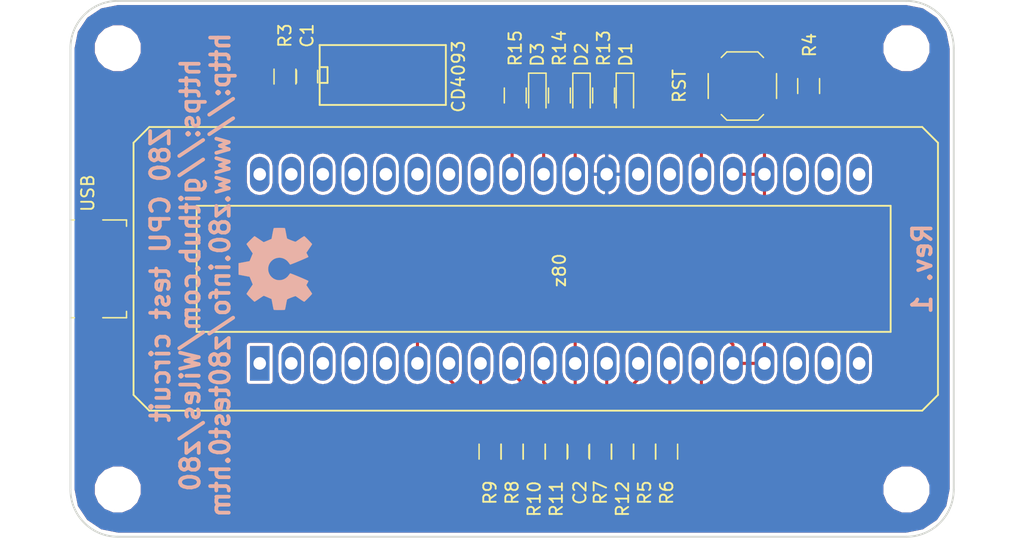
<source format=kicad_pcb>
(kicad_pcb (version 4) (host pcbnew 4.0.6)

  (general
    (links 48)
    (no_connects 0)
    (area 154.864999 79.934999 226.135001 123.265001)
    (thickness 1.6)
    (drawings 10)
    (tracks 92)
    (zones 0)
    (modules 27)
    (nets 43)
  )

  (page A4)
  (layers
    (0 F.Cu signal)
    (31 B.Cu signal)
    (32 B.Adhes user)
    (33 F.Adhes user)
    (34 B.Paste user)
    (35 F.Paste user)
    (36 B.SilkS user)
    (37 F.SilkS user)
    (38 B.Mask user)
    (39 F.Mask user)
    (40 Dwgs.User user)
    (41 Cmts.User user)
    (42 Eco1.User user)
    (43 Eco2.User user)
    (44 Edge.Cuts user)
    (45 Margin user)
    (46 B.CrtYd user)
    (47 F.CrtYd user)
    (48 B.Fab user)
    (49 F.Fab user)
  )

  (setup
    (last_trace_width 0.25)
    (trace_clearance 0.2)
    (zone_clearance 0.254)
    (zone_45_only no)
    (trace_min 0.2)
    (segment_width 0.2)
    (edge_width 0.15)
    (via_size 0.6)
    (via_drill 0.4)
    (via_min_size 0.4)
    (via_min_drill 0.3)
    (uvia_size 0.3)
    (uvia_drill 0.1)
    (uvias_allowed no)
    (uvia_min_size 0.2)
    (uvia_min_drill 0.1)
    (pcb_text_width 0.3)
    (pcb_text_size 1.5 1.5)
    (mod_edge_width 0.15)
    (mod_text_size 1 1)
    (mod_text_width 0.15)
    (pad_size 1.524 1.524)
    (pad_drill 0.762)
    (pad_to_mask_clearance 0.2)
    (aux_axis_origin 0 0)
    (visible_elements 7FFFFFFF)
    (pcbplotparams
      (layerselection 0x00030_80000001)
      (usegerberextensions false)
      (excludeedgelayer true)
      (linewidth 0.100000)
      (plotframeref false)
      (viasonmask false)
      (mode 1)
      (useauxorigin false)
      (hpglpennumber 1)
      (hpglpenspeed 20)
      (hpglpendiameter 15)
      (hpglpenoverlay 2)
      (psnegative false)
      (psa4output false)
      (plotreference true)
      (plotvalue true)
      (plotinvisibletext false)
      (padsonsilk false)
      (subtractmaskfromsilk false)
      (outputformat 1)
      (mirror false)
      (drillshape 1)
      (scaleselection 1)
      (outputdirectory ""))
  )

  (net 0 "")
  (net 1 "Net-(C1-Pad1)")
  (net 2 GND)
  (net 3 VCC)
  (net 4 "Net-(D1-Pad2)")
  (net 5 "Net-(D2-Pad2)")
  (net 6 "Net-(D3-Pad2)")
  (net 7 "Net-(R4-Pad2)")
  (net 8 "Net-(R5-Pad2)")
  (net 9 "Net-(R6-Pad2)")
  (net 10 "Net-(R7-Pad2)")
  (net 11 "Net-(R8-Pad2)")
  (net 12 "Net-(R9-Pad2)")
  (net 13 "Net-(R10-Pad2)")
  (net 14 "Net-(R11-Pad2)")
  (net 15 "Net-(R12-Pad2)")
  (net 16 "Net-(R13-Pad2)")
  (net 17 "Net-(R14-Pad2)")
  (net 18 "Net-(R15-Pad2)")
  (net 19 "Net-(CD4093-Pad3)")
  (net 20 "Net-(USB1-Pad2)")
  (net 21 "Net-(USB1-Pad3)")
  (net 22 "Net-(z80-Pad1)")
  (net 23 "Net-(z80-Pad2)")
  (net 24 "Net-(z80-Pad3)")
  (net 25 "Net-(z80-Pad4)")
  (net 26 "Net-(z80-Pad5)")
  (net 27 "Net-(z80-Pad18)")
  (net 28 "Net-(z80-Pad19)")
  (net 29 "Net-(z80-Pad20)")
  (net 30 "Net-(z80-Pad21)")
  (net 31 "Net-(z80-Pad22)")
  (net 32 "Net-(z80-Pad23)")
  (net 33 "Net-(z80-Pad27)")
  (net 34 "Net-(z80-Pad28)")
  (net 35 "Net-(z80-Pad33)")
  (net 36 "Net-(z80-Pad34)")
  (net 37 "Net-(z80-Pad35)")
  (net 38 "Net-(z80-Pad36)")
  (net 39 "Net-(z80-Pad37)")
  (net 40 "Net-(z80-Pad38)")
  (net 41 "Net-(z80-Pad39)")
  (net 42 "Net-(z80-Pad40)")

  (net_class Default "This is the default net class."
    (clearance 0.2)
    (trace_width 0.25)
    (via_dia 0.6)
    (via_drill 0.4)
    (uvia_dia 0.3)
    (uvia_drill 0.1)
    (add_net GND)
    (add_net "Net-(C1-Pad1)")
    (add_net "Net-(CD4093-Pad3)")
    (add_net "Net-(D1-Pad2)")
    (add_net "Net-(D2-Pad2)")
    (add_net "Net-(D3-Pad2)")
    (add_net "Net-(R10-Pad2)")
    (add_net "Net-(R11-Pad2)")
    (add_net "Net-(R12-Pad2)")
    (add_net "Net-(R13-Pad2)")
    (add_net "Net-(R14-Pad2)")
    (add_net "Net-(R15-Pad2)")
    (add_net "Net-(R4-Pad2)")
    (add_net "Net-(R5-Pad2)")
    (add_net "Net-(R6-Pad2)")
    (add_net "Net-(R7-Pad2)")
    (add_net "Net-(R8-Pad2)")
    (add_net "Net-(R9-Pad2)")
    (add_net "Net-(USB1-Pad2)")
    (add_net "Net-(USB1-Pad3)")
    (add_net "Net-(z80-Pad1)")
    (add_net "Net-(z80-Pad18)")
    (add_net "Net-(z80-Pad19)")
    (add_net "Net-(z80-Pad2)")
    (add_net "Net-(z80-Pad20)")
    (add_net "Net-(z80-Pad21)")
    (add_net "Net-(z80-Pad22)")
    (add_net "Net-(z80-Pad23)")
    (add_net "Net-(z80-Pad27)")
    (add_net "Net-(z80-Pad28)")
    (add_net "Net-(z80-Pad3)")
    (add_net "Net-(z80-Pad33)")
    (add_net "Net-(z80-Pad34)")
    (add_net "Net-(z80-Pad35)")
    (add_net "Net-(z80-Pad36)")
    (add_net "Net-(z80-Pad37)")
    (add_net "Net-(z80-Pad38)")
    (add_net "Net-(z80-Pad39)")
    (add_net "Net-(z80-Pad4)")
    (add_net "Net-(z80-Pad40)")
    (add_net "Net-(z80-Pad5)")
    (add_net VCC)
  )

  (module Connectors_Molex:USB_Micro-B_Molex_47346-0001 (layer F.Cu) (tedit 5945C2C4) (tstamp 5945A0CA)
    (at 157.734 101.6)
    (descr http://www.molex.com/pdm_docs/sd/473460001_sd.pdf)
    (tags "Micro-USB SMD")
    (path /5945D7B1)
    (attr smd)
    (fp_text reference USB1 (at 0.07 5.84) (layer F.SilkS) hide
      (effects (font (size 1 1) (thickness 0.15)))
    )
    (fp_text value USB (at -1.397 -6.096 90) (layer F.SilkS)
      (effects (font (size 1 1) (thickness 0.15)))
    )
    (fp_text user "PCB Front Edge" (at -2.85 7.62 90) (layer Dwgs.User)
      (effects (font (size 0.4 0.4) (thickness 0.04)))
    )
    (fp_line (start 1.72 3.94) (end 1.72 3.43) (layer F.SilkS) (width 0.12))
    (fp_line (start -3.74 4.6) (end -3.74 -4.6) (layer F.CrtYd) (width 0.05))
    (fp_line (start 2.52 4.6) (end -3.74 4.6) (layer F.CrtYd) (width 0.05))
    (fp_line (start 2.52 -4.6) (end 2.52 4.6) (layer F.CrtYd) (width 0.05))
    (fp_line (start -3.74 -4.6) (end 2.52 -4.6) (layer F.CrtYd) (width 0.05))
    (fp_line (start -3.48 3.75) (end -3.48 -3.75) (layer F.Fab) (width 0.1))
    (fp_line (start 1.52 3.75) (end -3.48 3.75) (layer F.Fab) (width 0.1))
    (fp_line (start 1.52 -3.75) (end 1.52 3.75) (layer F.Fab) (width 0.1))
    (fp_line (start -3.48 -3.75) (end 1.52 -3.75) (layer F.Fab) (width 0.1))
    (fp_line (start -2.47 3.94) (end -2.73 3.94) (layer F.SilkS) (width 0.12))
    (fp_line (start 1.72 3.94) (end -0.19 3.94) (layer F.SilkS) (width 0.12))
    (fp_line (start 1.72 -3.94) (end 1.72 -3.43) (layer F.SilkS) (width 0.12))
    (fp_line (start -0.19 -3.94) (end 1.72 -3.94) (layer F.SilkS) (width 0.12))
    (fp_line (start -2.73 -3.94) (end -2.47 -3.94) (layer F.SilkS) (width 0.12))
    (fp_line (start -2.78 -5) (end -2.78 5) (layer Dwgs.User) (width 0.15))
    (pad 1 smd rect (at 1.33 -1.3) (size 1.38 0.45) (layers F.Cu F.Paste F.Mask)
      (net 3 VCC))
    (pad 2 smd rect (at 1.33 -0.65) (size 1.38 0.45) (layers F.Cu F.Paste F.Mask)
      (net 20 "Net-(USB1-Pad2)"))
    (pad 3 smd rect (at 1.33 0) (size 1.38 0.45) (layers F.Cu F.Paste F.Mask)
      (net 21 "Net-(USB1-Pad3)"))
    (pad 4 smd rect (at 1.33 0.65) (size 1.38 0.45) (layers F.Cu F.Paste F.Mask)
      (net 2 GND))
    (pad 5 smd rect (at 1.33 1.3) (size 1.38 0.45) (layers F.Cu F.Paste F.Mask)
      (net 2 GND))
    (pad 6 smd rect (at 0.97 -2.4625) (size 2.1 1.475) (layers F.Cu F.Paste F.Mask))
    (pad 6 smd rect (at 0.97 2.4625) (size 2.1 1.475) (layers F.Cu F.Paste F.Mask))
    (pad 6 smd rect (at -1.33 -2.91) (size 1.9 2.375) (layers F.Cu F.Paste F.Mask))
    (pad 6 smd rect (at -1.33 2.91) (size 1.9 2.375) (layers F.Cu F.Paste F.Mask))
    (pad 6 smd rect (at -1.33 -0.84) (size 1.9 1.175) (layers F.Cu F.Paste F.Mask))
    (pad 6 smd rect (at -1.33 0.84) (size 1.9 1.175) (layers F.Cu F.Paste F.Mask))
    (model Connectors_Molex.3dshapes/USB_Micro-B_Molex_47346-0001.wrl
      (at (xyz -0.05 0 0.05))
      (scale (xyz 0.39 0.39 0.39))
      (rotate (xyz -90 0 90))
    )
  )

  (module Capacitors_SMD:C_0805_HandSoldering (layer F.Cu) (tedit 5945C2B1) (tstamp 5945A0A3)
    (at 173.99 86.106 90)
    (descr "Capacitor SMD 0805, hand soldering")
    (tags "capacitor 0805")
    (path /594599E5)
    (attr smd)
    (fp_text reference C1 (at 3.302 0 90) (layer F.SilkS)
      (effects (font (size 1 1) (thickness 0.15)))
    )
    (fp_text value 1uf (at 0 1.75 90) (layer F.Fab)
      (effects (font (size 1 1) (thickness 0.15)))
    )
    (fp_text user %R (at 0 -1.75 90) (layer F.Fab)
      (effects (font (size 1 1) (thickness 0.15)))
    )
    (fp_line (start -1 0.62) (end -1 -0.62) (layer F.Fab) (width 0.1))
    (fp_line (start 1 0.62) (end -1 0.62) (layer F.Fab) (width 0.1))
    (fp_line (start 1 -0.62) (end 1 0.62) (layer F.Fab) (width 0.1))
    (fp_line (start -1 -0.62) (end 1 -0.62) (layer F.Fab) (width 0.1))
    (fp_line (start 0.5 -0.85) (end -0.5 -0.85) (layer F.SilkS) (width 0.12))
    (fp_line (start -0.5 0.85) (end 0.5 0.85) (layer F.SilkS) (width 0.12))
    (fp_line (start -2.25 -0.88) (end 2.25 -0.88) (layer F.CrtYd) (width 0.05))
    (fp_line (start -2.25 -0.88) (end -2.25 0.87) (layer F.CrtYd) (width 0.05))
    (fp_line (start 2.25 0.87) (end 2.25 -0.88) (layer F.CrtYd) (width 0.05))
    (fp_line (start 2.25 0.87) (end -2.25 0.87) (layer F.CrtYd) (width 0.05))
    (pad 1 smd rect (at -1.25 0 90) (size 1.5 1.25) (layers F.Cu F.Paste F.Mask)
      (net 1 "Net-(C1-Pad1)"))
    (pad 2 smd rect (at 1.25 0 90) (size 1.5 1.25) (layers F.Cu F.Paste F.Mask)
      (net 2 GND))
    (model Capacitors_SMD.3dshapes/C_0805.wrl
      (at (xyz 0 0 0))
      (scale (xyz 1 1 1))
      (rotate (xyz 0 0 0))
    )
  )

  (module Capacitors_SMD:C_0805_HandSoldering (layer F.Cu) (tedit 5945B753) (tstamp 5945A0A9)
    (at 195.834 116.332 270)
    (descr "Capacitor SMD 0805, hand soldering")
    (tags "capacitor 0805")
    (path /59450163)
    (attr smd)
    (fp_text reference C2 (at 3.302 -0.127 270) (layer F.SilkS)
      (effects (font (size 1 1) (thickness 0.15)))
    )
    (fp_text value 1uf (at 0 1.75 270) (layer F.Fab)
      (effects (font (size 1 1) (thickness 0.15)))
    )
    (fp_text user %R (at 0 -1.75 270) (layer F.Fab)
      (effects (font (size 1 1) (thickness 0.15)))
    )
    (fp_line (start -1 0.62) (end -1 -0.62) (layer F.Fab) (width 0.1))
    (fp_line (start 1 0.62) (end -1 0.62) (layer F.Fab) (width 0.1))
    (fp_line (start 1 -0.62) (end 1 0.62) (layer F.Fab) (width 0.1))
    (fp_line (start -1 -0.62) (end 1 -0.62) (layer F.Fab) (width 0.1))
    (fp_line (start 0.5 -0.85) (end -0.5 -0.85) (layer F.SilkS) (width 0.12))
    (fp_line (start -0.5 0.85) (end 0.5 0.85) (layer F.SilkS) (width 0.12))
    (fp_line (start -2.25 -0.88) (end 2.25 -0.88) (layer F.CrtYd) (width 0.05))
    (fp_line (start -2.25 -0.88) (end -2.25 0.87) (layer F.CrtYd) (width 0.05))
    (fp_line (start 2.25 0.87) (end 2.25 -0.88) (layer F.CrtYd) (width 0.05))
    (fp_line (start 2.25 0.87) (end -2.25 0.87) (layer F.CrtYd) (width 0.05))
    (pad 1 smd rect (at -1.25 0 270) (size 1.5 1.25) (layers F.Cu F.Paste F.Mask)
      (net 3 VCC))
    (pad 2 smd rect (at 1.25 0 270) (size 1.5 1.25) (layers F.Cu F.Paste F.Mask)
      (net 2 GND))
    (model Capacitors_SMD.3dshapes/C_0805.wrl
      (at (xyz 0 0 0))
      (scale (xyz 1 1 1))
      (rotate (xyz 0 0 0))
    )
  )

  (module LEDs:LED_0805 (layer F.Cu) (tedit 5945B79C) (tstamp 5945A0AF)
    (at 199.5805 87.63 270)
    (descr "LED 0805 smd package")
    (tags "LED led 0805 SMD smd SMT smt smdled SMDLED smtled SMTLED")
    (path /59451316)
    (attr smd)
    (fp_text reference D1 (at -3.302 -0.0635 270) (layer F.SilkS)
      (effects (font (size 1 1) (thickness 0.15)))
    )
    (fp_text value LED (at 0 1.55 270) (layer F.Fab)
      (effects (font (size 1 1) (thickness 0.15)))
    )
    (fp_line (start -1.8 -0.7) (end -1.8 0.7) (layer F.SilkS) (width 0.12))
    (fp_line (start -0.4 -0.4) (end -0.4 0.4) (layer F.Fab) (width 0.1))
    (fp_line (start -0.4 0) (end 0.2 -0.4) (layer F.Fab) (width 0.1))
    (fp_line (start 0.2 0.4) (end -0.4 0) (layer F.Fab) (width 0.1))
    (fp_line (start 0.2 -0.4) (end 0.2 0.4) (layer F.Fab) (width 0.1))
    (fp_line (start 1 0.6) (end -1 0.6) (layer F.Fab) (width 0.1))
    (fp_line (start 1 -0.6) (end 1 0.6) (layer F.Fab) (width 0.1))
    (fp_line (start -1 -0.6) (end 1 -0.6) (layer F.Fab) (width 0.1))
    (fp_line (start -1 0.6) (end -1 -0.6) (layer F.Fab) (width 0.1))
    (fp_line (start -1.8 0.7) (end 1 0.7) (layer F.SilkS) (width 0.12))
    (fp_line (start -1.8 -0.7) (end 1 -0.7) (layer F.SilkS) (width 0.12))
    (fp_line (start 1.95 -0.85) (end 1.95 0.85) (layer F.CrtYd) (width 0.05))
    (fp_line (start 1.95 0.85) (end -1.95 0.85) (layer F.CrtYd) (width 0.05))
    (fp_line (start -1.95 0.85) (end -1.95 -0.85) (layer F.CrtYd) (width 0.05))
    (fp_line (start -1.95 -0.85) (end 1.95 -0.85) (layer F.CrtYd) (width 0.05))
    (pad 2 smd rect (at 1.1 0 90) (size 1.2 1.2) (layers F.Cu F.Paste F.Mask)
      (net 4 "Net-(D1-Pad2)"))
    (pad 1 smd rect (at -1.1 0 90) (size 1.2 1.2) (layers F.Cu F.Paste F.Mask)
      (net 2 GND))
    (model LEDs.3dshapes/LED_0805.wrl
      (at (xyz 0 0 0))
      (scale (xyz 1 1 1))
      (rotate (xyz 0 0 180))
    )
  )

  (module LEDs:LED_0805 (layer F.Cu) (tedit 5945B7AB) (tstamp 5945A0B5)
    (at 196.088 87.63 270)
    (descr "LED 0805 smd package")
    (tags "LED led 0805 SMD smd SMT smt smdled SMDLED smtled SMTLED")
    (path /59451351)
    (attr smd)
    (fp_text reference D2 (at -3.302 0 270) (layer F.SilkS)
      (effects (font (size 1 1) (thickness 0.15)))
    )
    (fp_text value LED (at 0 1.55 270) (layer F.Fab)
      (effects (font (size 1 1) (thickness 0.15)))
    )
    (fp_line (start -1.8 -0.7) (end -1.8 0.7) (layer F.SilkS) (width 0.12))
    (fp_line (start -0.4 -0.4) (end -0.4 0.4) (layer F.Fab) (width 0.1))
    (fp_line (start -0.4 0) (end 0.2 -0.4) (layer F.Fab) (width 0.1))
    (fp_line (start 0.2 0.4) (end -0.4 0) (layer F.Fab) (width 0.1))
    (fp_line (start 0.2 -0.4) (end 0.2 0.4) (layer F.Fab) (width 0.1))
    (fp_line (start 1 0.6) (end -1 0.6) (layer F.Fab) (width 0.1))
    (fp_line (start 1 -0.6) (end 1 0.6) (layer F.Fab) (width 0.1))
    (fp_line (start -1 -0.6) (end 1 -0.6) (layer F.Fab) (width 0.1))
    (fp_line (start -1 0.6) (end -1 -0.6) (layer F.Fab) (width 0.1))
    (fp_line (start -1.8 0.7) (end 1 0.7) (layer F.SilkS) (width 0.12))
    (fp_line (start -1.8 -0.7) (end 1 -0.7) (layer F.SilkS) (width 0.12))
    (fp_line (start 1.95 -0.85) (end 1.95 0.85) (layer F.CrtYd) (width 0.05))
    (fp_line (start 1.95 0.85) (end -1.95 0.85) (layer F.CrtYd) (width 0.05))
    (fp_line (start -1.95 0.85) (end -1.95 -0.85) (layer F.CrtYd) (width 0.05))
    (fp_line (start -1.95 -0.85) (end 1.95 -0.85) (layer F.CrtYd) (width 0.05))
    (pad 2 smd rect (at 1.1 0 90) (size 1.2 1.2) (layers F.Cu F.Paste F.Mask)
      (net 5 "Net-(D2-Pad2)"))
    (pad 1 smd rect (at -1.1 0 90) (size 1.2 1.2) (layers F.Cu F.Paste F.Mask)
      (net 2 GND))
    (model LEDs.3dshapes/LED_0805.wrl
      (at (xyz 0 0 0))
      (scale (xyz 1 1 1))
      (rotate (xyz 0 0 180))
    )
  )

  (module LEDs:LED_0805 (layer F.Cu) (tedit 5945B7BA) (tstamp 5945A0BB)
    (at 192.532 87.63 270)
    (descr "LED 0805 smd package")
    (tags "LED led 0805 SMD smd SMT smt smdled SMDLED smtled SMTLED")
    (path /5945138E)
    (attr smd)
    (fp_text reference D3 (at -3.302 0 270) (layer F.SilkS)
      (effects (font (size 1 1) (thickness 0.15)))
    )
    (fp_text value LED (at 0 1.55 270) (layer F.Fab)
      (effects (font (size 1 1) (thickness 0.15)))
    )
    (fp_line (start -1.8 -0.7) (end -1.8 0.7) (layer F.SilkS) (width 0.12))
    (fp_line (start -0.4 -0.4) (end -0.4 0.4) (layer F.Fab) (width 0.1))
    (fp_line (start -0.4 0) (end 0.2 -0.4) (layer F.Fab) (width 0.1))
    (fp_line (start 0.2 0.4) (end -0.4 0) (layer F.Fab) (width 0.1))
    (fp_line (start 0.2 -0.4) (end 0.2 0.4) (layer F.Fab) (width 0.1))
    (fp_line (start 1 0.6) (end -1 0.6) (layer F.Fab) (width 0.1))
    (fp_line (start 1 -0.6) (end 1 0.6) (layer F.Fab) (width 0.1))
    (fp_line (start -1 -0.6) (end 1 -0.6) (layer F.Fab) (width 0.1))
    (fp_line (start -1 0.6) (end -1 -0.6) (layer F.Fab) (width 0.1))
    (fp_line (start -1.8 0.7) (end 1 0.7) (layer F.SilkS) (width 0.12))
    (fp_line (start -1.8 -0.7) (end 1 -0.7) (layer F.SilkS) (width 0.12))
    (fp_line (start 1.95 -0.85) (end 1.95 0.85) (layer F.CrtYd) (width 0.05))
    (fp_line (start 1.95 0.85) (end -1.95 0.85) (layer F.CrtYd) (width 0.05))
    (fp_line (start -1.95 0.85) (end -1.95 -0.85) (layer F.CrtYd) (width 0.05))
    (fp_line (start -1.95 -0.85) (end 1.95 -0.85) (layer F.CrtYd) (width 0.05))
    (pad 2 smd rect (at 1.1 0 90) (size 1.2 1.2) (layers F.Cu F.Paste F.Mask)
      (net 6 "Net-(D3-Pad2)"))
    (pad 1 smd rect (at -1.1 0 90) (size 1.2 1.2) (layers F.Cu F.Paste F.Mask)
      (net 2 GND))
    (model LEDs.3dshapes/LED_0805.wrl
      (at (xyz 0 0 0))
      (scale (xyz 1 1 1))
      (rotate (xyz 0 0 180))
    )
  )

  (module Resistors_SMD:R_0805_HandSoldering (layer F.Cu) (tedit 5945B701) (tstamp 5945A0D0)
    (at 172.212 86.106 90)
    (descr "Resistor SMD 0805, hand soldering")
    (tags "resistor 0805")
    (path /59459C0E)
    (attr smd)
    (fp_text reference R3 (at 3.302 0 90) (layer F.SilkS)
      (effects (font (size 1 1) (thickness 0.15)))
    )
    (fp_text value 68k (at 0 1.75 90) (layer F.Fab)
      (effects (font (size 1 1) (thickness 0.15)))
    )
    (fp_text user %R (at 0 0 90) (layer F.Fab)
      (effects (font (size 0.5 0.5) (thickness 0.075)))
    )
    (fp_line (start -1 0.62) (end -1 -0.62) (layer F.Fab) (width 0.1))
    (fp_line (start 1 0.62) (end -1 0.62) (layer F.Fab) (width 0.1))
    (fp_line (start 1 -0.62) (end 1 0.62) (layer F.Fab) (width 0.1))
    (fp_line (start -1 -0.62) (end 1 -0.62) (layer F.Fab) (width 0.1))
    (fp_line (start 0.6 0.88) (end -0.6 0.88) (layer F.SilkS) (width 0.12))
    (fp_line (start -0.6 -0.88) (end 0.6 -0.88) (layer F.SilkS) (width 0.12))
    (fp_line (start -2.35 -0.9) (end 2.35 -0.9) (layer F.CrtYd) (width 0.05))
    (fp_line (start -2.35 -0.9) (end -2.35 0.9) (layer F.CrtYd) (width 0.05))
    (fp_line (start 2.35 0.9) (end 2.35 -0.9) (layer F.CrtYd) (width 0.05))
    (fp_line (start 2.35 0.9) (end -2.35 0.9) (layer F.CrtYd) (width 0.05))
    (pad 1 smd rect (at -1.35 0 90) (size 1.5 1.3) (layers F.Cu F.Paste F.Mask)
      (net 19 "Net-(CD4093-Pad3)"))
    (pad 2 smd rect (at 1.35 0 90) (size 1.5 1.3) (layers F.Cu F.Paste F.Mask)
      (net 1 "Net-(C1-Pad1)"))
    (model ${KISYS3DMOD}/Resistors_SMD.3dshapes/R_0805.wrl
      (at (xyz 0 0 0))
      (scale (xyz 1 1 1))
      (rotate (xyz 0 0 0))
    )
  )

  (module Resistors_SMD:R_0805_HandSoldering (layer F.Cu) (tedit 5945B791) (tstamp 5945A0D6)
    (at 214.376 86.868 270)
    (descr "Resistor SMD 0805, hand soldering")
    (tags "resistor 0805")
    (path /59458696)
    (attr smd)
    (fp_text reference R4 (at -3.302 -0.0762 270) (layer F.SilkS)
      (effects (font (size 1 1) (thickness 0.15)))
    )
    (fp_text value 10k (at 0 1.75 270) (layer F.Fab)
      (effects (font (size 1 1) (thickness 0.15)))
    )
    (fp_text user %R (at 0 0 270) (layer F.Fab)
      (effects (font (size 0.5 0.5) (thickness 0.075)))
    )
    (fp_line (start -1 0.62) (end -1 -0.62) (layer F.Fab) (width 0.1))
    (fp_line (start 1 0.62) (end -1 0.62) (layer F.Fab) (width 0.1))
    (fp_line (start 1 -0.62) (end 1 0.62) (layer F.Fab) (width 0.1))
    (fp_line (start -1 -0.62) (end 1 -0.62) (layer F.Fab) (width 0.1))
    (fp_line (start 0.6 0.88) (end -0.6 0.88) (layer F.SilkS) (width 0.12))
    (fp_line (start -0.6 -0.88) (end 0.6 -0.88) (layer F.SilkS) (width 0.12))
    (fp_line (start -2.35 -0.9) (end 2.35 -0.9) (layer F.CrtYd) (width 0.05))
    (fp_line (start -2.35 -0.9) (end -2.35 0.9) (layer F.CrtYd) (width 0.05))
    (fp_line (start 2.35 0.9) (end 2.35 -0.9) (layer F.CrtYd) (width 0.05))
    (fp_line (start 2.35 0.9) (end -2.35 0.9) (layer F.CrtYd) (width 0.05))
    (pad 1 smd rect (at -1.35 0 270) (size 1.5 1.3) (layers F.Cu F.Paste F.Mask)
      (net 3 VCC))
    (pad 2 smd rect (at 1.35 0 270) (size 1.5 1.3) (layers F.Cu F.Paste F.Mask)
      (net 7 "Net-(R4-Pad2)"))
    (model ${KISYS3DMOD}/Resistors_SMD.3dshapes/R_0805.wrl
      (at (xyz 0 0 0))
      (scale (xyz 1 1 1))
      (rotate (xyz 0 0 0))
    )
  )

  (module Resistors_SMD:R_0805_HandSoldering (layer F.Cu) (tedit 5945B743) (tstamp 5945A0DC)
    (at 201.168 116.332 90)
    (descr "Resistor SMD 0805, hand soldering")
    (tags "resistor 0805")
    (path /59450825)
    (attr smd)
    (fp_text reference R5 (at -3.302 0 90) (layer F.SilkS)
      (effects (font (size 1 1) (thickness 0.15)))
    )
    (fp_text value 10k (at 0 1.75 90) (layer F.Fab)
      (effects (font (size 1 1) (thickness 0.15)))
    )
    (fp_text user %R (at 0 0 90) (layer F.Fab)
      (effects (font (size 0.5 0.5) (thickness 0.075)))
    )
    (fp_line (start -1 0.62) (end -1 -0.62) (layer F.Fab) (width 0.1))
    (fp_line (start 1 0.62) (end -1 0.62) (layer F.Fab) (width 0.1))
    (fp_line (start 1 -0.62) (end 1 0.62) (layer F.Fab) (width 0.1))
    (fp_line (start -1 -0.62) (end 1 -0.62) (layer F.Fab) (width 0.1))
    (fp_line (start 0.6 0.88) (end -0.6 0.88) (layer F.SilkS) (width 0.12))
    (fp_line (start -0.6 -0.88) (end 0.6 -0.88) (layer F.SilkS) (width 0.12))
    (fp_line (start -2.35 -0.9) (end 2.35 -0.9) (layer F.CrtYd) (width 0.05))
    (fp_line (start -2.35 -0.9) (end -2.35 0.9) (layer F.CrtYd) (width 0.05))
    (fp_line (start 2.35 0.9) (end 2.35 -0.9) (layer F.CrtYd) (width 0.05))
    (fp_line (start 2.35 0.9) (end -2.35 0.9) (layer F.CrtYd) (width 0.05))
    (pad 1 smd rect (at -1.35 0 90) (size 1.5 1.3) (layers F.Cu F.Paste F.Mask)
      (net 2 GND))
    (pad 2 smd rect (at 1.35 0 90) (size 1.5 1.3) (layers F.Cu F.Paste F.Mask)
      (net 8 "Net-(R5-Pad2)"))
    (model ${KISYS3DMOD}/Resistors_SMD.3dshapes/R_0805.wrl
      (at (xyz 0 0 0))
      (scale (xyz 1 1 1))
      (rotate (xyz 0 0 0))
    )
  )

  (module Resistors_SMD:R_0805_HandSoldering (layer F.Cu) (tedit 5945B748) (tstamp 5945A0E2)
    (at 202.946 116.332 90)
    (descr "Resistor SMD 0805, hand soldering")
    (tags "resistor 0805")
    (path /5945082B)
    (attr smd)
    (fp_text reference R6 (at -3.302 0 90) (layer F.SilkS)
      (effects (font (size 1 1) (thickness 0.15)))
    )
    (fp_text value 10k (at 0 1.75 90) (layer F.Fab)
      (effects (font (size 1 1) (thickness 0.15)))
    )
    (fp_text user %R (at 0 0 90) (layer F.Fab)
      (effects (font (size 0.5 0.5) (thickness 0.075)))
    )
    (fp_line (start -1 0.62) (end -1 -0.62) (layer F.Fab) (width 0.1))
    (fp_line (start 1 0.62) (end -1 0.62) (layer F.Fab) (width 0.1))
    (fp_line (start 1 -0.62) (end 1 0.62) (layer F.Fab) (width 0.1))
    (fp_line (start -1 -0.62) (end 1 -0.62) (layer F.Fab) (width 0.1))
    (fp_line (start 0.6 0.88) (end -0.6 0.88) (layer F.SilkS) (width 0.12))
    (fp_line (start -0.6 -0.88) (end 0.6 -0.88) (layer F.SilkS) (width 0.12))
    (fp_line (start -2.35 -0.9) (end 2.35 -0.9) (layer F.CrtYd) (width 0.05))
    (fp_line (start -2.35 -0.9) (end -2.35 0.9) (layer F.CrtYd) (width 0.05))
    (fp_line (start 2.35 0.9) (end 2.35 -0.9) (layer F.CrtYd) (width 0.05))
    (fp_line (start 2.35 0.9) (end -2.35 0.9) (layer F.CrtYd) (width 0.05))
    (pad 1 smd rect (at -1.35 0 90) (size 1.5 1.3) (layers F.Cu F.Paste F.Mask)
      (net 2 GND))
    (pad 2 smd rect (at 1.35 0 90) (size 1.5 1.3) (layers F.Cu F.Paste F.Mask)
      (net 9 "Net-(R6-Pad2)"))
    (model ${KISYS3DMOD}/Resistors_SMD.3dshapes/R_0805.wrl
      (at (xyz 0 0 0))
      (scale (xyz 1 1 1))
      (rotate (xyz 0 0 0))
    )
  )

  (module Resistors_SMD:R_0805_HandSoldering (layer F.Cu) (tedit 5945B72C) (tstamp 5945A0E8)
    (at 197.612 116.332 90)
    (descr "Resistor SMD 0805, hand soldering")
    (tags "resistor 0805")
    (path /59450831)
    (attr smd)
    (fp_text reference R7 (at -3.302 0 90) (layer F.SilkS)
      (effects (font (size 1 1) (thickness 0.15)))
    )
    (fp_text value 10k (at 0 1.75 90) (layer F.Fab)
      (effects (font (size 1 1) (thickness 0.15)))
    )
    (fp_text user %R (at 0 0 90) (layer F.Fab)
      (effects (font (size 0.5 0.5) (thickness 0.075)))
    )
    (fp_line (start -1 0.62) (end -1 -0.62) (layer F.Fab) (width 0.1))
    (fp_line (start 1 0.62) (end -1 0.62) (layer F.Fab) (width 0.1))
    (fp_line (start 1 -0.62) (end 1 0.62) (layer F.Fab) (width 0.1))
    (fp_line (start -1 -0.62) (end 1 -0.62) (layer F.Fab) (width 0.1))
    (fp_line (start 0.6 0.88) (end -0.6 0.88) (layer F.SilkS) (width 0.12))
    (fp_line (start -0.6 -0.88) (end 0.6 -0.88) (layer F.SilkS) (width 0.12))
    (fp_line (start -2.35 -0.9) (end 2.35 -0.9) (layer F.CrtYd) (width 0.05))
    (fp_line (start -2.35 -0.9) (end -2.35 0.9) (layer F.CrtYd) (width 0.05))
    (fp_line (start 2.35 0.9) (end 2.35 -0.9) (layer F.CrtYd) (width 0.05))
    (fp_line (start 2.35 0.9) (end -2.35 0.9) (layer F.CrtYd) (width 0.05))
    (pad 1 smd rect (at -1.35 0 90) (size 1.5 1.3) (layers F.Cu F.Paste F.Mask)
      (net 2 GND))
    (pad 2 smd rect (at 1.35 0 90) (size 1.5 1.3) (layers F.Cu F.Paste F.Mask)
      (net 10 "Net-(R7-Pad2)"))
    (model ${KISYS3DMOD}/Resistors_SMD.3dshapes/R_0805.wrl
      (at (xyz 0 0 0))
      (scale (xyz 1 1 1))
      (rotate (xyz 0 0 0))
    )
  )

  (module Resistors_SMD:R_0805_HandSoldering (layer F.Cu) (tedit 5945B70C) (tstamp 5945A0EE)
    (at 190.5 116.332 90)
    (descr "Resistor SMD 0805, hand soldering")
    (tags "resistor 0805")
    (path /59450837)
    (attr smd)
    (fp_text reference R8 (at -3.302 0 90) (layer F.SilkS)
      (effects (font (size 1 1) (thickness 0.15)))
    )
    (fp_text value 10k (at 0 1.75 90) (layer F.Fab)
      (effects (font (size 1 1) (thickness 0.15)))
    )
    (fp_text user %R (at 0 0 90) (layer F.Fab)
      (effects (font (size 0.5 0.5) (thickness 0.075)))
    )
    (fp_line (start -1 0.62) (end -1 -0.62) (layer F.Fab) (width 0.1))
    (fp_line (start 1 0.62) (end -1 0.62) (layer F.Fab) (width 0.1))
    (fp_line (start 1 -0.62) (end 1 0.62) (layer F.Fab) (width 0.1))
    (fp_line (start -1 -0.62) (end 1 -0.62) (layer F.Fab) (width 0.1))
    (fp_line (start 0.6 0.88) (end -0.6 0.88) (layer F.SilkS) (width 0.12))
    (fp_line (start -0.6 -0.88) (end 0.6 -0.88) (layer F.SilkS) (width 0.12))
    (fp_line (start -2.35 -0.9) (end 2.35 -0.9) (layer F.CrtYd) (width 0.05))
    (fp_line (start -2.35 -0.9) (end -2.35 0.9) (layer F.CrtYd) (width 0.05))
    (fp_line (start 2.35 0.9) (end 2.35 -0.9) (layer F.CrtYd) (width 0.05))
    (fp_line (start 2.35 0.9) (end -2.35 0.9) (layer F.CrtYd) (width 0.05))
    (pad 1 smd rect (at -1.35 0 90) (size 1.5 1.3) (layers F.Cu F.Paste F.Mask)
      (net 2 GND))
    (pad 2 smd rect (at 1.35 0 90) (size 1.5 1.3) (layers F.Cu F.Paste F.Mask)
      (net 11 "Net-(R8-Pad2)"))
    (model ${KISYS3DMOD}/Resistors_SMD.3dshapes/R_0805.wrl
      (at (xyz 0 0 0))
      (scale (xyz 1 1 1))
      (rotate (xyz 0 0 0))
    )
  )

  (module Resistors_SMD:R_0805_HandSoldering (layer F.Cu) (tedit 5945B6FA) (tstamp 5945A0F4)
    (at 188.722 116.332 90)
    (descr "Resistor SMD 0805, hand soldering")
    (tags "resistor 0805")
    (path /5945083D)
    (attr smd)
    (fp_text reference R9 (at -3.302 0 90) (layer F.SilkS)
      (effects (font (size 1 1) (thickness 0.15)))
    )
    (fp_text value 10k (at 0 1.75 90) (layer F.Fab)
      (effects (font (size 1 1) (thickness 0.15)))
    )
    (fp_text user %R (at 0 0 90) (layer F.Fab)
      (effects (font (size 0.5 0.5) (thickness 0.075)))
    )
    (fp_line (start -1 0.62) (end -1 -0.62) (layer F.Fab) (width 0.1))
    (fp_line (start 1 0.62) (end -1 0.62) (layer F.Fab) (width 0.1))
    (fp_line (start 1 -0.62) (end 1 0.62) (layer F.Fab) (width 0.1))
    (fp_line (start -1 -0.62) (end 1 -0.62) (layer F.Fab) (width 0.1))
    (fp_line (start 0.6 0.88) (end -0.6 0.88) (layer F.SilkS) (width 0.12))
    (fp_line (start -0.6 -0.88) (end 0.6 -0.88) (layer F.SilkS) (width 0.12))
    (fp_line (start -2.35 -0.9) (end 2.35 -0.9) (layer F.CrtYd) (width 0.05))
    (fp_line (start -2.35 -0.9) (end -2.35 0.9) (layer F.CrtYd) (width 0.05))
    (fp_line (start 2.35 0.9) (end 2.35 -0.9) (layer F.CrtYd) (width 0.05))
    (fp_line (start 2.35 0.9) (end -2.35 0.9) (layer F.CrtYd) (width 0.05))
    (pad 1 smd rect (at -1.35 0 90) (size 1.5 1.3) (layers F.Cu F.Paste F.Mask)
      (net 2 GND))
    (pad 2 smd rect (at 1.35 0 90) (size 1.5 1.3) (layers F.Cu F.Paste F.Mask)
      (net 12 "Net-(R9-Pad2)"))
    (model ${KISYS3DMOD}/Resistors_SMD.3dshapes/R_0805.wrl
      (at (xyz 0 0 0))
      (scale (xyz 1 1 1))
      (rotate (xyz 0 0 0))
    )
  )

  (module Resistors_SMD:R_0805_HandSoldering (layer F.Cu) (tedit 5945B721) (tstamp 5945A0FA)
    (at 192.278 116.332 90)
    (descr "Resistor SMD 0805, hand soldering")
    (tags "resistor 0805")
    (path /59450843)
    (attr smd)
    (fp_text reference R10 (at -3.81 0 90) (layer F.SilkS)
      (effects (font (size 1 1) (thickness 0.15)))
    )
    (fp_text value 10k (at 0 1.75 90) (layer F.Fab)
      (effects (font (size 1 1) (thickness 0.15)))
    )
    (fp_text user %R (at 0 0 90) (layer F.Fab)
      (effects (font (size 0.5 0.5) (thickness 0.075)))
    )
    (fp_line (start -1 0.62) (end -1 -0.62) (layer F.Fab) (width 0.1))
    (fp_line (start 1 0.62) (end -1 0.62) (layer F.Fab) (width 0.1))
    (fp_line (start 1 -0.62) (end 1 0.62) (layer F.Fab) (width 0.1))
    (fp_line (start -1 -0.62) (end 1 -0.62) (layer F.Fab) (width 0.1))
    (fp_line (start 0.6 0.88) (end -0.6 0.88) (layer F.SilkS) (width 0.12))
    (fp_line (start -0.6 -0.88) (end 0.6 -0.88) (layer F.SilkS) (width 0.12))
    (fp_line (start -2.35 -0.9) (end 2.35 -0.9) (layer F.CrtYd) (width 0.05))
    (fp_line (start -2.35 -0.9) (end -2.35 0.9) (layer F.CrtYd) (width 0.05))
    (fp_line (start 2.35 0.9) (end 2.35 -0.9) (layer F.CrtYd) (width 0.05))
    (fp_line (start 2.35 0.9) (end -2.35 0.9) (layer F.CrtYd) (width 0.05))
    (pad 1 smd rect (at -1.35 0 90) (size 1.5 1.3) (layers F.Cu F.Paste F.Mask)
      (net 2 GND))
    (pad 2 smd rect (at 1.35 0 90) (size 1.5 1.3) (layers F.Cu F.Paste F.Mask)
      (net 13 "Net-(R10-Pad2)"))
    (model ${KISYS3DMOD}/Resistors_SMD.3dshapes/R_0805.wrl
      (at (xyz 0 0 0))
      (scale (xyz 1 1 1))
      (rotate (xyz 0 0 0))
    )
  )

  (module Resistors_SMD:R_0805_HandSoldering (layer F.Cu) (tedit 5945B713) (tstamp 5945A100)
    (at 194.056 116.332 90)
    (descr "Resistor SMD 0805, hand soldering")
    (tags "resistor 0805")
    (path /59450849)
    (attr smd)
    (fp_text reference R11 (at -3.81 0 90) (layer F.SilkS)
      (effects (font (size 1 1) (thickness 0.15)))
    )
    (fp_text value 10k (at 0 1.75 90) (layer F.Fab)
      (effects (font (size 1 1) (thickness 0.15)))
    )
    (fp_text user %R (at 0 0 90) (layer F.Fab)
      (effects (font (size 0.5 0.5) (thickness 0.075)))
    )
    (fp_line (start -1 0.62) (end -1 -0.62) (layer F.Fab) (width 0.1))
    (fp_line (start 1 0.62) (end -1 0.62) (layer F.Fab) (width 0.1))
    (fp_line (start 1 -0.62) (end 1 0.62) (layer F.Fab) (width 0.1))
    (fp_line (start -1 -0.62) (end 1 -0.62) (layer F.Fab) (width 0.1))
    (fp_line (start 0.6 0.88) (end -0.6 0.88) (layer F.SilkS) (width 0.12))
    (fp_line (start -0.6 -0.88) (end 0.6 -0.88) (layer F.SilkS) (width 0.12))
    (fp_line (start -2.35 -0.9) (end 2.35 -0.9) (layer F.CrtYd) (width 0.05))
    (fp_line (start -2.35 -0.9) (end -2.35 0.9) (layer F.CrtYd) (width 0.05))
    (fp_line (start 2.35 0.9) (end 2.35 -0.9) (layer F.CrtYd) (width 0.05))
    (fp_line (start 2.35 0.9) (end -2.35 0.9) (layer F.CrtYd) (width 0.05))
    (pad 1 smd rect (at -1.35 0 90) (size 1.5 1.3) (layers F.Cu F.Paste F.Mask)
      (net 2 GND))
    (pad 2 smd rect (at 1.35 0 90) (size 1.5 1.3) (layers F.Cu F.Paste F.Mask)
      (net 14 "Net-(R11-Pad2)"))
    (model ${KISYS3DMOD}/Resistors_SMD.3dshapes/R_0805.wrl
      (at (xyz 0 0 0))
      (scale (xyz 1 1 1))
      (rotate (xyz 0 0 0))
    )
  )

  (module Resistors_SMD:R_0805_HandSoldering (layer F.Cu) (tedit 5945B737) (tstamp 5945A106)
    (at 199.39 116.332 90)
    (descr "Resistor SMD 0805, hand soldering")
    (tags "resistor 0805")
    (path /5945084F)
    (attr smd)
    (fp_text reference R12 (at -3.81 0 90) (layer F.SilkS)
      (effects (font (size 1 1) (thickness 0.15)))
    )
    (fp_text value 10k (at 0 1.75 90) (layer F.Fab)
      (effects (font (size 1 1) (thickness 0.15)))
    )
    (fp_text user %R (at 0 0 90) (layer F.Fab)
      (effects (font (size 0.5 0.5) (thickness 0.075)))
    )
    (fp_line (start -1 0.62) (end -1 -0.62) (layer F.Fab) (width 0.1))
    (fp_line (start 1 0.62) (end -1 0.62) (layer F.Fab) (width 0.1))
    (fp_line (start 1 -0.62) (end 1 0.62) (layer F.Fab) (width 0.1))
    (fp_line (start -1 -0.62) (end 1 -0.62) (layer F.Fab) (width 0.1))
    (fp_line (start 0.6 0.88) (end -0.6 0.88) (layer F.SilkS) (width 0.12))
    (fp_line (start -0.6 -0.88) (end 0.6 -0.88) (layer F.SilkS) (width 0.12))
    (fp_line (start -2.35 -0.9) (end 2.35 -0.9) (layer F.CrtYd) (width 0.05))
    (fp_line (start -2.35 -0.9) (end -2.35 0.9) (layer F.CrtYd) (width 0.05))
    (fp_line (start 2.35 0.9) (end 2.35 -0.9) (layer F.CrtYd) (width 0.05))
    (fp_line (start 2.35 0.9) (end -2.35 0.9) (layer F.CrtYd) (width 0.05))
    (pad 1 smd rect (at -1.35 0 90) (size 1.5 1.3) (layers F.Cu F.Paste F.Mask)
      (net 2 GND))
    (pad 2 smd rect (at 1.35 0 90) (size 1.5 1.3) (layers F.Cu F.Paste F.Mask)
      (net 15 "Net-(R12-Pad2)"))
    (model ${KISYS3DMOD}/Resistors_SMD.3dshapes/R_0805.wrl
      (at (xyz 0 0 0))
      (scale (xyz 1 1 1))
      (rotate (xyz 0 0 0))
    )
  )

  (module Resistors_SMD:R_0805_HandSoldering (layer F.Cu) (tedit 5945B7A3) (tstamp 5945A10C)
    (at 197.866 87.63 270)
    (descr "Resistor SMD 0805, hand soldering")
    (tags "resistor 0805")
    (path /594502BB)
    (attr smd)
    (fp_text reference R13 (at -3.81 0 270) (layer F.SilkS)
      (effects (font (size 1 1) (thickness 0.15)))
    )
    (fp_text value 470R (at 0 1.75 270) (layer F.Fab)
      (effects (font (size 1 1) (thickness 0.15)))
    )
    (fp_text user %R (at 0 0 270) (layer F.Fab)
      (effects (font (size 0.5 0.5) (thickness 0.075)))
    )
    (fp_line (start -1 0.62) (end -1 -0.62) (layer F.Fab) (width 0.1))
    (fp_line (start 1 0.62) (end -1 0.62) (layer F.Fab) (width 0.1))
    (fp_line (start 1 -0.62) (end 1 0.62) (layer F.Fab) (width 0.1))
    (fp_line (start -1 -0.62) (end 1 -0.62) (layer F.Fab) (width 0.1))
    (fp_line (start 0.6 0.88) (end -0.6 0.88) (layer F.SilkS) (width 0.12))
    (fp_line (start -0.6 -0.88) (end 0.6 -0.88) (layer F.SilkS) (width 0.12))
    (fp_line (start -2.35 -0.9) (end 2.35 -0.9) (layer F.CrtYd) (width 0.05))
    (fp_line (start -2.35 -0.9) (end -2.35 0.9) (layer F.CrtYd) (width 0.05))
    (fp_line (start 2.35 0.9) (end 2.35 -0.9) (layer F.CrtYd) (width 0.05))
    (fp_line (start 2.35 0.9) (end -2.35 0.9) (layer F.CrtYd) (width 0.05))
    (pad 1 smd rect (at -1.35 0 270) (size 1.5 1.3) (layers F.Cu F.Paste F.Mask)
      (net 4 "Net-(D1-Pad2)"))
    (pad 2 smd rect (at 1.35 0 270) (size 1.5 1.3) (layers F.Cu F.Paste F.Mask)
      (net 16 "Net-(R13-Pad2)"))
    (model ${KISYS3DMOD}/Resistors_SMD.3dshapes/R_0805.wrl
      (at (xyz 0 0 0))
      (scale (xyz 1 1 1))
      (rotate (xyz 0 0 0))
    )
  )

  (module Resistors_SMD:R_0805_HandSoldering (layer F.Cu) (tedit 5945B7B0) (tstamp 5945A112)
    (at 194.31 87.63 270)
    (descr "Resistor SMD 0805, hand soldering")
    (tags "resistor 0805")
    (path /59450514)
    (attr smd)
    (fp_text reference R14 (at -3.81 0 270) (layer F.SilkS)
      (effects (font (size 1 1) (thickness 0.15)))
    )
    (fp_text value 470R (at 0 1.75 270) (layer F.Fab)
      (effects (font (size 1 1) (thickness 0.15)))
    )
    (fp_text user %R (at 0 0 270) (layer F.Fab)
      (effects (font (size 0.5 0.5) (thickness 0.075)))
    )
    (fp_line (start -1 0.62) (end -1 -0.62) (layer F.Fab) (width 0.1))
    (fp_line (start 1 0.62) (end -1 0.62) (layer F.Fab) (width 0.1))
    (fp_line (start 1 -0.62) (end 1 0.62) (layer F.Fab) (width 0.1))
    (fp_line (start -1 -0.62) (end 1 -0.62) (layer F.Fab) (width 0.1))
    (fp_line (start 0.6 0.88) (end -0.6 0.88) (layer F.SilkS) (width 0.12))
    (fp_line (start -0.6 -0.88) (end 0.6 -0.88) (layer F.SilkS) (width 0.12))
    (fp_line (start -2.35 -0.9) (end 2.35 -0.9) (layer F.CrtYd) (width 0.05))
    (fp_line (start -2.35 -0.9) (end -2.35 0.9) (layer F.CrtYd) (width 0.05))
    (fp_line (start 2.35 0.9) (end 2.35 -0.9) (layer F.CrtYd) (width 0.05))
    (fp_line (start 2.35 0.9) (end -2.35 0.9) (layer F.CrtYd) (width 0.05))
    (pad 1 smd rect (at -1.35 0 270) (size 1.5 1.3) (layers F.Cu F.Paste F.Mask)
      (net 5 "Net-(D2-Pad2)"))
    (pad 2 smd rect (at 1.35 0 270) (size 1.5 1.3) (layers F.Cu F.Paste F.Mask)
      (net 17 "Net-(R14-Pad2)"))
    (model ${KISYS3DMOD}/Resistors_SMD.3dshapes/R_0805.wrl
      (at (xyz 0 0 0))
      (scale (xyz 1 1 1))
      (rotate (xyz 0 0 0))
    )
  )

  (module Resistors_SMD:R_0805_HandSoldering (layer F.Cu) (tedit 5945B7BF) (tstamp 5945A118)
    (at 190.754 87.63 270)
    (descr "Resistor SMD 0805, hand soldering")
    (tags "resistor 0805")
    (path /59450625)
    (attr smd)
    (fp_text reference R15 (at -3.81 0 270) (layer F.SilkS)
      (effects (font (size 1 1) (thickness 0.15)))
    )
    (fp_text value 470R (at 0 1.75 270) (layer F.Fab)
      (effects (font (size 1 1) (thickness 0.15)))
    )
    (fp_text user %R (at 0 0 270) (layer F.Fab)
      (effects (font (size 0.5 0.5) (thickness 0.075)))
    )
    (fp_line (start -1 0.62) (end -1 -0.62) (layer F.Fab) (width 0.1))
    (fp_line (start 1 0.62) (end -1 0.62) (layer F.Fab) (width 0.1))
    (fp_line (start 1 -0.62) (end 1 0.62) (layer F.Fab) (width 0.1))
    (fp_line (start -1 -0.62) (end 1 -0.62) (layer F.Fab) (width 0.1))
    (fp_line (start 0.6 0.88) (end -0.6 0.88) (layer F.SilkS) (width 0.12))
    (fp_line (start -0.6 -0.88) (end 0.6 -0.88) (layer F.SilkS) (width 0.12))
    (fp_line (start -2.35 -0.9) (end 2.35 -0.9) (layer F.CrtYd) (width 0.05))
    (fp_line (start -2.35 -0.9) (end -2.35 0.9) (layer F.CrtYd) (width 0.05))
    (fp_line (start 2.35 0.9) (end 2.35 -0.9) (layer F.CrtYd) (width 0.05))
    (fp_line (start 2.35 0.9) (end -2.35 0.9) (layer F.CrtYd) (width 0.05))
    (pad 1 smd rect (at -1.35 0 270) (size 1.5 1.3) (layers F.Cu F.Paste F.Mask)
      (net 6 "Net-(D3-Pad2)"))
    (pad 2 smd rect (at 1.35 0 270) (size 1.5 1.3) (layers F.Cu F.Paste F.Mask)
      (net 18 "Net-(R15-Pad2)"))
    (model ${KISYS3DMOD}/Resistors_SMD.3dshapes/R_0805.wrl
      (at (xyz 0 0 0))
      (scale (xyz 1 1 1))
      (rotate (xyz 0 0 0))
    )
  )

  (module Buttons_Switches_SMD:SW_SPST_TL3342 (layer F.Cu) (tedit 5945C2D6) (tstamp 5945A120)
    (at 209.042 86.868)
    (descr "Low-profile SMD Tactile Switch, https://www.e-switch.com/system/asset/product_line/data_sheet/165/TL3342.pdf")
    (tags "SPST Tactile Switch")
    (path /5945F9DB)
    (attr smd)
    (fp_text reference RST1 (at 0 3.75) (layer F.SilkS) hide
      (effects (font (size 1 1) (thickness 0.15)))
    )
    (fp_text value RST (at -5.08 0 90) (layer F.SilkS)
      (effects (font (size 1 1) (thickness 0.15)))
    )
    (fp_text user %R (at 0 -3.75) (layer F.Fab)
      (effects (font (size 1 1) (thickness 0.15)))
    )
    (fp_line (start 3.2 2.1) (end 3.2 1.6) (layer F.Fab) (width 0.1))
    (fp_line (start 3.2 -2.1) (end 3.2 -1.6) (layer F.Fab) (width 0.1))
    (fp_line (start -3.2 2.1) (end -3.2 1.6) (layer F.Fab) (width 0.1))
    (fp_line (start -3.2 -2.1) (end -3.2 -1.6) (layer F.Fab) (width 0.1))
    (fp_line (start 2.7 -2.1) (end 2.7 -1.6) (layer F.Fab) (width 0.1))
    (fp_line (start 1.7 -2.1) (end 3.2 -2.1) (layer F.Fab) (width 0.1))
    (fp_line (start 3.2 -1.6) (end 2.2 -1.6) (layer F.Fab) (width 0.1))
    (fp_line (start -2.7 -2.1) (end -2.7 -1.6) (layer F.Fab) (width 0.1))
    (fp_line (start -1.7 -2.1) (end -3.2 -2.1) (layer F.Fab) (width 0.1))
    (fp_line (start -3.2 -1.6) (end -2.2 -1.6) (layer F.Fab) (width 0.1))
    (fp_line (start -2.7 2.1) (end -2.7 1.6) (layer F.Fab) (width 0.1))
    (fp_line (start -3.2 1.6) (end -2.2 1.6) (layer F.Fab) (width 0.1))
    (fp_line (start -1.7 2.1) (end -3.2 2.1) (layer F.Fab) (width 0.1))
    (fp_line (start 1.7 2.1) (end 3.2 2.1) (layer F.Fab) (width 0.1))
    (fp_line (start 2.7 2.1) (end 2.7 1.6) (layer F.Fab) (width 0.1))
    (fp_line (start 3.2 1.6) (end 2.2 1.6) (layer F.Fab) (width 0.1))
    (fp_line (start -1.7 2.3) (end -1.25 2.75) (layer F.SilkS) (width 0.12))
    (fp_line (start 1.7 2.3) (end 1.25 2.75) (layer F.SilkS) (width 0.12))
    (fp_line (start 1.7 -2.3) (end 1.25 -2.75) (layer F.SilkS) (width 0.12))
    (fp_line (start -1.7 -2.3) (end -1.25 -2.75) (layer F.SilkS) (width 0.12))
    (fp_line (start -2 -1) (end -1 -2) (layer F.Fab) (width 0.1))
    (fp_line (start -1 -2) (end 1 -2) (layer F.Fab) (width 0.1))
    (fp_line (start 1 -2) (end 2 -1) (layer F.Fab) (width 0.1))
    (fp_line (start 2 -1) (end 2 1) (layer F.Fab) (width 0.1))
    (fp_line (start 2 1) (end 1 2) (layer F.Fab) (width 0.1))
    (fp_line (start 1 2) (end -1 2) (layer F.Fab) (width 0.1))
    (fp_line (start -1 2) (end -2 1) (layer F.Fab) (width 0.1))
    (fp_line (start -2 1) (end -2 -1) (layer F.Fab) (width 0.1))
    (fp_line (start 2.75 -1) (end 2.75 1) (layer F.SilkS) (width 0.12))
    (fp_line (start -1.25 2.75) (end 1.25 2.75) (layer F.SilkS) (width 0.12))
    (fp_line (start -2.75 -1) (end -2.75 1) (layer F.SilkS) (width 0.12))
    (fp_line (start -1.25 -2.75) (end 1.25 -2.75) (layer F.SilkS) (width 0.12))
    (fp_line (start -2.6 -1.2) (end -2.6 1.2) (layer F.Fab) (width 0.1))
    (fp_line (start -2.6 1.2) (end -1.2 2.6) (layer F.Fab) (width 0.1))
    (fp_line (start -1.2 2.6) (end 1.2 2.6) (layer F.Fab) (width 0.1))
    (fp_line (start 1.2 2.6) (end 2.6 1.2) (layer F.Fab) (width 0.1))
    (fp_line (start 2.6 1.2) (end 2.6 -1.2) (layer F.Fab) (width 0.1))
    (fp_line (start 2.6 -1.2) (end 1.2 -2.6) (layer F.Fab) (width 0.1))
    (fp_line (start 1.2 -2.6) (end -1.2 -2.6) (layer F.Fab) (width 0.1))
    (fp_line (start -1.2 -2.6) (end -2.6 -1.2) (layer F.Fab) (width 0.1))
    (fp_line (start -4.25 -3) (end 4.25 -3) (layer F.CrtYd) (width 0.05))
    (fp_line (start 4.25 -3) (end 4.25 3) (layer F.CrtYd) (width 0.05))
    (fp_line (start 4.25 3) (end -4.25 3) (layer F.CrtYd) (width 0.05))
    (fp_line (start -4.25 3) (end -4.25 -3) (layer F.CrtYd) (width 0.05))
    (fp_circle (center 0 0) (end 1 0) (layer F.Fab) (width 0.1))
    (pad 1 smd rect (at -3.15 -1.9) (size 1.7 1) (layers F.Cu F.Paste F.Mask)
      (net 2 GND))
    (pad 1 smd rect (at 3.15 -1.9) (size 1.7 1) (layers F.Cu F.Paste F.Mask)
      (net 2 GND))
    (pad 2 smd rect (at -3.15 1.9) (size 1.7 1) (layers F.Cu F.Paste F.Mask)
      (net 7 "Net-(R4-Pad2)"))
    (pad 2 smd rect (at 3.15 1.9) (size 1.7 1) (layers F.Cu F.Paste F.Mask)
      (net 7 "Net-(R4-Pad2)"))
  )

  (module SMD_Packages:SOIC-14_N (layer F.Cu) (tedit 5945BA00) (tstamp 5945A132)
    (at 180.086 85.852)
    (descr "Module CMS SOJ 14 pins Large")
    (tags "CMS SOJ")
    (path /5945945E)
    (attr smd)
    (fp_text reference CD4093 (at 6.096 0.254 90) (layer F.SilkS)
      (effects (font (size 1 1) (thickness 0.15)))
    )
    (fp_text value 4093 (at 0 1.27) (layer F.Fab)
      (effects (font (size 1 1) (thickness 0.15)))
    )
    (fp_line (start 5.08 -2.286) (end 5.08 2.54) (layer F.SilkS) (width 0.15))
    (fp_line (start 5.08 2.54) (end -5.08 2.54) (layer F.SilkS) (width 0.15))
    (fp_line (start -5.08 2.54) (end -5.08 -2.286) (layer F.SilkS) (width 0.15))
    (fp_line (start -5.08 -2.286) (end 5.08 -2.286) (layer F.SilkS) (width 0.15))
    (fp_line (start -5.08 -0.508) (end -4.445 -0.508) (layer F.SilkS) (width 0.15))
    (fp_line (start -4.445 -0.508) (end -4.445 0.762) (layer F.SilkS) (width 0.15))
    (fp_line (start -4.445 0.762) (end -5.08 0.762) (layer F.SilkS) (width 0.15))
    (pad 1 smd rect (at -3.81 3.302) (size 0.508 1.143) (layers F.Cu F.Paste F.Mask)
      (net 1 "Net-(C1-Pad1)"))
    (pad 2 smd rect (at -2.54 3.302) (size 0.508 1.143) (layers F.Cu F.Paste F.Mask)
      (net 1 "Net-(C1-Pad1)"))
    (pad 3 smd rect (at -1.27 3.302) (size 0.508 1.143) (layers F.Cu F.Paste F.Mask)
      (net 19 "Net-(CD4093-Pad3)"))
    (pad 4 smd rect (at 0 3.302) (size 0.508 1.143) (layers F.Cu F.Paste F.Mask))
    (pad 5 smd rect (at 1.27 3.302) (size 0.508 1.143) (layers F.Cu F.Paste F.Mask))
    (pad 6 smd rect (at 2.54 3.302) (size 0.508 1.143) (layers F.Cu F.Paste F.Mask))
    (pad 7 smd rect (at 3.81 3.302) (size 0.508 1.143) (layers F.Cu F.Paste F.Mask)
      (net 2 GND))
    (pad 8 smd rect (at 3.81 -3.048) (size 0.508 1.143) (layers F.Cu F.Paste F.Mask))
    (pad 9 smd rect (at 2.54 -3.048) (size 0.508 1.143) (layers F.Cu F.Paste F.Mask))
    (pad 11 smd rect (at 0 -3.048) (size 0.508 1.143) (layers F.Cu F.Paste F.Mask))
    (pad 12 smd rect (at -1.27 -3.048) (size 0.508 1.143) (layers F.Cu F.Paste F.Mask))
    (pad 13 smd rect (at -2.54 -3.048) (size 0.508 1.143) (layers F.Cu F.Paste F.Mask))
    (pad 14 smd rect (at -3.81 -3.048) (size 0.508 1.143) (layers F.Cu F.Paste F.Mask)
      (net 3 VCC))
    (pad 10 smd rect (at 1.27 -3.048) (size 0.508 1.143) (layers F.Cu F.Paste F.Mask))
    (model SMD_Packages.3dshapes/SOIC-14_N.wrl
      (at (xyz 0 0 0))
      (scale (xyz 0.5 0.4 0.5))
      (rotate (xyz 0 0 0))
    )
  )

  (module Mounting_Holes:MountingHole_3.2mm_M3 (layer F.Cu) (tedit 5945B6C1) (tstamp 5945BC7E)
    (at 158.75 119.38)
    (descr "Mounting Hole 3.2mm, no annular, M3")
    (tags "mounting hole 3.2mm no annular m3")
    (fp_text reference REF** (at 0 -4.2) (layer F.SilkS) hide
      (effects (font (size 1 1) (thickness 0.15)))
    )
    (fp_text value MountingHole_3.2mm_M3 (at 0 4.2) (layer F.Fab)
      (effects (font (size 1 1) (thickness 0.15)))
    )
    (fp_circle (center 0 0) (end 3.2 0) (layer Cmts.User) (width 0.15))
    (fp_circle (center 0 0) (end 3.45 0) (layer F.CrtYd) (width 0.05))
    (pad 1 np_thru_hole circle (at 0 0) (size 3.2 3.2) (drill 3.2) (layers *.Cu *.Mask))
  )

  (module Mounting_Holes:MountingHole_3.2mm_M3 (layer F.Cu) (tedit 5945B6CE) (tstamp 5945BC85)
    (at 158.75 83.82)
    (descr "Mounting Hole 3.2mm, no annular, M3")
    (tags "mounting hole 3.2mm no annular m3")
    (fp_text reference REF** (at 0 -4.2) (layer F.SilkS) hide
      (effects (font (size 1 1) (thickness 0.15)))
    )
    (fp_text value MountingHole_3.2mm_M3 (at 0 4.2) (layer F.Fab)
      (effects (font (size 1 1) (thickness 0.15)))
    )
    (fp_circle (center 0 0) (end 3.2 0) (layer Cmts.User) (width 0.15))
    (fp_circle (center 0 0) (end 3.45 0) (layer F.CrtYd) (width 0.05))
    (pad 1 np_thru_hole circle (at 0 0) (size 3.2 3.2) (drill 3.2) (layers *.Cu *.Mask))
  )

  (module Mounting_Holes:MountingHole_3.2mm_M3 (layer F.Cu) (tedit 5945B6CA) (tstamp 5945BC8C)
    (at 222.25 83.82)
    (descr "Mounting Hole 3.2mm, no annular, M3")
    (tags "mounting hole 3.2mm no annular m3")
    (fp_text reference REF** (at 0 -4.2) (layer F.SilkS) hide
      (effects (font (size 1 1) (thickness 0.15)))
    )
    (fp_text value MountingHole_3.2mm_M3 (at 0 4.2) (layer F.Fab)
      (effects (font (size 1 1) (thickness 0.15)))
    )
    (fp_circle (center 0 0) (end 3.2 0) (layer Cmts.User) (width 0.15))
    (fp_circle (center 0 0) (end 3.45 0) (layer F.CrtYd) (width 0.05))
    (pad 1 np_thru_hole circle (at 0 0) (size 3.2 3.2) (drill 3.2) (layers *.Cu *.Mask))
  )

  (module Mounting_Holes:MountingHole_3.2mm_M3 (layer F.Cu) (tedit 5945B6C5) (tstamp 5945BC93)
    (at 222.25 119.38)
    (descr "Mounting Hole 3.2mm, no annular, M3")
    (tags "mounting hole 3.2mm no annular m3")
    (fp_text reference REF** (at 0 -4.2) (layer F.SilkS) hide
      (effects (font (size 1 1) (thickness 0.15)))
    )
    (fp_text value MountingHole_3.2mm_M3 (at 0 4.2) (layer F.Fab)
      (effects (font (size 1 1) (thickness 0.15)))
    )
    (fp_circle (center 0 0) (end 3.2 0) (layer Cmts.User) (width 0.15))
    (fp_circle (center 0 0) (end 3.45 0) (layer F.CrtYd) (width 0.05))
    (pad 1 np_thru_hole circle (at 0 0) (size 3.2 3.2) (drill 3.2) (layers *.Cu *.Mask))
  )

  (module Symbols:OSHW-Symbol_6.7x6mm_SilkScreen (layer B.Cu) (tedit 0) (tstamp 5945CFEB)
    (at 171.45 101.6 270)
    (descr "Open Source Hardware Symbol")
    (tags "Logo Symbol OSHW")
    (attr virtual)
    (fp_text reference REF*** (at 0 0 270) (layer B.SilkS) hide
      (effects (font (size 1 1) (thickness 0.15)) (justify mirror))
    )
    (fp_text value OSHW-Symbol_6.7x6mm_SilkScreen (at 0.75 0 270) (layer B.Fab) hide
      (effects (font (size 1 1) (thickness 0.15)) (justify mirror))
    )
    (fp_poly (pts (xy 0.555814 2.531069) (xy 0.639635 2.086445) (xy 0.94892 1.958947) (xy 1.258206 1.831449)
      (xy 1.629246 2.083754) (xy 1.733157 2.154004) (xy 1.827087 2.216728) (xy 1.906652 2.269062)
      (xy 1.96747 2.308143) (xy 2.005157 2.331107) (xy 2.015421 2.336058) (xy 2.03391 2.323324)
      (xy 2.07342 2.288118) (xy 2.129522 2.234938) (xy 2.197787 2.168282) (xy 2.273786 2.092646)
      (xy 2.353092 2.012528) (xy 2.431275 1.932426) (xy 2.503907 1.856836) (xy 2.566559 1.790255)
      (xy 2.614803 1.737182) (xy 2.64421 1.702113) (xy 2.651241 1.690377) (xy 2.641123 1.66874)
      (xy 2.612759 1.621338) (xy 2.569129 1.552807) (xy 2.513218 1.467785) (xy 2.448006 1.370907)
      (xy 2.410219 1.31565) (xy 2.341343 1.214752) (xy 2.28014 1.123701) (xy 2.229578 1.04703)
      (xy 2.192628 0.989272) (xy 2.172258 0.954957) (xy 2.169197 0.947746) (xy 2.176136 0.927252)
      (xy 2.195051 0.879487) (xy 2.223087 0.811168) (xy 2.257391 0.729011) (xy 2.295109 0.63973)
      (xy 2.333387 0.550042) (xy 2.36937 0.466662) (xy 2.400206 0.396306) (xy 2.423039 0.34569)
      (xy 2.435017 0.321529) (xy 2.435724 0.320578) (xy 2.454531 0.315964) (xy 2.504618 0.305672)
      (xy 2.580793 0.290713) (xy 2.677865 0.272099) (xy 2.790643 0.250841) (xy 2.856442 0.238582)
      (xy 2.97695 0.215638) (xy 3.085797 0.193805) (xy 3.177476 0.174278) (xy 3.246481 0.158252)
      (xy 3.287304 0.146921) (xy 3.295511 0.143326) (xy 3.303548 0.118994) (xy 3.310033 0.064041)
      (xy 3.31497 -0.015108) (xy 3.318364 -0.112026) (xy 3.320218 -0.220287) (xy 3.320538 -0.333465)
      (xy 3.319327 -0.445135) (xy 3.31659 -0.548868) (xy 3.312331 -0.638241) (xy 3.306555 -0.706826)
      (xy 3.299267 -0.748197) (xy 3.294895 -0.75681) (xy 3.268764 -0.767133) (xy 3.213393 -0.781892)
      (xy 3.136107 -0.799352) (xy 3.04423 -0.81778) (xy 3.012158 -0.823741) (xy 2.857524 -0.852066)
      (xy 2.735375 -0.874876) (xy 2.641673 -0.89308) (xy 2.572384 -0.907583) (xy 2.523471 -0.919292)
      (xy 2.490897 -0.929115) (xy 2.470628 -0.937956) (xy 2.458626 -0.946724) (xy 2.456947 -0.948457)
      (xy 2.440184 -0.976371) (xy 2.414614 -1.030695) (xy 2.382788 -1.104777) (xy 2.34726 -1.191965)
      (xy 2.310583 -1.285608) (xy 2.275311 -1.379052) (xy 2.243996 -1.465647) (xy 2.219193 -1.53874)
      (xy 2.203454 -1.591678) (xy 2.199332 -1.617811) (xy 2.199676 -1.618726) (xy 2.213641 -1.640086)
      (xy 2.245322 -1.687084) (xy 2.291391 -1.754827) (xy 2.348518 -1.838423) (xy 2.413373 -1.932982)
      (xy 2.431843 -1.959854) (xy 2.497699 -2.057275) (xy 2.55565 -2.146163) (xy 2.602538 -2.221412)
      (xy 2.635207 -2.27792) (xy 2.6505 -2.310581) (xy 2.651241 -2.314593) (xy 2.638392 -2.335684)
      (xy 2.602888 -2.377464) (xy 2.549293 -2.435445) (xy 2.482171 -2.505135) (xy 2.406087 -2.582045)
      (xy 2.325604 -2.661683) (xy 2.245287 -2.739561) (xy 2.169699 -2.811186) (xy 2.103405 -2.87207)
      (xy 2.050969 -2.917721) (xy 2.016955 -2.94365) (xy 2.007545 -2.947883) (xy 1.985643 -2.937912)
      (xy 1.9408 -2.91102) (xy 1.880321 -2.871736) (xy 1.833789 -2.840117) (xy 1.749475 -2.782098)
      (xy 1.649626 -2.713784) (xy 1.549473 -2.645579) (xy 1.495627 -2.609075) (xy 1.313371 -2.4858)
      (xy 1.160381 -2.56852) (xy 1.090682 -2.604759) (xy 1.031414 -2.632926) (xy 0.991311 -2.648991)
      (xy 0.981103 -2.651226) (xy 0.968829 -2.634722) (xy 0.944613 -2.588082) (xy 0.910263 -2.515609)
      (xy 0.867588 -2.421606) (xy 0.818394 -2.310374) (xy 0.76449 -2.186215) (xy 0.707684 -2.053432)
      (xy 0.649782 -1.916327) (xy 0.592593 -1.779202) (xy 0.537924 -1.646358) (xy 0.487584 -1.522098)
      (xy 0.44338 -1.410725) (xy 0.407119 -1.316539) (xy 0.380609 -1.243844) (xy 0.365658 -1.196941)
      (xy 0.363254 -1.180833) (xy 0.382311 -1.160286) (xy 0.424036 -1.126933) (xy 0.479706 -1.087702)
      (xy 0.484378 -1.084599) (xy 0.628264 -0.969423) (xy 0.744283 -0.835053) (xy 0.83143 -0.685784)
      (xy 0.888699 -0.525913) (xy 0.915086 -0.359737) (xy 0.909585 -0.191552) (xy 0.87119 -0.025655)
      (xy 0.798895 0.133658) (xy 0.777626 0.168513) (xy 0.666996 0.309263) (xy 0.536302 0.422286)
      (xy 0.390064 0.506997) (xy 0.232808 0.562806) (xy 0.069057 0.589126) (xy -0.096667 0.58537)
      (xy -0.259838 0.55095) (xy -0.415935 0.485277) (xy -0.560433 0.387765) (xy -0.605131 0.348187)
      (xy -0.718888 0.224297) (xy -0.801782 0.093876) (xy -0.858644 -0.052315) (xy -0.890313 -0.197088)
      (xy -0.898131 -0.35986) (xy -0.872062 -0.52344) (xy -0.814755 -0.682298) (xy -0.728856 -0.830906)
      (xy -0.617014 -0.963735) (xy -0.481877 -1.075256) (xy -0.464117 -1.087011) (xy -0.40785 -1.125508)
      (xy -0.365077 -1.158863) (xy -0.344628 -1.18016) (xy -0.344331 -1.180833) (xy -0.348721 -1.203871)
      (xy -0.366124 -1.256157) (xy -0.394732 -1.33339) (xy -0.432735 -1.431268) (xy -0.478326 -1.545491)
      (xy -0.529697 -1.671758) (xy -0.585038 -1.805767) (xy -0.642542 -1.943218) (xy -0.700399 -2.079808)
      (xy -0.756802 -2.211237) (xy -0.809942 -2.333205) (xy -0.85801 -2.441409) (xy -0.899199 -2.531549)
      (xy -0.931699 -2.599323) (xy -0.953703 -2.64043) (xy -0.962564 -2.651226) (xy -0.98964 -2.642819)
      (xy -1.040303 -2.620272) (xy -1.105817 -2.587613) (xy -1.141841 -2.56852) (xy -1.294832 -2.4858)
      (xy -1.477088 -2.609075) (xy -1.570125 -2.672228) (xy -1.671985 -2.741727) (xy -1.767438 -2.807165)
      (xy -1.81525 -2.840117) (xy -1.882495 -2.885273) (xy -1.939436 -2.921057) (xy -1.978646 -2.942938)
      (xy -1.991381 -2.947563) (xy -2.009917 -2.935085) (xy -2.050941 -2.900252) (xy -2.110475 -2.846678)
      (xy -2.184542 -2.777983) (xy -2.269165 -2.697781) (xy -2.322685 -2.646286) (xy -2.416319 -2.554286)
      (xy -2.497241 -2.471999) (xy -2.562177 -2.402945) (xy -2.607858 -2.350644) (xy -2.631011 -2.318616)
      (xy -2.633232 -2.312116) (xy -2.622924 -2.287394) (xy -2.594439 -2.237405) (xy -2.550937 -2.167212)
      (xy -2.495577 -2.081875) (xy -2.43152 -1.986456) (xy -2.413303 -1.959854) (xy -2.346927 -1.863167)
      (xy -2.287378 -1.776117) (xy -2.237984 -1.703595) (xy -2.202075 -1.650493) (xy -2.182981 -1.621703)
      (xy -2.181136 -1.618726) (xy -2.183895 -1.595782) (xy -2.198538 -1.545336) (xy -2.222513 -1.474041)
      (xy -2.253266 -1.388547) (xy -2.288244 -1.295507) (xy -2.324893 -1.201574) (xy -2.360661 -1.113399)
      (xy -2.392994 -1.037634) (xy -2.419338 -0.980931) (xy -2.437142 -0.949943) (xy -2.438407 -0.948457)
      (xy -2.449294 -0.939601) (xy -2.467682 -0.930843) (xy -2.497606 -0.921277) (xy -2.543103 -0.909996)
      (xy -2.608209 -0.896093) (xy -2.696961 -0.878663) (xy -2.813393 -0.856798) (xy -2.961542 -0.829591)
      (xy -2.993618 -0.823741) (xy -3.088686 -0.805374) (xy -3.171565 -0.787405) (xy -3.23493 -0.771569)
      (xy -3.271458 -0.7596) (xy -3.276356 -0.75681) (xy -3.284427 -0.732072) (xy -3.290987 -0.67679)
      (xy -3.296033 -0.597389) (xy -3.299559 -0.500296) (xy -3.301561 -0.391938) (xy -3.302036 -0.27874)
      (xy -3.300977 -0.167128) (xy -3.298382 -0.063529) (xy -3.294246 0.025632) (xy -3.288563 0.093928)
      (xy -3.281331 0.134934) (xy -3.276971 0.143326) (xy -3.252698 0.151792) (xy -3.197426 0.165565)
      (xy -3.116662 0.18345) (xy -3.015912 0.204252) (xy -2.900683 0.226777) (xy -2.837902 0.238582)
      (xy -2.718787 0.260849) (xy -2.612565 0.281021) (xy -2.524427 0.298085) (xy -2.459566 0.311031)
      (xy -2.423174 0.318845) (xy -2.417184 0.320578) (xy -2.407061 0.34011) (xy -2.385662 0.387157)
      (xy -2.355839 0.454997) (xy -2.320445 0.536909) (xy -2.282332 0.626172) (xy -2.244353 0.716065)
      (xy -2.20936 0.799865) (xy -2.180206 0.870853) (xy -2.159743 0.922306) (xy -2.150823 0.947503)
      (xy -2.150657 0.948604) (xy -2.160769 0.968481) (xy -2.189117 1.014223) (xy -2.232723 1.081283)
      (xy -2.288606 1.165116) (xy -2.353787 1.261174) (xy -2.391679 1.31635) (xy -2.460725 1.417519)
      (xy -2.52205 1.50937) (xy -2.572663 1.587256) (xy -2.609571 1.646531) (xy -2.629782 1.682549)
      (xy -2.632701 1.690623) (xy -2.620153 1.709416) (xy -2.585463 1.749543) (xy -2.533063 1.806507)
      (xy -2.467384 1.875815) (xy -2.392856 1.952969) (xy -2.313913 2.033475) (xy -2.234983 2.112837)
      (xy -2.1605 2.18656) (xy -2.094894 2.250148) (xy -2.042596 2.299106) (xy -2.008039 2.328939)
      (xy -1.996478 2.336058) (xy -1.977654 2.326047) (xy -1.932631 2.297922) (xy -1.865787 2.254546)
      (xy -1.781499 2.198782) (xy -1.684144 2.133494) (xy -1.610707 2.083754) (xy -1.239667 1.831449)
      (xy -0.621095 2.086445) (xy -0.537275 2.531069) (xy -0.453454 2.975693) (xy 0.471994 2.975693)
      (xy 0.555814 2.531069)) (layer B.SilkS) (width 0.01))
  )

  (module z80:40tex-Ell600 (layer F.Cu) (tedit 5945C5D8) (tstamp 5945B65C)
    (at 194.31 101.6)
    (descr "Support TEXTOOL Dil 40 pins, pads elliptiques, e=600 mils")
    (tags DEV)
    (path /59450086)
    (fp_text reference z80 (at 0 0.12192 90) (layer F.SilkS)
      (effects (font (size 1 1) (thickness 0.15)))
    )
    (fp_text value Z80CPU (at -5.715 1.905) (layer F.Fab)
      (effects (font (size 1 1) (thickness 0.15)))
    )
    (fp_line (start -33.02 -11.43) (end 29.21 -11.43) (layer F.SilkS) (width 0.15))
    (fp_line (start 29.21 11.43) (end -33.02 11.43) (layer F.SilkS) (width 0.15))
    (fp_line (start 29.21 11.43) (end 30.48 10.16) (layer F.SilkS) (width 0.15))
    (fp_line (start 30.48 10.16) (end 30.48 -10.16) (layer F.SilkS) (width 0.15))
    (fp_line (start 30.48 -10.16) (end 29.21 -11.43) (layer F.SilkS) (width 0.15))
    (fp_line (start -29.21 -5.08) (end 26.67 -5.08) (layer F.SilkS) (width 0.15))
    (fp_line (start 26.67 -5.08) (end 26.67 5.08) (layer F.SilkS) (width 0.15))
    (fp_line (start 26.67 5.08) (end -29.21 5.08) (layer F.SilkS) (width 0.15))
    (fp_line (start -29.21 5.08) (end -29.21 -5.08) (layer F.SilkS) (width 0.15))
    (fp_line (start -33.02 11.43) (end -34.29 10.16) (layer F.SilkS) (width 0.15))
    (fp_line (start -34.29 10.16) (end -34.29 -10.16) (layer F.SilkS) (width 0.15))
    (fp_line (start -34.29 -10.16) (end -33.02 -11.43) (layer F.SilkS) (width 0.15))
    (pad 1 thru_hole rect (at -24.13 7.62) (size 1.5748 2.794) (drill 1.016) (layers *.Cu *.Mask)
      (net 22 "Net-(z80-Pad1)"))
    (pad 2 thru_hole oval (at -21.59 7.62) (size 1.5748 2.794) (drill 1.016) (layers *.Cu *.Mask)
      (net 23 "Net-(z80-Pad2)"))
    (pad 3 thru_hole oval (at -19.05 7.62) (size 1.5748 2.794) (drill 1.016) (layers *.Cu *.Mask)
      (net 24 "Net-(z80-Pad3)"))
    (pad 4 thru_hole oval (at -16.51 7.62) (size 1.5748 2.794) (drill 1.016) (layers *.Cu *.Mask)
      (net 25 "Net-(z80-Pad4)"))
    (pad 5 thru_hole oval (at -13.97 7.62) (size 1.5748 2.794) (drill 1.016) (layers *.Cu *.Mask)
      (net 26 "Net-(z80-Pad5)"))
    (pad 6 thru_hole oval (at -11.43 7.62) (size 1.5748 2.794) (drill 1.016) (layers *.Cu *.Mask)
      (net 19 "Net-(CD4093-Pad3)"))
    (pad 7 thru_hole oval (at -8.89 7.62) (size 1.5748 2.794) (drill 1.016) (layers *.Cu *.Mask)
      (net 12 "Net-(R9-Pad2)"))
    (pad 8 thru_hole oval (at -6.35 7.62) (size 1.5748 2.794) (drill 1.016) (layers *.Cu *.Mask)
      (net 11 "Net-(R8-Pad2)"))
    (pad 9 thru_hole oval (at -3.81 7.62) (size 1.5748 2.794) (drill 1.016) (layers *.Cu *.Mask)
      (net 13 "Net-(R10-Pad2)"))
    (pad 10 thru_hole oval (at -1.27 7.62) (size 1.5748 2.794) (drill 1.016) (layers *.Cu *.Mask)
      (net 14 "Net-(R11-Pad2)"))
    (pad 11 thru_hole oval (at 1.27 7.62) (size 1.5748 2.794) (drill 1.016) (layers *.Cu *.Mask)
      (net 3 VCC))
    (pad 12 thru_hole oval (at 3.81 7.62) (size 1.5748 2.794) (drill 1.016) (layers *.Cu *.Mask)
      (net 10 "Net-(R7-Pad2)"))
    (pad 13 thru_hole oval (at 6.35 7.62) (size 1.5748 2.794) (drill 1.016) (layers *.Cu *.Mask)
      (net 15 "Net-(R12-Pad2)"))
    (pad 14 thru_hole oval (at 8.89 7.62) (size 1.5748 2.794) (drill 1.016) (layers *.Cu *.Mask)
      (net 8 "Net-(R5-Pad2)"))
    (pad 15 thru_hole oval (at 11.43 7.62) (size 1.5748 2.794) (drill 1.016) (layers *.Cu *.Mask)
      (net 9 "Net-(R6-Pad2)"))
    (pad 16 thru_hole oval (at 13.97 7.62) (size 1.5748 2.794) (drill 1.016) (layers *.Cu *.Mask)
      (net 3 VCC))
    (pad 17 thru_hole oval (at 16.51 7.62) (size 1.5748 2.794) (drill 1.016) (layers *.Cu *.Mask)
      (net 3 VCC))
    (pad 18 thru_hole oval (at 19.05 7.62) (size 1.5748 2.794) (drill 1.016) (layers *.Cu *.Mask)
      (net 27 "Net-(z80-Pad18)"))
    (pad 19 thru_hole oval (at 21.59 7.62) (size 1.5748 2.794) (drill 1.016) (layers *.Cu *.Mask)
      (net 28 "Net-(z80-Pad19)"))
    (pad 20 thru_hole oval (at 24.13 7.62) (size 1.5748 2.794) (drill 1.016) (layers *.Cu *.Mask)
      (net 29 "Net-(z80-Pad20)"))
    (pad 21 thru_hole oval (at 24.13 -7.62) (size 1.5748 2.794) (drill 1.016) (layers *.Cu *.Mask)
      (net 30 "Net-(z80-Pad21)"))
    (pad 22 thru_hole oval (at 21.59 -7.62) (size 1.5748 2.794) (drill 1.016) (layers *.Cu *.Mask)
      (net 31 "Net-(z80-Pad22)"))
    (pad 23 thru_hole oval (at 19.05 -7.62) (size 1.5748 2.794) (drill 1.016) (layers *.Cu *.Mask)
      (net 32 "Net-(z80-Pad23)"))
    (pad 24 thru_hole oval (at 16.51 -7.62) (size 1.5748 2.794) (drill 1.016) (layers *.Cu *.Mask)
      (net 3 VCC))
    (pad 25 thru_hole oval (at 13.97 -7.62) (size 1.5748 2.794) (drill 1.016) (layers *.Cu *.Mask)
      (net 3 VCC))
    (pad 26 thru_hole oval (at 11.43 -7.62) (size 1.5748 2.794) (drill 1.016) (layers *.Cu *.Mask)
      (net 7 "Net-(R4-Pad2)"))
    (pad 27 thru_hole oval (at 8.89 -7.62) (size 1.5748 2.794) (drill 1.016) (layers *.Cu *.Mask)
      (net 33 "Net-(z80-Pad27)"))
    (pad 28 thru_hole oval (at 6.35 -7.62) (size 1.5748 2.794) (drill 1.016) (layers *.Cu *.Mask)
      (net 34 "Net-(z80-Pad28)"))
    (pad 29 thru_hole oval (at 3.81 -7.62) (size 1.5748 2.794) (drill 1.016) (layers *.Cu *.Mask)
      (net 2 GND))
    (pad 30 thru_hole oval (at 1.27 -7.62) (size 1.5748 2.794) (drill 1.016) (layers *.Cu *.Mask)
      (net 16 "Net-(R13-Pad2)"))
    (pad 31 thru_hole oval (at -1.27 -7.62) (size 1.5748 2.794) (drill 1.016) (layers *.Cu *.Mask)
      (net 17 "Net-(R14-Pad2)"))
    (pad 32 thru_hole oval (at -3.81 -7.62) (size 1.5748 2.794) (drill 1.016) (layers *.Cu *.Mask)
      (net 18 "Net-(R15-Pad2)"))
    (pad 33 thru_hole oval (at -6.35 -7.62) (size 1.5748 2.794) (drill 1.016) (layers *.Cu *.Mask)
      (net 35 "Net-(z80-Pad33)"))
    (pad 34 thru_hole oval (at -8.89 -7.62) (size 1.5748 2.794) (drill 1.016) (layers *.Cu *.Mask)
      (net 36 "Net-(z80-Pad34)"))
    (pad 35 thru_hole oval (at -11.43 -7.62) (size 1.5748 2.794) (drill 1.016) (layers *.Cu *.Mask)
      (net 37 "Net-(z80-Pad35)"))
    (pad 36 thru_hole oval (at -13.97 -7.62) (size 1.5748 2.794) (drill 1.016) (layers *.Cu *.Mask)
      (net 38 "Net-(z80-Pad36)"))
    (pad 37 thru_hole oval (at -16.51 -7.62) (size 1.5748 2.794) (drill 1.016) (layers *.Cu *.Mask)
      (net 39 "Net-(z80-Pad37)"))
    (pad 38 thru_hole oval (at -19.05 -7.62) (size 1.5748 2.794) (drill 1.016) (layers *.Cu *.Mask)
      (net 40 "Net-(z80-Pad38)"))
    (pad 39 thru_hole oval (at -21.59 -7.62) (size 1.5748 2.794) (drill 1.016) (layers *.Cu *.Mask)
      (net 41 "Net-(z80-Pad39)"))
    (pad 40 thru_hole oval (at -24.13 -7.62) (size 1.5748 2.794) (drill 1.016) (layers *.Cu *.Mask)
      (net 42 "Net-(z80-Pad40)"))
    (model Sockets.3dshapes/40tex-Ell600.wrl
      (at (xyz 0 0 0))
      (scale (xyz 1 1 1))
      (rotate (xyz 0 0 0))
    )
  )

  (gr_text "Rev. 1" (at 223.52 101.6 90) (layer B.SilkS)
    (effects (font (size 1.5 1.5) (thickness 0.3)) (justify mirror))
  )
  (gr_text "Z80 CPU test circuit\nhttps://github.com/Wiles/z80\nhttp://www.z80.info/z80test0.htm\n" (at 164.592 102.108 90) (layer B.SilkS)
    (effects (font (size 1.5 1.5) (thickness 0.3)) (justify mirror))
  )
  (gr_line (start 154.94 119.38) (end 154.94 83.82) (angle 90) (layer Edge.Cuts) (width 0.15))
  (gr_line (start 222.25 123.19) (end 158.75 123.19) (angle 90) (layer Edge.Cuts) (width 0.15))
  (gr_line (start 226.06 83.82) (end 226.06 119.38) (angle 90) (layer Edge.Cuts) (width 0.15))
  (gr_line (start 158.75 80.01) (end 222.25 80.01) (angle 90) (layer Edge.Cuts) (width 0.15))
  (gr_arc (start 222.25 83.82) (end 222.25 80.01) (angle 90) (layer Edge.Cuts) (width 0.15))
  (gr_arc (start 222.25 119.38) (end 226.06 119.38) (angle 90) (layer Edge.Cuts) (width 0.15))
  (gr_arc (start 158.75 119.38) (end 158.75 123.19) (angle 90) (layer Edge.Cuts) (width 0.15))
  (gr_arc (start 158.75 83.82) (end 154.94 83.82) (angle 90) (layer Edge.Cuts) (width 0.15))

  (segment (start 172.212 84.756) (end 172.212 85.578) (width 0.25) (layer F.Cu) (net 1))
  (segment (start 172.212 85.578) (end 173.99 87.356) (width 0.25) (layer F.Cu) (net 1) (tstamp 5945C98A))
  (segment (start 176.276 89.154) (end 177.546 89.154) (width 0.25) (layer F.Cu) (net 1))
  (segment (start 173.99 87.356) (end 173.99 88.646) (width 0.25) (layer F.Cu) (net 1))
  (segment (start 174.498 89.154) (end 176.276 89.154) (width 0.25) (layer F.Cu) (net 1) (tstamp 5945BEED))
  (segment (start 173.99 88.646) (end 174.498 89.154) (width 0.25) (layer F.Cu) (net 1) (tstamp 5945BEEC))
  (segment (start 208.28 109.22) (end 208.28 107.696) (width 0.25) (layer F.Cu) (net 3))
  (segment (start 195.58 107.442) (end 195.58 109.22) (width 0.25) (layer F.Cu) (net 3) (tstamp 5945CC1E))
  (segment (start 196.342 106.68) (end 195.58 107.442) (width 0.25) (layer F.Cu) (net 3) (tstamp 5945CC1D))
  (segment (start 207.264 106.68) (end 196.342 106.68) (width 0.25) (layer F.Cu) (net 3) (tstamp 5945CC1B))
  (segment (start 208.28 107.696) (end 207.264 106.68) (width 0.25) (layer F.Cu) (net 3) (tstamp 5945CC19))
  (segment (start 214.376 85.518) (end 215.566 85.518) (width 0.25) (layer F.Cu) (net 3))
  (segment (start 210.82 91.44) (end 210.82 93.98) (width 0.25) (layer F.Cu) (net 3) (tstamp 5945CC14))
  (segment (start 211.328 90.932) (end 210.82 91.44) (width 0.25) (layer F.Cu) (net 3) (tstamp 5945CC13))
  (segment (start 214.122 90.932) (end 211.328 90.932) (width 0.25) (layer F.Cu) (net 3) (tstamp 5945CC11))
  (segment (start 215.9 89.154) (end 214.122 90.932) (width 0.25) (layer F.Cu) (net 3) (tstamp 5945CC0F))
  (segment (start 215.9 85.852) (end 215.9 89.154) (width 0.25) (layer F.Cu) (net 3) (tstamp 5945CC0E))
  (segment (start 215.566 85.518) (end 215.9 85.852) (width 0.25) (layer F.Cu) (net 3) (tstamp 5945CC0D))
  (segment (start 176.276 81.534) (end 213.868 81.534) (width 0.25) (layer F.Cu) (net 3))
  (segment (start 214.376 82.042) (end 214.376 85.518) (width 0.25) (layer F.Cu) (net 3) (tstamp 5945CC06))
  (segment (start 213.868 81.534) (end 214.376 82.042) (width 0.25) (layer F.Cu) (net 3) (tstamp 5945CC05))
  (segment (start 176.276 82.804) (end 176.276 81.534) (width 0.25) (layer F.Cu) (net 3))
  (segment (start 160.812 100.3) (end 159.064 100.3) (width 0.25) (layer F.Cu) (net 3) (tstamp 5945BE36))
  (segment (start 161.544 99.568) (end 160.812 100.3) (width 0.25) (layer F.Cu) (net 3) (tstamp 5945BE35))
  (segment (start 161.544 87.884) (end 161.544 99.568) (width 0.25) (layer F.Cu) (net 3) (tstamp 5945BE33))
  (segment (start 167.894 81.534) (end 161.544 87.884) (width 0.25) (layer F.Cu) (net 3) (tstamp 5945BE31))
  (segment (start 176.276 81.534) (end 167.894 81.534) (width 0.25) (layer F.Cu) (net 3) (tstamp 5945BEEA))
  (segment (start 195.58 108.204) (end 195.58 109.22) (width 0.25) (layer F.Cu) (net 3) (tstamp 5945BE19))
  (segment (start 195.58 109.22) (end 195.58 114.828) (width 0.25) (layer F.Cu) (net 3))
  (segment (start 195.58 114.828) (end 195.834 115.082) (width 0.25) (layer F.Cu) (net 3) (tstamp 5945BCE0))
  (segment (start 210.82 93.98) (end 208.28 93.98) (width 0.25) (layer F.Cu) (net 3))
  (segment (start 210.82 93.98) (end 210.82 109.22) (width 0.25) (layer F.Cu) (net 3))
  (segment (start 208.28 109.22) (end 210.82 109.22) (width 0.25) (layer F.Cu) (net 3))
  (segment (start 197.866 86.28) (end 197.866 87.0155) (width 0.25) (layer F.Cu) (net 4))
  (segment (start 197.866 87.0155) (end 199.5805 88.73) (width 0.25) (layer F.Cu) (net 4) (tstamp 5945BE0B))
  (segment (start 198.116 86.53) (end 197.866 86.28) (width 0.25) (layer F.Cu) (net 4) (tstamp 5945BCC0))
  (segment (start 194.31 86.28) (end 194.31 86.952) (width 0.25) (layer F.Cu) (net 5))
  (segment (start 194.31 86.952) (end 196.088 88.73) (width 0.25) (layer F.Cu) (net 5) (tstamp 5945BE08))
  (segment (start 194.56 86.53) (end 194.31 86.28) (width 0.25) (layer F.Cu) (net 5) (tstamp 5945BCC3))
  (segment (start 190.754 86.28) (end 190.754 86.952) (width 0.25) (layer F.Cu) (net 6))
  (segment (start 190.754 86.952) (end 192.532 88.73) (width 0.25) (layer F.Cu) (net 6) (tstamp 5945BE05))
  (segment (start 191.004 86.53) (end 190.754 86.28) (width 0.25) (layer F.Cu) (net 6) (tstamp 5945BCC6))
  (segment (start 212.192 88.768) (end 213.826 88.768) (width 0.25) (layer F.Cu) (net 7))
  (segment (start 213.826 88.768) (end 214.376 88.218) (width 0.25) (layer F.Cu) (net 7) (tstamp 5945CC0A))
  (segment (start 205.68 88.98) (end 205.892 88.768) (width 0.25) (layer F.Cu) (net 7) (tstamp 5945BE0E))
  (segment (start 205.892 88.768) (end 212.192 88.768) (width 0.25) (layer F.Cu) (net 7))
  (segment (start 205.74 93.98) (end 205.74 88.92) (width 0.25) (layer F.Cu) (net 7))
  (segment (start 205.74 88.92) (end 205.892 88.768) (width 0.25) (layer F.Cu) (net 7) (tstamp 5945BCB7))
  (segment (start 203.2 109.22) (end 203.2 111.252) (width 0.25) (layer F.Cu) (net 8))
  (segment (start 201.168 113.284) (end 201.168 114.982) (width 0.25) (layer F.Cu) (net 8) (tstamp 5945CBD3))
  (segment (start 202.692 111.76) (end 201.168 113.284) (width 0.25) (layer F.Cu) (net 8) (tstamp 5945CBD2))
  (segment (start 203.2 111.252) (end 202.692 111.76) (width 0.25) (layer F.Cu) (net 8) (tstamp 5945CBD1))
  (segment (start 203.2 109.22) (end 203.2 109.728) (width 0.25) (layer F.Cu) (net 8))
  (segment (start 205.74 109.22) (end 205.74 111.252) (width 0.25) (layer F.Cu) (net 9))
  (segment (start 202.946 114.046) (end 202.946 114.982) (width 0.25) (layer F.Cu) (net 9) (tstamp 5945CBD7))
  (segment (start 205.74 111.252) (end 202.946 114.046) (width 0.25) (layer F.Cu) (net 9) (tstamp 5945CBD6))
  (segment (start 198.12 109.22) (end 198.12 111.252) (width 0.25) (layer F.Cu) (net 10))
  (segment (start 197.612 111.76) (end 197.612 114.982) (width 0.25) (layer F.Cu) (net 10) (tstamp 5945BCF9))
  (segment (start 198.12 111.252) (end 197.612 111.76) (width 0.25) (layer F.Cu) (net 10) (tstamp 5945BCF8))
  (segment (start 198.12 114.474) (end 197.612 114.982) (width 0.25) (layer F.Cu) (net 10) (tstamp 5945BCE3))
  (segment (start 190.5 114.982) (end 190.5 113.792) (width 0.25) (layer F.Cu) (net 11))
  (segment (start 187.96 111.252) (end 187.96 109.22) (width 0.25) (layer F.Cu) (net 11) (tstamp 5945CBDB))
  (segment (start 190.5 113.792) (end 187.96 111.252) (width 0.25) (layer F.Cu) (net 11) (tstamp 5945CBDA))
  (segment (start 188.722 114.982) (end 188.722 113.792) (width 0.25) (layer F.Cu) (net 12))
  (segment (start 188.722 113.792) (end 185.42 110.49) (width 0.25) (layer F.Cu) (net 12) (tstamp 5945CBDF))
  (segment (start 185.42 110.49) (end 185.42 109.22) (width 0.25) (layer F.Cu) (net 12) (tstamp 5945CBE0))
  (segment (start 185.42 109.22) (end 185.42 110.236) (width 0.25) (layer F.Cu) (net 12))
  (segment (start 190.5 109.22) (end 190.5 109.982) (width 0.25) (layer F.Cu) (net 13))
  (segment (start 190.5 109.982) (end 192.278 111.76) (width 0.25) (layer F.Cu) (net 13) (tstamp 5945BD02))
  (segment (start 192.278 111.76) (end 192.278 114.982) (width 0.25) (layer F.Cu) (net 13) (tstamp 5945BD03))
  (segment (start 193.04 109.22) (end 193.04 110.744) (width 0.25) (layer F.Cu) (net 14))
  (segment (start 194.056 111.76) (end 194.056 114.982) (width 0.25) (layer F.Cu) (net 14) (tstamp 5945BCFE))
  (segment (start 193.04 110.744) (end 194.056 111.76) (width 0.25) (layer F.Cu) (net 14) (tstamp 5945BCFC))
  (segment (start 200.66 109.22) (end 200.66 110.49) (width 0.25) (layer F.Cu) (net 15))
  (segment (start 200.66 110.49) (end 199.39 111.76) (width 0.25) (layer F.Cu) (net 15) (tstamp 5945BCE8))
  (segment (start 199.39 111.76) (end 199.39 114.982) (width 0.25) (layer F.Cu) (net 15) (tstamp 5945BCEA))
  (segment (start 195.58 93.98) (end 195.58 91.266) (width 0.25) (layer F.Cu) (net 16))
  (segment (start 195.58 91.266) (end 197.866 88.98) (width 0.25) (layer F.Cu) (net 16) (tstamp 5945BCD0))
  (segment (start 193.04 93.98) (end 193.04 90.25) (width 0.25) (layer F.Cu) (net 17))
  (segment (start 193.04 90.25) (end 194.31 88.98) (width 0.25) (layer F.Cu) (net 17) (tstamp 5945BCCC))
  (segment (start 190.5 93.98) (end 190.5 89.234) (width 0.25) (layer F.Cu) (net 18))
  (segment (start 190.5 89.234) (end 190.754 88.98) (width 0.25) (layer F.Cu) (net 18) (tstamp 5945BCC9))
  (segment (start 178.816 89.154) (end 178.816 89.916) (width 0.25) (layer F.Cu) (net 19))
  (segment (start 178.816 89.916) (end 181.61 92.71) (width 0.25) (layer F.Cu) (net 19) (tstamp 5945C9AF))
  (segment (start 182.88 107.061) (end 182.88 109.22) (width 0.25) (layer F.Cu) (net 19) (tstamp 5945C9B3))
  (segment (start 181.61 105.791) (end 182.88 107.061) (width 0.25) (layer F.Cu) (net 19) (tstamp 5945C9B1))
  (segment (start 181.61 92.71) (end 181.61 105.791) (width 0.25) (layer F.Cu) (net 19) (tstamp 5945C9B0))
  (segment (start 172.212 87.456) (end 172.212 88.519) (width 0.25) (layer F.Cu) (net 19))
  (segment (start 172.212 88.519) (end 174.117 90.424) (width 0.25) (layer F.Cu) (net 19) (tstamp 5945C98D))
  (segment (start 174.117 90.424) (end 178.308 90.424) (width 0.25) (layer F.Cu) (net 19) (tstamp 5945C98E))
  (segment (start 178.308 90.424) (end 178.816 89.916) (width 0.25) (layer F.Cu) (net 19) (tstamp 5945C990))
  (segment (start 182.88 109.22) (end 182.88 110.236) (width 0.25) (layer F.Cu) (net 19))

  (zone (net 2) (net_name GND) (layer B.Cu) (tstamp 5945BC9E) (hatch edge 0.508)
    (connect_pads (clearance 0.254))
    (min_thickness 0.127)
    (fill yes (arc_segments 16) (thermal_gap 0.254) (thermal_bridge_width 0.254))
    (polygon
      (pts
        (xy 182.88 80.01) (xy 226.06 80.01) (xy 226.06 123.19) (xy 154.94 123.19) (xy 154.94 80.01)
      )
    )
    (filled_polygon
      (pts
        (xy 223.554878 80.669746) (xy 224.6611 81.4089) (xy 225.400254 82.515122) (xy 225.6675 83.858657) (xy 225.6675 119.341343)
        (xy 225.400254 120.684878) (xy 224.6611 121.7911) (xy 223.554878 122.530254) (xy 222.211343 122.7975) (xy 158.788657 122.7975)
        (xy 157.445122 122.530254) (xy 156.3389 121.7911) (xy 155.599746 120.684878) (xy 155.415725 119.759741) (xy 156.832168 119.759741)
        (xy 157.123475 120.464757) (xy 157.662405 121.004629) (xy 158.366912 121.297166) (xy 159.129741 121.297832) (xy 159.834757 121.006525)
        (xy 160.374629 120.467595) (xy 160.667166 119.763088) (xy 160.667168 119.759741) (xy 220.332168 119.759741) (xy 220.623475 120.464757)
        (xy 221.162405 121.004629) (xy 221.866912 121.297166) (xy 222.629741 121.297832) (xy 223.334757 121.006525) (xy 223.874629 120.467595)
        (xy 224.167166 119.763088) (xy 224.167832 119.000259) (xy 223.876525 118.295243) (xy 223.337595 117.755371) (xy 222.633088 117.462834)
        (xy 221.870259 117.462168) (xy 221.165243 117.753475) (xy 220.625371 118.292405) (xy 220.332834 118.996912) (xy 220.332168 119.759741)
        (xy 160.667168 119.759741) (xy 160.667832 119.000259) (xy 160.376525 118.295243) (xy 159.837595 117.755371) (xy 159.133088 117.462834)
        (xy 158.370259 117.462168) (xy 157.665243 117.753475) (xy 157.125371 118.292405) (xy 156.832834 118.996912) (xy 156.832168 119.759741)
        (xy 155.415725 119.759741) (xy 155.3325 119.341343) (xy 155.3325 107.823) (xy 169.06888 107.823) (xy 169.06888 110.617)
        (xy 169.091019 110.734658) (xy 169.160555 110.842721) (xy 169.266655 110.915215) (xy 169.3926 110.94072) (xy 170.9674 110.94072)
        (xy 171.085058 110.918581) (xy 171.193121 110.849045) (xy 171.265615 110.742945) (xy 171.29112 110.617) (xy 171.29112 108.576811)
        (xy 171.6151 108.576811) (xy 171.6151 109.863189) (xy 171.699206 110.286016) (xy 171.938718 110.644471) (xy 172.297173 110.883983)
        (xy 172.72 110.968089) (xy 173.142827 110.883983) (xy 173.501282 110.644471) (xy 173.740794 110.286016) (xy 173.8249 109.863189)
        (xy 173.8249 108.576811) (xy 174.1551 108.576811) (xy 174.1551 109.863189) (xy 174.239206 110.286016) (xy 174.478718 110.644471)
        (xy 174.837173 110.883983) (xy 175.26 110.968089) (xy 175.682827 110.883983) (xy 176.041282 110.644471) (xy 176.280794 110.286016)
        (xy 176.3649 109.863189) (xy 176.3649 108.576811) (xy 176.6951 108.576811) (xy 176.6951 109.863189) (xy 176.779206 110.286016)
        (xy 177.018718 110.644471) (xy 177.377173 110.883983) (xy 177.8 110.968089) (xy 178.222827 110.883983) (xy 178.581282 110.644471)
        (xy 178.820794 110.286016) (xy 178.9049 109.863189) (xy 178.9049 108.576811) (xy 179.2351 108.576811) (xy 179.2351 109.863189)
        (xy 179.319206 110.286016) (xy 179.558718 110.644471) (xy 179.917173 110.883983) (xy 180.34 110.968089) (xy 180.762827 110.883983)
        (xy 181.121282 110.644471) (xy 181.360794 110.286016) (xy 181.4449 109.863189) (xy 181.4449 108.576811) (xy 181.7751 108.576811)
        (xy 181.7751 109.863189) (xy 181.859206 110.286016) (xy 182.098718 110.644471) (xy 182.457173 110.883983) (xy 182.88 110.968089)
        (xy 183.302827 110.883983) (xy 183.661282 110.644471) (xy 183.900794 110.286016) (xy 183.9849 109.863189) (xy 183.9849 108.576811)
        (xy 184.3151 108.576811) (xy 184.3151 109.863189) (xy 184.399206 110.286016) (xy 184.638718 110.644471) (xy 184.997173 110.883983)
        (xy 185.42 110.968089) (xy 185.842827 110.883983) (xy 186.201282 110.644471) (xy 186.440794 110.286016) (xy 186.5249 109.863189)
        (xy 186.5249 108.576811) (xy 186.8551 108.576811) (xy 186.8551 109.863189) (xy 186.939206 110.286016) (xy 187.178718 110.644471)
        (xy 187.537173 110.883983) (xy 187.96 110.968089) (xy 188.382827 110.883983) (xy 188.741282 110.644471) (xy 188.980794 110.286016)
        (xy 189.0649 109.863189) (xy 189.0649 108.576811) (xy 189.3951 108.576811) (xy 189.3951 109.863189) (xy 189.479206 110.286016)
        (xy 189.718718 110.644471) (xy 190.077173 110.883983) (xy 190.5 110.968089) (xy 190.922827 110.883983) (xy 191.281282 110.644471)
        (xy 191.520794 110.286016) (xy 191.6049 109.863189) (xy 191.6049 108.576811) (xy 191.9351 108.576811) (xy 191.9351 109.863189)
        (xy 192.019206 110.286016) (xy 192.258718 110.644471) (xy 192.617173 110.883983) (xy 193.04 110.968089) (xy 193.462827 110.883983)
        (xy 193.821282 110.644471) (xy 194.060794 110.286016) (xy 194.1449 109.863189) (xy 194.1449 108.576811) (xy 194.4751 108.576811)
        (xy 194.4751 109.863189) (xy 194.559206 110.286016) (xy 194.798718 110.644471) (xy 195.157173 110.883983) (xy 195.58 110.968089)
        (xy 196.002827 110.883983) (xy 196.361282 110.644471) (xy 196.600794 110.286016) (xy 196.6849 109.863189) (xy 196.6849 108.576811)
        (xy 197.0151 108.576811) (xy 197.0151 109.863189) (xy 197.099206 110.286016) (xy 197.338718 110.644471) (xy 197.697173 110.883983)
        (xy 198.12 110.968089) (xy 198.542827 110.883983) (xy 198.901282 110.644471) (xy 199.140794 110.286016) (xy 199.2249 109.863189)
        (xy 199.2249 108.576811) (xy 199.5551 108.576811) (xy 199.5551 109.863189) (xy 199.639206 110.286016) (xy 199.878718 110.644471)
        (xy 200.237173 110.883983) (xy 200.66 110.968089) (xy 201.082827 110.883983) (xy 201.441282 110.644471) (xy 201.680794 110.286016)
        (xy 201.7649 109.863189) (xy 201.7649 108.576811) (xy 202.0951 108.576811) (xy 202.0951 109.863189) (xy 202.179206 110.286016)
        (xy 202.418718 110.644471) (xy 202.777173 110.883983) (xy 203.2 110.968089) (xy 203.622827 110.883983) (xy 203.981282 110.644471)
        (xy 204.220794 110.286016) (xy 204.3049 109.863189) (xy 204.3049 108.576811) (xy 204.6351 108.576811) (xy 204.6351 109.863189)
        (xy 204.719206 110.286016) (xy 204.958718 110.644471) (xy 205.317173 110.883983) (xy 205.74 110.968089) (xy 206.162827 110.883983)
        (xy 206.521282 110.644471) (xy 206.760794 110.286016) (xy 206.8449 109.863189) (xy 206.8449 108.576811) (xy 207.1751 108.576811)
        (xy 207.1751 109.863189) (xy 207.259206 110.286016) (xy 207.498718 110.644471) (xy 207.857173 110.883983) (xy 208.28 110.968089)
        (xy 208.702827 110.883983) (xy 209.061282 110.644471) (xy 209.300794 110.286016) (xy 209.3849 109.863189) (xy 209.3849 108.576811)
        (xy 209.7151 108.576811) (xy 209.7151 109.863189) (xy 209.799206 110.286016) (xy 210.038718 110.644471) (xy 210.397173 110.883983)
        (xy 210.82 110.968089) (xy 211.242827 110.883983) (xy 211.601282 110.644471) (xy 211.840794 110.286016) (xy 211.9249 109.863189)
        (xy 211.9249 108.576811) (xy 212.2551 108.576811) (xy 212.2551 109.863189) (xy 212.339206 110.286016) (xy 212.578718 110.644471)
        (xy 212.937173 110.883983) (xy 213.36 110.968089) (xy 213.782827 110.883983) (xy 214.141282 110.644471) (xy 214.380794 110.286016)
        (xy 214.4649 109.863189) (xy 214.4649 108.576811) (xy 214.7951 108.576811) (xy 214.7951 109.863189) (xy 214.879206 110.286016)
        (xy 215.118718 110.644471) (xy 215.477173 110.883983) (xy 215.9 110.968089) (xy 216.322827 110.883983) (xy 216.681282 110.644471)
        (xy 216.920794 110.286016) (xy 217.0049 109.863189) (xy 217.0049 108.576811) (xy 217.3351 108.576811) (xy 217.3351 109.863189)
        (xy 217.419206 110.286016) (xy 217.658718 110.644471) (xy 218.017173 110.883983) (xy 218.44 110.968089) (xy 218.862827 110.883983)
        (xy 219.221282 110.644471) (xy 219.460794 110.286016) (xy 219.5449 109.863189) (xy 219.5449 108.576811) (xy 219.460794 108.153984)
        (xy 219.221282 107.795529) (xy 218.862827 107.556017) (xy 218.44 107.471911) (xy 218.017173 107.556017) (xy 217.658718 107.795529)
        (xy 217.419206 108.153984) (xy 217.3351 108.576811) (xy 217.0049 108.576811) (xy 216.920794 108.153984) (xy 216.681282 107.795529)
        (xy 216.322827 107.556017) (xy 215.9 107.471911) (xy 215.477173 107.556017) (xy 215.118718 107.795529) (xy 214.879206 108.153984)
        (xy 214.7951 108.576811) (xy 214.4649 108.576811) (xy 214.380794 108.153984) (xy 214.141282 107.795529) (xy 213.782827 107.556017)
        (xy 213.36 107.471911) (xy 212.937173 107.556017) (xy 212.578718 107.795529) (xy 212.339206 108.153984) (xy 212.2551 108.576811)
        (xy 211.9249 108.576811) (xy 211.840794 108.153984) (xy 211.601282 107.795529) (xy 211.242827 107.556017) (xy 210.82 107.471911)
        (xy 210.397173 107.556017) (xy 210.038718 107.795529) (xy 209.799206 108.153984) (xy 209.7151 108.576811) (xy 209.3849 108.576811)
        (xy 209.300794 108.153984) (xy 209.061282 107.795529) (xy 208.702827 107.556017) (xy 208.28 107.471911) (xy 207.857173 107.556017)
        (xy 207.498718 107.795529) (xy 207.259206 108.153984) (xy 207.1751 108.576811) (xy 206.8449 108.576811) (xy 206.760794 108.153984)
        (xy 206.521282 107.795529) (xy 206.162827 107.556017) (xy 205.74 107.471911) (xy 205.317173 107.556017) (xy 204.958718 107.795529)
        (xy 204.719206 108.153984) (xy 204.6351 108.576811) (xy 204.3049 108.576811) (xy 204.220794 108.153984) (xy 203.981282 107.795529)
        (xy 203.622827 107.556017) (xy 203.2 107.471911) (xy 202.777173 107.556017) (xy 202.418718 107.795529) (xy 202.179206 108.153984)
        (xy 202.0951 108.576811) (xy 201.7649 108.576811) (xy 201.680794 108.153984) (xy 201.441282 107.795529) (xy 201.082827 107.556017)
        (xy 200.66 107.471911) (xy 200.237173 107.556017) (xy 199.878718 107.795529) (xy 199.639206 108.153984) (xy 199.5551 108.576811)
        (xy 199.2249 108.576811) (xy 199.140794 108.153984) (xy 198.901282 107.795529) (xy 198.542827 107.556017) (xy 198.12 107.471911)
        (xy 197.697173 107.556017) (xy 197.338718 107.795529) (xy 197.099206 108.153984) (xy 197.0151 108.576811) (xy 196.6849 108.576811)
        (xy 196.600794 108.153984) (xy 196.361282 107.795529) (xy 196.002827 107.556017) (xy 195.58 107.471911) (xy 195.157173 107.556017)
        (xy 194.798718 107.795529) (xy 194.559206 108.153984) (xy 194.4751 108.576811) (xy 194.1449 108.576811) (xy 194.060794 108.153984)
        (xy 193.821282 107.795529) (xy 193.462827 107.556017) (xy 193.04 107.471911) (xy 192.617173 107.556017) (xy 192.258718 107.795529)
        (xy 192.019206 108.153984) (xy 191.9351 108.576811) (xy 191.6049 108.576811) (xy 191.520794 108.153984) (xy 191.281282 107.795529)
        (xy 190.922827 107.556017) (xy 190.5 107.471911) (xy 190.077173 107.556017) (xy 189.718718 107.795529) (xy 189.479206 108.153984)
        (xy 189.3951 108.576811) (xy 189.0649 108.576811) (xy 188.980794 108.153984) (xy 188.741282 107.795529) (xy 188.382827 107.556017)
        (xy 187.96 107.471911) (xy 187.537173 107.556017) (xy 187.178718 107.795529) (xy 186.939206 108.153984) (xy 186.8551 108.576811)
        (xy 186.5249 108.576811) (xy 186.440794 108.153984) (xy 186.201282 107.795529) (xy 185.842827 107.556017) (xy 185.42 107.471911)
        (xy 184.997173 107.556017) (xy 184.638718 107.795529) (xy 184.399206 108.153984) (xy 184.3151 108.576811) (xy 183.9849 108.576811)
        (xy 183.900794 108.153984) (xy 183.661282 107.795529) (xy 183.302827 107.556017) (xy 182.88 107.471911) (xy 182.457173 107.556017)
        (xy 182.098718 107.795529) (xy 181.859206 108.153984) (xy 181.7751 108.576811) (xy 181.4449 108.576811) (xy 181.360794 108.153984)
        (xy 181.121282 107.795529) (xy 180.762827 107.556017) (xy 180.34 107.471911) (xy 179.917173 107.556017) (xy 179.558718 107.795529)
        (xy 179.319206 108.153984) (xy 179.2351 108.576811) (xy 178.9049 108.576811) (xy 178.820794 108.153984) (xy 178.581282 107.795529)
        (xy 178.222827 107.556017) (xy 177.8 107.471911) (xy 177.377173 107.556017) (xy 177.018718 107.795529) (xy 176.779206 108.153984)
        (xy 176.6951 108.576811) (xy 176.3649 108.576811) (xy 176.280794 108.153984) (xy 176.041282 107.795529) (xy 175.682827 107.556017)
        (xy 175.26 107.471911) (xy 174.837173 107.556017) (xy 174.478718 107.795529) (xy 174.239206 108.153984) (xy 174.1551 108.576811)
        (xy 173.8249 108.576811) (xy 173.740794 108.153984) (xy 173.501282 107.795529) (xy 173.142827 107.556017) (xy 172.72 107.471911)
        (xy 172.297173 107.556017) (xy 171.938718 107.795529) (xy 171.699206 108.153984) (xy 171.6151 108.576811) (xy 171.29112 108.576811)
        (xy 171.29112 107.823) (xy 171.268981 107.705342) (xy 171.199445 107.597279) (xy 171.093345 107.524785) (xy 170.9674 107.49928)
        (xy 169.3926 107.49928) (xy 169.274942 107.521419) (xy 169.166879 107.590955) (xy 169.094385 107.697055) (xy 169.06888 107.823)
        (xy 155.3325 107.823) (xy 155.3325 93.336811) (xy 169.0751 93.336811) (xy 169.0751 94.623189) (xy 169.159206 95.046016)
        (xy 169.398718 95.404471) (xy 169.757173 95.643983) (xy 170.18 95.728089) (xy 170.602827 95.643983) (xy 170.961282 95.404471)
        (xy 171.200794 95.046016) (xy 171.2849 94.623189) (xy 171.2849 93.336811) (xy 171.6151 93.336811) (xy 171.6151 94.623189)
        (xy 171.699206 95.046016) (xy 171.938718 95.404471) (xy 172.297173 95.643983) (xy 172.72 95.728089) (xy 173.142827 95.643983)
        (xy 173.501282 95.404471) (xy 173.740794 95.046016) (xy 173.8249 94.623189) (xy 173.8249 93.336811) (xy 174.1551 93.336811)
        (xy 174.1551 94.623189) (xy 174.239206 95.046016) (xy 174.478718 95.404471) (xy 174.837173 95.643983) (xy 175.26 95.728089)
        (xy 175.682827 95.643983) (xy 176.041282 95.404471) (xy 176.280794 95.046016) (xy 176.3649 94.623189) (xy 176.3649 93.336811)
        (xy 176.6951 93.336811) (xy 176.6951 94.623189) (xy 176.779206 95.046016) (xy 177.018718 95.404471) (xy 177.377173 95.643983)
        (xy 177.8 95.728089) (xy 178.222827 95.643983) (xy 178.581282 95.404471) (xy 178.820794 95.046016) (xy 178.9049 94.623189)
        (xy 178.9049 93.336811) (xy 179.2351 93.336811) (xy 179.2351 94.623189) (xy 179.319206 95.046016) (xy 179.558718 95.404471)
        (xy 179.917173 95.643983) (xy 180.34 95.728089) (xy 180.762827 95.643983) (xy 181.121282 95.404471) (xy 181.360794 95.046016)
        (xy 181.4449 94.623189) (xy 181.4449 93.336811) (xy 181.7751 93.336811) (xy 181.7751 94.623189) (xy 181.859206 95.046016)
        (xy 182.098718 95.404471) (xy 182.457173 95.643983) (xy 182.88 95.728089) (xy 183.302827 95.643983) (xy 183.661282 95.404471)
        (xy 183.900794 95.046016) (xy 183.9849 94.623189) (xy 183.9849 93.336811) (xy 184.3151 93.336811) (xy 184.3151 94.623189)
        (xy 184.399206 95.046016) (xy 184.638718 95.404471) (xy 184.997173 95.643983) (xy 185.42 95.728089) (xy 185.842827 95.643983)
        (xy 186.201282 95.404471) (xy 186.440794 95.046016) (xy 186.5249 94.623189) (xy 186.5249 93.336811) (xy 186.8551 93.336811)
        (xy 186.8551 94.623189) (xy 186.939206 95.046016) (xy 187.178718 95.404471) (xy 187.537173 95.643983) (xy 187.96 95.728089)
        (xy 188.382827 95.643983) (xy 188.741282 95.404471) (xy 188.980794 95.046016) (xy 189.0649 94.623189) (xy 189.0649 93.336811)
        (xy 189.3951 93.336811) (xy 189.3951 94.623189) (xy 189.479206 95.046016) (xy 189.718718 95.404471) (xy 190.077173 95.643983)
        (xy 190.5 95.728089) (xy 190.922827 95.643983) (xy 191.281282 95.404471) (xy 191.520794 95.046016) (xy 191.6049 94.623189)
        (xy 191.6049 93.336811) (xy 191.9351 93.336811) (xy 191.9351 94.623189) (xy 192.019206 95.046016) (xy 192.258718 95.404471)
        (xy 192.617173 95.643983) (xy 193.04 95.728089) (xy 193.462827 95.643983) (xy 193.821282 95.404471) (xy 194.060794 95.046016)
        (xy 194.1449 94.623189) (xy 194.1449 93.336811) (xy 194.4751 93.336811) (xy 194.4751 94.623189) (xy 194.559206 95.046016)
        (xy 194.798718 95.404471) (xy 195.157173 95.643983) (xy 195.58 95.728089) (xy 196.002827 95.643983) (xy 196.361282 95.404471)
        (xy 196.600794 95.046016) (xy 196.6849 94.623189) (xy 196.6849 94.0435) (xy 197.0151 94.0435) (xy 197.0151 94.6531)
        (xy 197.123506 95.071093) (xy 197.383619 95.415783) (xy 197.755839 95.634694) (xy 197.884723 95.66916) (xy 198.0565 95.613157)
        (xy 198.0565 94.0435) (xy 198.1835 94.0435) (xy 198.1835 95.613157) (xy 198.355277 95.66916) (xy 198.484161 95.634694)
        (xy 198.856381 95.415783) (xy 199.116494 95.071093) (xy 199.2249 94.6531) (xy 199.2249 94.0435) (xy 198.1835 94.0435)
        (xy 198.0565 94.0435) (xy 197.0151 94.0435) (xy 196.6849 94.0435) (xy 196.6849 93.336811) (xy 196.678951 93.3069)
        (xy 197.0151 93.3069) (xy 197.0151 93.9165) (xy 198.0565 93.9165) (xy 198.0565 92.346843) (xy 198.1835 92.346843)
        (xy 198.1835 93.9165) (xy 199.2249 93.9165) (xy 199.2249 93.336811) (xy 199.5551 93.336811) (xy 199.5551 94.623189)
        (xy 199.639206 95.046016) (xy 199.878718 95.404471) (xy 200.237173 95.643983) (xy 200.66 95.728089) (xy 201.082827 95.643983)
        (xy 201.441282 95.404471) (xy 201.680794 95.046016) (xy 201.7649 94.623189) (xy 201.7649 93.336811) (xy 202.0951 93.336811)
        (xy 202.0951 94.623189) (xy 202.179206 95.046016) (xy 202.418718 95.404471) (xy 202.777173 95.643983) (xy 203.2 95.728089)
        (xy 203.622827 95.643983) (xy 203.981282 95.404471) (xy 204.220794 95.046016) (xy 204.3049 94.623189) (xy 204.3049 93.336811)
        (xy 204.6351 93.336811) (xy 204.6351 94.623189) (xy 204.719206 95.046016) (xy 204.958718 95.404471) (xy 205.317173 95.643983)
        (xy 205.74 95.728089) (xy 206.162827 95.643983) (xy 206.521282 95.404471) (xy 206.760794 95.046016) (xy 206.8449 94.623189)
        (xy 206.8449 93.336811) (xy 207.1751 93.336811) (xy 207.1751 94.623189) (xy 207.259206 95.046016) (xy 207.498718 95.404471)
        (xy 207.857173 95.643983) (xy 208.28 95.728089) (xy 208.702827 95.643983) (xy 209.061282 95.404471) (xy 209.300794 95.046016)
        (xy 209.3849 94.623189) (xy 209.3849 93.336811) (xy 209.7151 93.336811) (xy 209.7151 94.623189) (xy 209.799206 95.046016)
        (xy 210.038718 95.404471) (xy 210.397173 95.643983) (xy 210.82 95.728089) (xy 211.242827 95.643983) (xy 211.601282 95.404471)
        (xy 211.840794 95.046016) (xy 211.9249 94.623189) (xy 211.9249 93.336811) (xy 212.2551 93.336811) (xy 212.2551 94.623189)
        (xy 212.339206 95.046016) (xy 212.578718 95.404471) (xy 212.937173 95.643983) (xy 213.36 95.728089) (xy 213.782827 95.643983)
        (xy 214.141282 95.404471) (xy 214.380794 95.046016) (xy 214.4649 94.623189) (xy 214.4649 93.336811) (xy 214.7951 93.336811)
        (xy 214.7951 94.623189) (xy 214.879206 95.046016) (xy 215.118718 95.404471) (xy 215.477173 95.643983) (xy 215.9 95.728089)
        (xy 216.322827 95.643983) (xy 216.681282 95.404471) (xy 216.920794 95.046016) (xy 217.0049 94.623189) (xy 217.0049 93.336811)
        (xy 217.3351 93.336811) (xy 217.3351 94.623189) (xy 217.419206 95.046016) (xy 217.658718 95.404471) (xy 218.017173 95.643983)
        (xy 218.44 95.728089) (xy 218.862827 95.643983) (xy 219.221282 95.404471) (xy 219.460794 95.046016) (xy 219.5449 94.623189)
        (xy 219.5449 93.336811) (xy 219.460794 92.913984) (xy 219.221282 92.555529) (xy 218.862827 92.316017) (xy 218.44 92.231911)
        (xy 218.017173 92.316017) (xy 217.658718 92.555529) (xy 217.419206 92.913984) (xy 217.3351 93.336811) (xy 217.0049 93.336811)
        (xy 216.920794 92.913984) (xy 216.681282 92.555529) (xy 216.322827 92.316017) (xy 215.9 92.231911) (xy 215.477173 92.316017)
        (xy 215.118718 92.555529) (xy 214.879206 92.913984) (xy 214.7951 93.336811) (xy 214.4649 93.336811) (xy 214.380794 92.913984)
        (xy 214.141282 92.555529) (xy 213.782827 92.316017) (xy 213.36 92.231911) (xy 212.937173 92.316017) (xy 212.578718 92.555529)
        (xy 212.339206 92.913984) (xy 212.2551 93.336811) (xy 211.9249 93.336811) (xy 211.840794 92.913984) (xy 211.601282 92.555529)
        (xy 211.242827 92.316017) (xy 210.82 92.231911) (xy 210.397173 92.316017) (xy 210.038718 92.555529) (xy 209.799206 92.913984)
        (xy 209.7151 93.336811) (xy 209.3849 93.336811) (xy 209.300794 92.913984) (xy 209.061282 92.555529) (xy 208.702827 92.316017)
        (xy 208.28 92.231911) (xy 207.857173 92.316017) (xy 207.498718 92.555529) (xy 207.259206 92.913984) (xy 207.1751 93.336811)
        (xy 206.8449 93.336811) (xy 206.760794 92.913984) (xy 206.521282 92.555529) (xy 206.162827 92.316017) (xy 205.74 92.231911)
        (xy 205.317173 92.316017) (xy 204.958718 92.555529) (xy 204.719206 92.913984) (xy 204.6351 93.336811) (xy 204.3049 93.336811)
        (xy 204.220794 92.913984) (xy 203.981282 92.555529) (xy 203.622827 92.316017) (xy 203.2 92.231911) (xy 202.777173 92.316017)
        (xy 202.418718 92.555529) (xy 202.179206 92.913984) (xy 202.0951 93.336811) (xy 201.7649 93.336811) (xy 201.680794 92.913984)
        (xy 201.441282 92.555529) (xy 201.082827 92.316017) (xy 200.66 92.231911) (xy 200.237173 92.316017) (xy 199.878718 92.555529)
        (xy 199.639206 92.913984) (xy 199.5551 93.336811) (xy 199.2249 93.336811) (xy 199.2249 93.3069) (xy 199.116494 92.888907)
        (xy 198.856381 92.544217) (xy 198.484161 92.325306) (xy 198.355277 92.29084) (xy 198.1835 92.346843) (xy 198.0565 92.346843)
        (xy 197.884723 92.29084) (xy 197.755839 92.325306) (xy 197.383619 92.544217) (xy 197.123506 92.888907) (xy 197.0151 93.3069)
        (xy 196.678951 93.3069) (xy 196.600794 92.913984) (xy 196.361282 92.555529) (xy 196.002827 92.316017) (xy 195.58 92.231911)
        (xy 195.157173 92.316017) (xy 194.798718 92.555529) (xy 194.559206 92.913984) (xy 194.4751 93.336811) (xy 194.1449 93.336811)
        (xy 194.060794 92.913984) (xy 193.821282 92.555529) (xy 193.462827 92.316017) (xy 193.04 92.231911) (xy 192.617173 92.316017)
        (xy 192.258718 92.555529) (xy 192.019206 92.913984) (xy 191.9351 93.336811) (xy 191.6049 93.336811) (xy 191.520794 92.913984)
        (xy 191.281282 92.555529) (xy 190.922827 92.316017) (xy 190.5 92.231911) (xy 190.077173 92.316017) (xy 189.718718 92.555529)
        (xy 189.479206 92.913984) (xy 189.3951 93.336811) (xy 189.0649 93.336811) (xy 188.980794 92.913984) (xy 188.741282 92.555529)
        (xy 188.382827 92.316017) (xy 187.96 92.231911) (xy 187.537173 92.316017) (xy 187.178718 92.555529) (xy 186.939206 92.913984)
        (xy 186.8551 93.336811) (xy 186.5249 93.336811) (xy 186.440794 92.913984) (xy 186.201282 92.555529) (xy 185.842827 92.316017)
        (xy 185.42 92.231911) (xy 184.997173 92.316017) (xy 184.638718 92.555529) (xy 184.399206 92.913984) (xy 184.3151 93.336811)
        (xy 183.9849 93.336811) (xy 183.900794 92.913984) (xy 183.661282 92.555529) (xy 183.302827 92.316017) (xy 182.88 92.231911)
        (xy 182.457173 92.316017) (xy 182.098718 92.555529) (xy 181.859206 92.913984) (xy 181.7751 93.336811) (xy 181.4449 93.336811)
        (xy 181.360794 92.913984) (xy 181.121282 92.555529) (xy 180.762827 92.316017) (xy 180.34 92.231911) (xy 179.917173 92.316017)
        (xy 179.558718 92.555529) (xy 179.319206 92.913984) (xy 179.2351 93.336811) (xy 178.9049 93.336811) (xy 178.820794 92.913984)
        (xy 178.581282 92.555529) (xy 178.222827 92.316017) (xy 177.8 92.231911) (xy 177.377173 92.316017) (xy 177.018718 92.555529)
        (xy 176.779206 92.913984) (xy 176.6951 93.336811) (xy 176.3649 93.336811) (xy 176.280794 92.913984) (xy 176.041282 92.555529)
        (xy 175.682827 92.316017) (xy 175.26 92.231911) (xy 174.837173 92.316017) (xy 174.478718 92.555529) (xy 174.239206 92.913984)
        (xy 174.1551 93.336811) (xy 173.8249 93.336811) (xy 173.740794 92.913984) (xy 173.501282 92.555529) (xy 173.142827 92.316017)
        (xy 172.72 92.231911) (xy 172.297173 92.316017) (xy 171.938718 92.555529) (xy 171.699206 92.913984) (xy 171.6151 93.336811)
        (xy 171.2849 93.336811) (xy 171.200794 92.913984) (xy 170.961282 92.555529) (xy 170.602827 92.316017) (xy 170.18 92.231911)
        (xy 169.757173 92.316017) (xy 169.398718 92.555529) (xy 169.159206 92.913984) (xy 169.0751 93.336811) (xy 155.3325 93.336811)
        (xy 155.3325 84.199741) (xy 156.832168 84.199741) (xy 157.123475 84.904757) (xy 157.662405 85.444629) (xy 158.366912 85.737166)
        (xy 159.129741 85.737832) (xy 159.834757 85.446525) (xy 160.374629 84.907595) (xy 160.667166 84.203088) (xy 160.667168 84.199741)
        (xy 220.332168 84.199741) (xy 220.623475 84.904757) (xy 221.162405 85.444629) (xy 221.866912 85.737166) (xy 222.629741 85.737832)
        (xy 223.334757 85.446525) (xy 223.874629 84.907595) (xy 224.167166 84.203088) (xy 224.167832 83.440259) (xy 223.876525 82.735243)
        (xy 223.337595 82.195371) (xy 222.633088 81.902834) (xy 221.870259 81.902168) (xy 221.165243 82.193475) (xy 220.625371 82.732405)
        (xy 220.332834 83.436912) (xy 220.332168 84.199741) (xy 160.667168 84.199741) (xy 160.667832 83.440259) (xy 160.376525 82.735243)
        (xy 159.837595 82.195371) (xy 159.133088 81.902834) (xy 158.370259 81.902168) (xy 157.665243 82.193475) (xy 157.125371 82.732405)
        (xy 156.832834 83.436912) (xy 156.832168 84.199741) (xy 155.3325 84.199741) (xy 155.3325 83.858657) (xy 155.599746 82.515122)
        (xy 156.3389 81.4089) (xy 157.445122 80.669746) (xy 158.788657 80.4025) (xy 222.211343 80.4025)
      )
    )
  )
  (zone (net 2) (net_name GND) (layer F.Cu) (tstamp 5945BCA0) (hatch edge 0.508)
    (connect_pads (clearance 0.254))
    (min_thickness 0.127)
    (fill yes (arc_segments 16) (thermal_gap 0.254) (thermal_bridge_width 0.254))
    (polygon
      (pts
        (xy 185.42 80.01) (xy 226.06 80.01) (xy 226.06 123.19) (xy 154.94 123.19) (xy 154.94 80.01)
      )
    )
    (filled_polygon
      (pts
        (xy 223.554878 80.669746) (xy 224.6611 81.4089) (xy 225.400254 82.515122) (xy 225.6675 83.858657) (xy 225.6675 119.341343)
        (xy 225.400254 120.684878) (xy 224.6611 121.7911) (xy 223.554878 122.530254) (xy 222.211343 122.7975) (xy 158.788657 122.7975)
        (xy 157.445122 122.530254) (xy 156.3389 121.7911) (xy 155.599746 120.684878) (xy 155.415725 119.759741) (xy 156.832168 119.759741)
        (xy 157.123475 120.464757) (xy 157.662405 121.004629) (xy 158.366912 121.297166) (xy 159.129741 121.297832) (xy 159.834757 121.006525)
        (xy 160.374629 120.467595) (xy 160.667166 119.763088) (xy 160.667168 119.759741) (xy 220.332168 119.759741) (xy 220.623475 120.464757)
        (xy 221.162405 121.004629) (xy 221.866912 121.297166) (xy 222.629741 121.297832) (xy 223.334757 121.006525) (xy 223.874629 120.467595)
        (xy 224.167166 119.763088) (xy 224.167832 119.000259) (xy 223.876525 118.295243) (xy 223.337595 117.755371) (xy 222.633088 117.462834)
        (xy 221.870259 117.462168) (xy 221.165243 117.753475) (xy 220.625371 118.292405) (xy 220.332834 118.996912) (xy 220.332168 119.759741)
        (xy 160.667168 119.759741) (xy 160.667832 119.000259) (xy 160.376525 118.295243) (xy 159.906978 117.824875) (xy 187.7545 117.824875)
        (xy 187.7545 118.495155) (xy 187.802837 118.61185) (xy 187.892151 118.701164) (xy 188.008846 118.7495) (xy 188.579125 118.7495)
        (xy 188.6585 118.670125) (xy 188.6585 117.7455) (xy 188.7855 117.7455) (xy 188.7855 118.670125) (xy 188.864875 118.7495)
        (xy 189.435154 118.7495) (xy 189.551849 118.701164) (xy 189.611 118.642013) (xy 189.670151 118.701164) (xy 189.786846 118.7495)
        (xy 190.357125 118.7495) (xy 190.4365 118.670125) (xy 190.4365 117.7455) (xy 190.5635 117.7455) (xy 190.5635 118.670125)
        (xy 190.642875 118.7495) (xy 191.213154 118.7495) (xy 191.329849 118.701164) (xy 191.389 118.642013) (xy 191.448151 118.701164)
        (xy 191.564846 118.7495) (xy 192.135125 118.7495) (xy 192.2145 118.670125) (xy 192.2145 117.7455) (xy 192.3415 117.7455)
        (xy 192.3415 118.670125) (xy 192.420875 118.7495) (xy 192.991154 118.7495) (xy 193.107849 118.701164) (xy 193.167 118.642013)
        (xy 193.226151 118.701164) (xy 193.342846 118.7495) (xy 193.913125 118.7495) (xy 193.9925 118.670125) (xy 193.9925 117.7455)
        (xy 193.167875 117.7455) (xy 193.167 117.746375) (xy 193.166125 117.7455) (xy 192.3415 117.7455) (xy 192.2145 117.7455)
        (xy 191.389875 117.7455) (xy 191.389 117.746375) (xy 191.388125 117.7455) (xy 190.5635 117.7455) (xy 190.4365 117.7455)
        (xy 189.611875 117.7455) (xy 189.611 117.746375) (xy 189.610125 117.7455) (xy 188.7855 117.7455) (xy 188.6585 117.7455)
        (xy 187.833875 117.7455) (xy 187.7545 117.824875) (xy 159.906978 117.824875) (xy 159.837595 117.755371) (xy 159.133088 117.462834)
        (xy 158.370259 117.462168) (xy 157.665243 117.753475) (xy 157.125371 118.292405) (xy 156.832834 118.996912) (xy 156.832168 119.759741)
        (xy 155.415725 119.759741) (xy 155.3325 119.341343) (xy 155.3325 116.868845) (xy 187.7545 116.868845) (xy 187.7545 117.539125)
        (xy 187.833875 117.6185) (xy 188.6585 117.6185) (xy 188.6585 116.693875) (xy 188.7855 116.693875) (xy 188.7855 117.6185)
        (xy 189.610125 117.6185) (xy 189.611 117.617625) (xy 189.611875 117.6185) (xy 190.4365 117.6185) (xy 190.4365 116.693875)
        (xy 190.5635 116.693875) (xy 190.5635 117.6185) (xy 191.388125 117.6185) (xy 191.389 117.617625) (xy 191.389875 117.6185)
        (xy 192.2145 117.6185) (xy 192.2145 116.693875) (xy 192.3415 116.693875) (xy 192.3415 117.6185) (xy 193.166125 117.6185)
        (xy 193.167 117.617625) (xy 193.167875 117.6185) (xy 193.9925 117.6185) (xy 193.9925 116.693875) (xy 194.1195 116.693875)
        (xy 194.1195 117.6185) (xy 194.1395 117.6185) (xy 194.1395 117.7455) (xy 194.1195 117.7455) (xy 194.1195 118.670125)
        (xy 194.198875 118.7495) (xy 194.769154 118.7495) (xy 194.885849 118.701164) (xy 194.975163 118.61185) (xy 194.994106 118.566119)
        (xy 195.029151 118.601164) (xy 195.145846 118.6495) (xy 195.691125 118.6495) (xy 195.7705 118.570125) (xy 195.7705 117.6455)
        (xy 195.7505 117.6455) (xy 195.7505 117.5185) (xy 195.7705 117.5185) (xy 195.7705 116.593875) (xy 195.8975 116.593875)
        (xy 195.8975 117.5185) (xy 195.9175 117.5185) (xy 195.9175 117.6455) (xy 195.8975 117.6455) (xy 195.8975 118.570125)
        (xy 195.976875 118.6495) (xy 196.522154 118.6495) (xy 196.638849 118.601164) (xy 196.673894 118.566119) (xy 196.692837 118.61185)
        (xy 196.782151 118.701164) (xy 196.898846 118.7495) (xy 197.469125 118.7495) (xy 197.5485 118.670125) (xy 197.5485 117.7455)
        (xy 197.6755 117.7455) (xy 197.6755 118.670125) (xy 197.754875 118.7495) (xy 198.325154 118.7495) (xy 198.441849 118.701164)
        (xy 198.501 118.642013) (xy 198.560151 118.701164) (xy 198.676846 118.7495) (xy 199.247125 118.7495) (xy 199.3265 118.670125)
        (xy 199.3265 117.7455) (xy 199.4535 117.7455) (xy 199.4535 118.670125) (xy 199.532875 118.7495) (xy 200.103154 118.7495)
        (xy 200.219849 118.701164) (xy 200.279 118.642013) (xy 200.338151 118.701164) (xy 200.454846 118.7495) (xy 201.025125 118.7495)
        (xy 201.1045 118.670125) (xy 201.1045 117.7455) (xy 201.2315 117.7455) (xy 201.2315 118.670125) (xy 201.310875 118.7495)
        (xy 201.881154 118.7495) (xy 201.997849 118.701164) (xy 202.057 118.642013) (xy 202.116151 118.701164) (xy 202.232846 118.7495)
        (xy 202.803125 118.7495) (xy 202.8825 118.670125) (xy 202.8825 117.7455) (xy 203.0095 117.7455) (xy 203.0095 118.670125)
        (xy 203.088875 118.7495) (xy 203.659154 118.7495) (xy 203.775849 118.701164) (xy 203.865163 118.61185) (xy 203.9135 118.495155)
        (xy 203.9135 117.824875) (xy 203.834125 117.7455) (xy 203.0095 117.7455) (xy 202.8825 117.7455) (xy 202.057875 117.7455)
        (xy 202.057 117.746375) (xy 202.056125 117.7455) (xy 201.2315 117.7455) (xy 201.1045 117.7455) (xy 200.279875 117.7455)
        (xy 200.279 117.746375) (xy 200.278125 117.7455) (xy 199.4535 117.7455) (xy 199.3265 117.7455) (xy 198.501875 117.7455)
        (xy 198.501 117.746375) (xy 198.500125 117.7455) (xy 197.6755 117.7455) (xy 197.5485 117.7455) (xy 197.5285 117.7455)
        (xy 197.5285 117.6185) (xy 197.5485 117.6185) (xy 197.5485 116.693875) (xy 197.6755 116.693875) (xy 197.6755 117.6185)
        (xy 198.500125 117.6185) (xy 198.501 117.617625) (xy 198.501875 117.6185) (xy 199.3265 117.6185) (xy 199.3265 116.693875)
        (xy 199.4535 116.693875) (xy 199.4535 117.6185) (xy 200.278125 117.6185) (xy 200.279 117.617625) (xy 200.279875 117.6185)
        (xy 201.1045 117.6185) (xy 201.1045 116.693875) (xy 201.2315 116.693875) (xy 201.2315 117.6185) (xy 202.056125 117.6185)
        (xy 202.057 117.617625) (xy 202.057875 117.6185) (xy 202.8825 117.6185) (xy 202.8825 116.693875) (xy 203.0095 116.693875)
        (xy 203.0095 117.6185) (xy 203.834125 117.6185) (xy 203.9135 117.539125) (xy 203.9135 116.868845) (xy 203.865163 116.75215)
        (xy 203.775849 116.662836) (xy 203.659154 116.6145) (xy 203.088875 116.6145) (xy 203.0095 116.693875) (xy 202.8825 116.693875)
        (xy 202.803125 116.6145) (xy 202.232846 116.6145) (xy 202.116151 116.662836) (xy 202.057 116.721987) (xy 201.997849 116.662836)
        (xy 201.881154 116.6145) (xy 201.310875 116.6145) (xy 201.2315 116.693875) (xy 201.1045 116.693875) (xy 201.025125 116.6145)
        (xy 200.454846 116.6145) (xy 200.338151 116.662836) (xy 200.279 116.721987) (xy 200.219849 116.662836) (xy 200.103154 116.6145)
        (xy 199.532875 116.6145) (xy 199.4535 116.693875) (xy 199.3265 116.693875) (xy 199.247125 116.6145) (xy 198.676846 116.6145)
        (xy 198.560151 116.662836) (xy 198.501 116.721987) (xy 198.441849 116.662836) (xy 198.325154 116.6145) (xy 197.754875 116.6145)
        (xy 197.6755 116.693875) (xy 197.5485 116.693875) (xy 197.469125 116.6145) (xy 196.898846 116.6145) (xy 196.782151 116.662836)
        (xy 196.747106 116.697881) (xy 196.728163 116.65215) (xy 196.638849 116.562836) (xy 196.522154 116.5145) (xy 195.976875 116.5145)
        (xy 195.8975 116.593875) (xy 195.7705 116.593875) (xy 195.691125 116.5145) (xy 195.145846 116.5145) (xy 195.029151 116.562836)
        (xy 194.939837 116.65215) (xy 194.920894 116.697881) (xy 194.885849 116.662836) (xy 194.769154 116.6145) (xy 194.198875 116.6145)
        (xy 194.1195 116.693875) (xy 193.9925 116.693875) (xy 193.913125 116.6145) (xy 193.342846 116.6145) (xy 193.226151 116.662836)
        (xy 193.167 116.721987) (xy 193.107849 116.662836) (xy 192.991154 116.6145) (xy 192.420875 116.6145) (xy 192.3415 116.693875)
        (xy 192.2145 116.693875) (xy 192.135125 116.6145) (xy 191.564846 116.6145) (xy 191.448151 116.662836) (xy 191.389 116.721987)
        (xy 191.329849 116.662836) (xy 191.213154 116.6145) (xy 190.642875 116.6145) (xy 190.5635 116.693875) (xy 190.4365 116.693875)
        (xy 190.357125 116.6145) (xy 189.786846 116.6145) (xy 189.670151 116.662836) (xy 189.611 116.721987) (xy 189.551849 116.662836)
        (xy 189.435154 116.6145) (xy 188.864875 116.6145) (xy 188.7855 116.693875) (xy 188.6585 116.693875) (xy 188.579125 116.6145)
        (xy 188.008846 116.6145) (xy 187.892151 116.662836) (xy 187.802837 116.75215) (xy 187.7545 116.868845) (xy 155.3325 116.868845)
        (xy 155.3325 107.823) (xy 169.06888 107.823) (xy 169.06888 110.617) (xy 169.091019 110.734658) (xy 169.160555 110.842721)
        (xy 169.266655 110.915215) (xy 169.3926 110.94072) (xy 170.9674 110.94072) (xy 171.085058 110.918581) (xy 171.193121 110.849045)
        (xy 171.265615 110.742945) (xy 171.29112 110.617) (xy 171.29112 108.576811) (xy 171.6151 108.576811) (xy 171.6151 109.863189)
        (xy 171.699206 110.286016) (xy 171.938718 110.644471) (xy 172.297173 110.883983) (xy 172.72 110.968089) (xy 173.142827 110.883983)
        (xy 173.501282 110.644471) (xy 173.740794 110.286016) (xy 173.8249 109.863189) (xy 173.8249 108.576811) (xy 174.1551 108.576811)
        (xy 174.1551 109.863189) (xy 174.239206 110.286016) (xy 174.478718 110.644471) (xy 174.837173 110.883983) (xy 175.26 110.968089)
        (xy 175.682827 110.883983) (xy 176.041282 110.644471) (xy 176.280794 110.286016) (xy 176.3649 109.863189) (xy 176.3649 108.576811)
        (xy 176.6951 108.576811) (xy 176.6951 109.863189) (xy 176.779206 110.286016) (xy 177.018718 110.644471) (xy 177.377173 110.883983)
        (xy 177.8 110.968089) (xy 178.222827 110.883983) (xy 178.581282 110.644471) (xy 178.820794 110.286016) (xy 178.9049 109.863189)
        (xy 178.9049 108.576811) (xy 179.2351 108.576811) (xy 179.2351 109.863189) (xy 179.319206 110.286016) (xy 179.558718 110.644471)
        (xy 179.917173 110.883983) (xy 180.34 110.968089) (xy 180.762827 110.883983) (xy 181.121282 110.644471) (xy 181.360794 110.286016)
        (xy 181.4449 109.863189) (xy 181.4449 108.576811) (xy 181.360794 108.153984) (xy 181.121282 107.795529) (xy 180.762827 107.556017)
        (xy 180.34 107.471911) (xy 179.917173 107.556017) (xy 179.558718 107.795529) (xy 179.319206 108.153984) (xy 179.2351 108.576811)
        (xy 178.9049 108.576811) (xy 178.820794 108.153984) (xy 178.581282 107.795529) (xy 178.222827 107.556017) (xy 177.8 107.471911)
        (xy 177.377173 107.556017) (xy 177.018718 107.795529) (xy 176.779206 108.153984) (xy 176.6951 108.576811) (xy 176.3649 108.576811)
        (xy 176.280794 108.153984) (xy 176.041282 107.795529) (xy 175.682827 107.556017) (xy 175.26 107.471911) (xy 174.837173 107.556017)
        (xy 174.478718 107.795529) (xy 174.239206 108.153984) (xy 174.1551 108.576811) (xy 173.8249 108.576811) (xy 173.740794 108.153984)
        (xy 173.501282 107.795529) (xy 173.142827 107.556017) (xy 172.72 107.471911) (xy 172.297173 107.556017) (xy 171.938718 107.795529)
        (xy 171.699206 108.153984) (xy 171.6151 108.576811) (xy 171.29112 108.576811) (xy 171.29112 107.823) (xy 171.268981 107.705342)
        (xy 171.199445 107.597279) (xy 171.093345 107.524785) (xy 170.9674 107.49928) (xy 169.3926 107.49928) (xy 169.274942 107.521419)
        (xy 169.166879 107.590955) (xy 169.094385 107.697055) (xy 169.06888 107.823) (xy 155.3325 107.823) (xy 155.3325 105.996615)
        (xy 155.454 106.02122) (xy 157.354 106.02122) (xy 157.471658 105.999081) (xy 157.579721 105.929545) (xy 157.652215 105.823445)
        (xy 157.67772 105.6975) (xy 157.67772 105.12372) (xy 159.754 105.12372) (xy 159.871658 105.101581) (xy 159.979721 105.032045)
        (xy 160.052215 104.925945) (xy 160.07772 104.8) (xy 160.07772 103.325) (xy 160.058071 103.220575) (xy 160.0715 103.188154)
        (xy 160.0715 103.042875) (xy 159.992125 102.9635) (xy 159.1275 102.9635) (xy 159.1275 102.9835) (xy 159.0005 102.9835)
        (xy 159.0005 102.9635) (xy 158.135875 102.9635) (xy 158.098095 103.00128) (xy 157.67772 103.00128) (xy 157.67772 102.392875)
        (xy 158.0565 102.392875) (xy 158.0565 102.538154) (xy 158.071762 102.575) (xy 158.0565 102.611846) (xy 158.0565 102.757125)
        (xy 158.135875 102.8365) (xy 159.0005 102.8365) (xy 159.0005 102.3135) (xy 159.1275 102.3135) (xy 159.1275 102.8365)
        (xy 159.992125 102.8365) (xy 160.0715 102.757125) (xy 160.0715 102.611846) (xy 160.056238 102.575) (xy 160.0715 102.538154)
        (xy 160.0715 102.392875) (xy 159.992125 102.3135) (xy 159.1275 102.3135) (xy 159.0005 102.3135) (xy 158.135875 102.3135)
        (xy 158.0565 102.392875) (xy 157.67772 102.392875) (xy 157.67772 101.8525) (xy 157.655581 101.734842) (xy 157.586045 101.626779)
        (xy 157.547376 101.600358) (xy 157.579721 101.579545) (xy 157.652215 101.473445) (xy 157.67772 101.3475) (xy 157.67772 100.19872)
        (xy 158.05028 100.19872) (xy 158.05028 100.525) (xy 158.069787 100.628672) (xy 158.05028 100.725) (xy 158.05028 101.175)
        (xy 158.069787 101.278672) (xy 158.05028 101.375) (xy 158.05028 101.825) (xy 158.069929 101.929425) (xy 158.0565 101.961846)
        (xy 158.0565 102.107125) (xy 158.135875 102.1865) (xy 159.0005 102.1865) (xy 159.0005 102.1665) (xy 159.1275 102.1665)
        (xy 159.1275 102.1865) (xy 159.992125 102.1865) (xy 160.0715 102.107125) (xy 160.0715 101.961846) (xy 160.057065 101.926996)
        (xy 160.07772 101.825) (xy 160.07772 101.375) (xy 160.058213 101.271328) (xy 160.07772 101.175) (xy 160.07772 100.7425)
        (xy 160.812 100.7425) (xy 160.981338 100.708817) (xy 161.124895 100.612895) (xy 161.856895 99.880895) (xy 161.928708 99.773419)
        (xy 161.952817 99.737337) (xy 161.9865 99.568) (xy 161.9865 93.336811) (xy 169.0751 93.336811) (xy 169.0751 94.623189)
        (xy 169.159206 95.046016) (xy 169.398718 95.404471) (xy 169.757173 95.643983) (xy 170.18 95.728089) (xy 170.602827 95.643983)
        (xy 170.961282 95.404471) (xy 171.200794 95.046016) (xy 171.2849 94.623189) (xy 171.2849 93.336811) (xy 171.6151 93.336811)
        (xy 171.6151 94.623189) (xy 171.699206 95.046016) (xy 171.938718 95.404471) (xy 172.297173 95.643983) (xy 172.72 95.728089)
        (xy 173.142827 95.643983) (xy 173.501282 95.404471) (xy 173.740794 95.046016) (xy 173.8249 94.623189) (xy 173.8249 93.336811)
        (xy 174.1551 93.336811) (xy 174.1551 94.623189) (xy 174.239206 95.046016) (xy 174.478718 95.404471) (xy 174.837173 95.643983)
        (xy 175.26 95.728089) (xy 175.682827 95.643983) (xy 176.041282 95.404471) (xy 176.280794 95.046016) (xy 176.3649 94.623189)
        (xy 176.3649 93.336811) (xy 176.6951 93.336811) (xy 176.6951 94.623189) (xy 176.779206 95.046016) (xy 177.018718 95.404471)
        (xy 177.377173 95.643983) (xy 177.8 95.728089) (xy 178.222827 95.643983) (xy 178.581282 95.404471) (xy 178.820794 95.046016)
        (xy 178.9049 94.623189) (xy 178.9049 93.336811) (xy 178.820794 92.913984) (xy 178.581282 92.555529) (xy 178.222827 92.316017)
        (xy 177.8 92.231911) (xy 177.377173 92.316017) (xy 177.018718 92.555529) (xy 176.779206 92.913984) (xy 176.6951 93.336811)
        (xy 176.3649 93.336811) (xy 176.280794 92.913984) (xy 176.041282 92.555529) (xy 175.682827 92.316017) (xy 175.26 92.231911)
        (xy 174.837173 92.316017) (xy 174.478718 92.555529) (xy 174.239206 92.913984) (xy 174.1551 93.336811) (xy 173.8249 93.336811)
        (xy 173.740794 92.913984) (xy 173.501282 92.555529) (xy 173.142827 92.316017) (xy 172.72 92.231911) (xy 172.297173 92.316017)
        (xy 171.938718 92.555529) (xy 171.699206 92.913984) (xy 171.6151 93.336811) (xy 171.2849 93.336811) (xy 171.200794 92.913984)
        (xy 170.961282 92.555529) (xy 170.602827 92.316017) (xy 170.18 92.231911) (xy 169.757173 92.316017) (xy 169.398718 92.555529)
        (xy 169.159206 92.913984) (xy 169.0751 93.336811) (xy 161.9865 93.336811) (xy 161.9865 88.06729) (xy 166.04779 84.006)
        (xy 171.23828 84.006) (xy 171.23828 85.506) (xy 171.260419 85.623658) (xy 171.329955 85.731721) (xy 171.436055 85.804215)
        (xy 171.562 85.82972) (xy 171.858229 85.82972) (xy 171.899105 85.890895) (xy 172.39049 86.38228) (xy 171.562 86.38228)
        (xy 171.444342 86.404419) (xy 171.336279 86.473955) (xy 171.263785 86.580055) (xy 171.23828 86.706) (xy 171.23828 88.206)
        (xy 171.260419 88.323658) (xy 171.329955 88.431721) (xy 171.436055 88.504215) (xy 171.562 88.52972) (xy 171.771632 88.52972)
        (xy 171.803183 88.688338) (xy 171.899105 88.831895) (xy 173.804105 90.736895) (xy 173.947662 90.832817) (xy 174.117 90.8665)
        (xy 178.308 90.8665) (xy 178.477338 90.832817) (xy 178.620895 90.736895) (xy 178.816 90.54179) (xy 180.54737 92.27316)
        (xy 180.34 92.231911) (xy 179.917173 92.316017) (xy 179.558718 92.555529) (xy 179.319206 92.913984) (xy 179.2351 93.336811)
        (xy 179.2351 94.623189) (xy 179.319206 95.046016) (xy 179.558718 95.404471) (xy 179.917173 95.643983) (xy 180.34 95.728089)
        (xy 180.762827 95.643983) (xy 181.121282 95.404471) (xy 181.1675 95.335301) (xy 181.1675 105.791) (xy 181.201183 105.960338)
        (xy 181.297105 106.103895) (xy 182.4375 107.24429) (xy 182.4375 107.569162) (xy 182.098718 107.795529) (xy 181.859206 108.153984)
        (xy 181.7751 108.576811) (xy 181.7751 109.863189) (xy 181.859206 110.286016) (xy 182.098718 110.644471) (xy 182.457173 110.883983)
        (xy 182.88 110.968089) (xy 183.302827 110.883983) (xy 183.661282 110.644471) (xy 183.900794 110.286016) (xy 183.9849 109.863189)
        (xy 183.9849 108.576811) (xy 183.900794 108.153984) (xy 183.661282 107.795529) (xy 183.3225 107.569162) (xy 183.3225 107.061)
        (xy 183.288817 106.891663) (xy 183.192895 106.748105) (xy 182.0525 105.60771) (xy 182.0525 95.335301) (xy 182.098718 95.404471)
        (xy 182.457173 95.643983) (xy 182.88 95.728089) (xy 183.302827 95.643983) (xy 183.661282 95.404471) (xy 183.900794 95.046016)
        (xy 183.9849 94.623189) (xy 183.9849 93.336811) (xy 184.3151 93.336811) (xy 184.3151 94.623189) (xy 184.399206 95.046016)
        (xy 184.638718 95.404471) (xy 184.997173 95.643983) (xy 185.42 95.728089) (xy 185.842827 95.643983) (xy 186.201282 95.404471)
        (xy 186.440794 95.046016) (xy 186.5249 94.623189) (xy 186.5249 93.336811) (xy 186.8551 93.336811) (xy 186.8551 94.623189)
        (xy 186.939206 95.046016) (xy 187.178718 95.404471) (xy 187.537173 95.643983) (xy 187.96 95.728089) (xy 188.382827 95.643983)
        (xy 188.741282 95.404471) (xy 188.980794 95.046016) (xy 189.0649 94.623189) (xy 189.0649 93.336811) (xy 189.3951 93.336811)
        (xy 189.3951 94.623189) (xy 189.479206 95.046016) (xy 189.718718 95.404471) (xy 190.077173 95.643983) (xy 190.5 95.728089)
        (xy 190.922827 95.643983) (xy 191.281282 95.404471) (xy 191.520794 95.046016) (xy 191.6049 94.623189) (xy 191.6049 93.336811)
        (xy 191.520794 92.913984) (xy 191.281282 92.555529) (xy 190.9425 92.329162) (xy 190.9425 90.05372) (xy 191.404 90.05372)
        (xy 191.521658 90.031581) (xy 191.629721 89.962045) (xy 191.702215 89.855945) (xy 191.72772 89.73) (xy 191.72772 89.574692)
        (xy 191.806055 89.628215) (xy 191.932 89.65372) (xy 193.01049 89.65372) (xy 192.727105 89.937105) (xy 192.631183 90.080662)
        (xy 192.631183 90.080663) (xy 192.5975 90.25) (xy 192.5975 92.329162) (xy 192.258718 92.555529) (xy 192.019206 92.913984)
        (xy 191.9351 93.336811) (xy 191.9351 94.623189) (xy 192.019206 95.046016) (xy 192.258718 95.404471) (xy 192.617173 95.643983)
        (xy 193.04 95.728089) (xy 193.462827 95.643983) (xy 193.821282 95.404471) (xy 194.060794 95.046016) (xy 194.1449 94.623189)
        (xy 194.1449 93.336811) (xy 194.060794 92.913984) (xy 193.821282 92.555529) (xy 193.4825 92.329162) (xy 193.4825 90.43329)
        (xy 193.86207 90.05372) (xy 194.96 90.05372) (xy 195.077658 90.031581) (xy 195.185721 89.962045) (xy 195.258215 89.855945)
        (xy 195.28372 89.73) (xy 195.28372 89.574692) (xy 195.362055 89.628215) (xy 195.488 89.65372) (xy 196.56649 89.65372)
        (xy 195.267105 90.953105) (xy 195.171183 91.096662) (xy 195.171183 91.096663) (xy 195.1375 91.266) (xy 195.1375 92.329162)
        (xy 194.798718 92.555529) (xy 194.559206 92.913984) (xy 194.4751 93.336811) (xy 194.4751 94.623189) (xy 194.559206 95.046016)
        (xy 194.798718 95.404471) (xy 195.157173 95.643983) (xy 195.58 95.728089) (xy 196.002827 95.643983) (xy 196.361282 95.404471)
        (xy 196.600794 95.046016) (xy 196.6849 94.623189) (xy 196.6849 94.0435) (xy 197.0151 94.0435) (xy 197.0151 94.6531)
        (xy 197.123506 95.071093) (xy 197.383619 95.415783) (xy 197.755839 95.634694) (xy 197.884723 95.66916) (xy 198.0565 95.613157)
        (xy 198.0565 94.0435) (xy 198.1835 94.0435) (xy 198.1835 95.613157) (xy 198.355277 95.66916) (xy 198.484161 95.634694)
        (xy 198.856381 95.415783) (xy 199.116494 95.071093) (xy 199.2249 94.6531) (xy 199.2249 94.0435) (xy 198.1835 94.0435)
        (xy 198.0565 94.0435) (xy 197.0151 94.0435) (xy 196.6849 94.0435) (xy 196.6849 93.336811) (xy 196.678951 93.3069)
        (xy 197.0151 93.3069) (xy 197.0151 93.9165) (xy 198.0565 93.9165) (xy 198.0565 92.346843) (xy 198.1835 92.346843)
        (xy 198.1835 93.9165) (xy 199.2249 93.9165) (xy 199.2249 93.336811) (xy 199.5551 93.336811) (xy 199.5551 94.623189)
        (xy 199.639206 95.046016) (xy 199.878718 95.404471) (xy 200.237173 95.643983) (xy 200.66 95.728089) (xy 201.082827 95.643983)
        (xy 201.441282 95.404471) (xy 201.680794 95.046016) (xy 201.7649 94.623189) (xy 201.7649 93.336811) (xy 202.0951 93.336811)
        (xy 202.0951 94.623189) (xy 202.179206 95.046016) (xy 202.418718 95.404471) (xy 202.777173 95.643983) (xy 203.2 95.728089)
        (xy 203.622827 95.643983) (xy 203.981282 95.404471) (xy 204.220794 95.046016) (xy 204.3049 94.623189) (xy 204.3049 93.336811)
        (xy 204.220794 92.913984) (xy 203.981282 92.555529) (xy 203.622827 92.316017) (xy 203.2 92.231911) (xy 202.777173 92.316017)
        (xy 202.418718 92.555529) (xy 202.179206 92.913984) (xy 202.0951 93.336811) (xy 201.7649 93.336811) (xy 201.680794 92.913984)
        (xy 201.441282 92.555529) (xy 201.082827 92.316017) (xy 200.66 92.231911) (xy 200.237173 92.316017) (xy 199.878718 92.555529)
        (xy 199.639206 92.913984) (xy 199.5551 93.336811) (xy 199.2249 93.336811) (xy 199.2249 93.3069) (xy 199.116494 92.888907)
        (xy 198.856381 92.544217) (xy 198.484161 92.325306) (xy 198.355277 92.29084) (xy 198.1835 92.346843) (xy 198.0565 92.346843)
        (xy 197.884723 92.29084) (xy 197.755839 92.325306) (xy 197.383619 92.544217) (xy 197.123506 92.888907) (xy 197.0151 93.3069)
        (xy 196.678951 93.3069) (xy 196.600794 92.913984) (xy 196.361282 92.555529) (xy 196.0225 92.329162) (xy 196.0225 91.44929)
        (xy 197.41807 90.05372) (xy 198.516 90.05372) (xy 198.633658 90.031581) (xy 198.741721 89.962045) (xy 198.814215 89.855945)
        (xy 198.83972 89.73) (xy 198.83972 89.618079) (xy 198.854555 89.628215) (xy 198.9805 89.65372) (xy 200.1805 89.65372)
        (xy 200.298158 89.631581) (xy 200.406221 89.562045) (xy 200.478715 89.455945) (xy 200.50422 89.33) (xy 200.50422 88.13)
        (xy 200.482081 88.012342) (xy 200.412545 87.904279) (xy 200.306445 87.831785) (xy 200.1805 87.80628) (xy 199.28257 87.80628)
        (xy 198.92379 87.4475) (xy 199.437625 87.4475) (xy 199.517 87.368125) (xy 199.517 86.5935) (xy 199.644 86.5935)
        (xy 199.644 87.368125) (xy 199.723375 87.4475) (xy 200.243654 87.4475) (xy 200.360349 87.399164) (xy 200.449663 87.30985)
        (xy 200.498 87.193155) (xy 200.498 86.672875) (xy 200.418625 86.5935) (xy 199.644 86.5935) (xy 199.517 86.5935)
        (xy 199.497 86.5935) (xy 199.497 86.4665) (xy 199.517 86.4665) (xy 199.517 85.691875) (xy 199.644 85.691875)
        (xy 199.644 86.4665) (xy 200.418625 86.4665) (xy 200.498 86.387125) (xy 200.498 85.866845) (xy 200.449663 85.75015)
        (xy 200.360349 85.660836) (xy 200.243654 85.6125) (xy 199.723375 85.6125) (xy 199.644 85.691875) (xy 199.517 85.691875)
        (xy 199.437625 85.6125) (xy 198.917346 85.6125) (xy 198.83972 85.644653) (xy 198.83972 85.53) (xy 198.817581 85.412342)
        (xy 198.748045 85.304279) (xy 198.641945 85.231785) (xy 198.516 85.20628) (xy 197.216 85.20628) (xy 197.098342 85.228419)
        (xy 196.990279 85.297955) (xy 196.917785 85.404055) (xy 196.89228 85.53) (xy 196.89228 85.685267) (xy 196.867849 85.660836)
        (xy 196.751154 85.6125) (xy 196.230875 85.6125) (xy 196.1515 85.691875) (xy 196.1515 86.4665) (xy 196.1715 86.4665)
        (xy 196.1715 86.5935) (xy 196.1515 86.5935) (xy 196.1515 87.368125) (xy 196.230875 87.4475) (xy 196.751154 87.4475)
        (xy 196.867849 87.399164) (xy 196.957163 87.30985) (xy 196.981296 87.251589) (xy 196.983955 87.255721) (xy 197.090055 87.328215)
        (xy 197.216 87.35372) (xy 197.57843 87.35372) (xy 198.13099 87.90628) (xy 197.216 87.90628) (xy 197.098342 87.928419)
        (xy 196.990279 87.997955) (xy 196.985152 88.005459) (xy 196.920045 87.904279) (xy 196.813945 87.831785) (xy 196.688 87.80628)
        (xy 195.79007 87.80628) (xy 195.43129 87.4475) (xy 195.945125 87.4475) (xy 196.0245 87.368125) (xy 196.0245 86.5935)
        (xy 196.0045 86.5935) (xy 196.0045 86.4665) (xy 196.0245 86.4665) (xy 196.0245 85.691875) (xy 195.945125 85.6125)
        (xy 195.424846 85.6125) (xy 195.308151 85.660836) (xy 195.28372 85.685267) (xy 195.28372 85.53) (xy 195.261581 85.412342)
        (xy 195.192045 85.304279) (xy 195.085945 85.231785) (xy 194.96 85.20628) (xy 193.66 85.20628) (xy 193.542342 85.228419)
        (xy 193.434279 85.297955) (xy 193.361785 85.404055) (xy 193.33628 85.53) (xy 193.33628 85.685267) (xy 193.311849 85.660836)
        (xy 193.195154 85.6125) (xy 192.674875 85.6125) (xy 192.5955 85.691875) (xy 192.5955 86.4665) (xy 192.6155 86.4665)
        (xy 192.6155 86.5935) (xy 192.5955 86.5935) (xy 192.5955 87.368125) (xy 192.674875 87.4475) (xy 193.195154 87.4475)
        (xy 193.311849 87.399164) (xy 193.401163 87.30985) (xy 193.425296 87.251589) (xy 193.427955 87.255721) (xy 193.534055 87.328215)
        (xy 193.66 87.35372) (xy 194.08593 87.35372) (xy 194.63849 87.90628) (xy 193.66 87.90628) (xy 193.542342 87.928419)
        (xy 193.434279 87.997955) (xy 193.429152 88.005459) (xy 193.364045 87.904279) (xy 193.257945 87.831785) (xy 193.132 87.80628)
        (xy 192.23407 87.80628) (xy 191.87529 87.4475) (xy 192.389125 87.4475) (xy 192.4685 87.368125) (xy 192.4685 86.5935)
        (xy 192.4485 86.5935) (xy 192.4485 86.4665) (xy 192.4685 86.4665) (xy 192.4685 85.691875) (xy 192.389125 85.6125)
        (xy 191.868846 85.6125) (xy 191.752151 85.660836) (xy 191.72772 85.685267) (xy 191.72772 85.53) (xy 191.705581 85.412342)
        (xy 191.636045 85.304279) (xy 191.529945 85.231785) (xy 191.404 85.20628) (xy 190.104 85.20628) (xy 189.986342 85.228419)
        (xy 189.878279 85.297955) (xy 189.805785 85.404055) (xy 189.78028 85.53) (xy 189.78028 87.03) (xy 189.802419 87.147658)
        (xy 189.871955 87.255721) (xy 189.978055 87.328215) (xy 190.104 87.35372) (xy 190.52993 87.35372) (xy 191.08249 87.90628)
        (xy 190.104 87.90628) (xy 189.986342 87.928419) (xy 189.878279 87.997955) (xy 189.805785 88.104055) (xy 189.78028 88.23)
        (xy 189.78028 89.73) (xy 189.802419 89.847658) (xy 189.871955 89.955721) (xy 189.978055 90.028215) (xy 190.0575 90.044303)
        (xy 190.0575 92.329162) (xy 189.718718 92.555529) (xy 189.479206 92.913984) (xy 189.3951 93.336811) (xy 189.0649 93.336811)
        (xy 188.980794 92.913984) (xy 188.741282 92.555529) (xy 188.382827 92.316017) (xy 187.96 92.231911) (xy 187.537173 92.316017)
        (xy 187.178718 92.555529) (xy 186.939206 92.913984) (xy 186.8551 93.336811) (xy 186.5249 93.336811) (xy 186.440794 92.913984)
        (xy 186.201282 92.555529) (xy 185.842827 92.316017) (xy 185.42 92.231911) (xy 184.997173 92.316017) (xy 184.638718 92.555529)
        (xy 184.399206 92.913984) (xy 184.3151 93.336811) (xy 183.9849 93.336811) (xy 183.900794 92.913984) (xy 183.661282 92.555529)
        (xy 183.302827 92.316017) (xy 182.88 92.231911) (xy 182.457173 92.316017) (xy 182.098718 92.555529) (xy 182.039426 92.644266)
        (xy 182.018817 92.540662) (xy 181.922895 92.397105) (xy 179.369734 89.843944) (xy 179.39372 89.7255) (xy 179.39372 88.5825)
        (xy 179.50828 88.5825) (xy 179.50828 89.7255) (xy 179.530419 89.843158) (xy 179.599955 89.951221) (xy 179.706055 90.023715)
        (xy 179.832 90.04922) (xy 180.34 90.04922) (xy 180.457658 90.027081) (xy 180.565721 89.957545) (xy 180.638215 89.851445)
        (xy 180.66372 89.7255) (xy 180.66372 88.5825) (xy 180.77828 88.5825) (xy 180.77828 89.7255) (xy 180.800419 89.843158)
        (xy 180.869955 89.951221) (xy 180.976055 90.023715) (xy 181.102 90.04922) (xy 181.61 90.04922) (xy 181.727658 90.027081)
        (xy 181.835721 89.957545) (xy 181.908215 89.851445) (xy 181.93372 89.7255) (xy 181.93372 88.5825) (xy 182.04828 88.5825)
        (xy 182.04828 89.7255) (xy 182.070419 89.843158) (xy 182.139955 89.951221) (xy 182.246055 90.023715) (xy 182.372 90.04922)
        (xy 182.88 90.04922) (xy 182.997658 90.027081) (xy 183.105721 89.957545) (xy 183.178215 89.851445) (xy 183.20372 89.7255)
        (xy 183.20372 89.296875) (xy 183.3245 89.296875) (xy 183.3245 89.788654) (xy 183.372836 89.905349) (xy 183.46215 89.994663)
        (xy 183.578845 90.043) (xy 183.753125 90.043) (xy 183.8325 89.963625) (xy 183.8325 89.2175) (xy 183.9595 89.2175)
        (xy 183.9595 89.963625) (xy 184.038875 90.043) (xy 184.213155 90.043) (xy 184.32985 89.994663) (xy 184.419164 89.905349)
        (xy 184.4675 89.788654) (xy 184.4675 89.296875) (xy 184.388125 89.2175) (xy 183.9595 89.2175) (xy 183.8325 89.2175)
        (xy 183.403875 89.2175) (xy 183.3245 89.296875) (xy 183.20372 89.296875) (xy 183.20372 88.5825) (xy 183.191837 88.519346)
        (xy 183.3245 88.519346) (xy 183.3245 89.011125) (xy 183.403875 89.0905) (xy 183.8325 89.0905) (xy 183.8325 88.344375)
        (xy 183.9595 88.344375) (xy 183.9595 89.0905) (xy 184.388125 89.0905) (xy 184.4675 89.011125) (xy 184.4675 88.519346)
        (xy 184.419164 88.402651) (xy 184.32985 88.313337) (xy 184.213155 88.265) (xy 184.038875 88.265) (xy 183.9595 88.344375)
        (xy 183.8325 88.344375) (xy 183.753125 88.265) (xy 183.578845 88.265) (xy 183.46215 88.313337) (xy 183.372836 88.402651)
        (xy 183.3245 88.519346) (xy 183.191837 88.519346) (xy 183.181581 88.464842) (xy 183.112045 88.356779) (xy 183.005945 88.284285)
        (xy 182.88 88.25878) (xy 182.372 88.25878) (xy 182.254342 88.280919) (xy 182.146279 88.350455) (xy 182.073785 88.456555)
        (xy 182.04828 88.5825) (xy 181.93372 88.5825) (xy 181.911581 88.464842) (xy 181.842045 88.356779) (xy 181.735945 88.284285)
        (xy 181.61 88.25878) (xy 181.102 88.25878) (xy 180.984342 88.280919) (xy 180.876279 88.350455) (xy 180.803785 88.456555)
        (xy 180.77828 88.5825) (xy 180.66372 88.5825) (xy 180.641581 88.464842) (xy 180.572045 88.356779) (xy 180.465945 88.284285)
        (xy 180.34 88.25878) (xy 179.832 88.25878) (xy 179.714342 88.280919) (xy 179.606279 88.350455) (xy 179.533785 88.456555)
        (xy 179.50828 88.5825) (xy 179.39372 88.5825) (xy 179.371581 88.464842) (xy 179.302045 88.356779) (xy 179.195945 88.284285)
        (xy 179.07 88.25878) (xy 178.562 88.25878) (xy 178.444342 88.280919) (xy 178.336279 88.350455) (xy 178.263785 88.456555)
        (xy 178.23828 88.5825) (xy 178.23828 89.7255) (xy 178.260419 89.843158) (xy 178.26145 89.84476) (xy 178.12471 89.9815)
        (xy 177.988494 89.9815) (xy 178.025721 89.957545) (xy 178.098215 89.851445) (xy 178.12372 89.7255) (xy 178.12372 88.5825)
        (xy 178.101581 88.464842) (xy 178.032045 88.356779) (xy 177.925945 88.284285) (xy 177.8 88.25878) (xy 177.292 88.25878)
        (xy 177.174342 88.280919) (xy 177.066279 88.350455) (xy 176.993785 88.456555) (xy 176.96828 88.5825) (xy 176.96828 88.7115)
        (xy 176.85372 88.7115) (xy 176.85372 88.5825) (xy 176.831581 88.464842) (xy 176.762045 88.356779) (xy 176.655945 88.284285)
        (xy 176.53 88.25878) (xy 176.022 88.25878) (xy 175.904342 88.280919) (xy 175.796279 88.350455) (xy 175.723785 88.456555)
        (xy 175.69828 88.5825) (xy 175.69828 88.7115) (xy 174.681289 88.7115) (xy 174.4325 88.46271) (xy 174.4325 88.42972)
        (xy 174.615 88.42972) (xy 174.732658 88.407581) (xy 174.840721 88.338045) (xy 174.913215 88.231945) (xy 174.93872 88.106)
        (xy 174.93872 86.606) (xy 174.916581 86.488342) (xy 174.847045 86.380279) (xy 174.740945 86.307785) (xy 174.615 86.28228)
        (xy 173.54207 86.28228) (xy 173.033028 85.773238) (xy 173.078495 85.743982) (xy 173.095837 85.78585) (xy 173.185151 85.875164)
        (xy 173.301846 85.9235) (xy 173.847125 85.9235) (xy 173.9265 85.844125) (xy 173.9265 84.9195) (xy 174.0535 84.9195)
        (xy 174.0535 85.844125) (xy 174.132875 85.9235) (xy 174.678154 85.9235) (xy 174.794849 85.875164) (xy 174.884163 85.78585)
        (xy 174.9325 85.669155) (xy 174.9325 85.110875) (xy 204.7245 85.110875) (xy 204.7245 85.531154) (xy 204.772836 85.647849)
        (xy 204.86215 85.737163) (xy 204.978845 85.7855) (xy 205.749125 85.7855) (xy 205.8285 85.706125) (xy 205.8285 85.0315)
        (xy 205.9555 85.0315) (xy 205.9555 85.706125) (xy 206.034875 85.7855) (xy 206.805155 85.7855) (xy 206.92185 85.737163)
        (xy 207.011164 85.647849) (xy 207.0595 85.531154) (xy 207.0595 85.110875) (xy 211.0245 85.110875) (xy 211.0245 85.531154)
        (xy 211.072836 85.647849) (xy 211.16215 85.737163) (xy 211.278845 85.7855) (xy 212.049125 85.7855) (xy 212.1285 85.706125)
        (xy 212.1285 85.0315) (xy 212.2555 85.0315) (xy 212.2555 85.706125) (xy 212.334875 85.7855) (xy 213.105155 85.7855)
        (xy 213.22185 85.737163) (xy 213.311164 85.647849) (xy 213.3595 85.531154) (xy 213.3595 85.110875) (xy 213.280125 85.0315)
        (xy 212.2555 85.0315) (xy 212.1285 85.0315) (xy 211.103875 85.0315) (xy 211.0245 85.110875) (xy 207.0595 85.110875)
        (xy 206.980125 85.0315) (xy 205.9555 85.0315) (xy 205.8285 85.0315) (xy 204.803875 85.0315) (xy 204.7245 85.110875)
        (xy 174.9325 85.110875) (xy 174.9325 84.998875) (xy 174.853125 84.9195) (xy 174.0535 84.9195) (xy 173.9265 84.9195)
        (xy 173.9065 84.9195) (xy 173.9065 84.7925) (xy 173.9265 84.7925) (xy 173.9265 83.867875) (xy 174.0535 83.867875)
        (xy 174.0535 84.7925) (xy 174.853125 84.7925) (xy 174.9325 84.713125) (xy 174.9325 84.404846) (xy 204.7245 84.404846)
        (xy 204.7245 84.825125) (xy 204.803875 84.9045) (xy 205.8285 84.9045) (xy 205.8285 84.229875) (xy 205.9555 84.229875)
        (xy 205.9555 84.9045) (xy 206.980125 84.9045) (xy 207.0595 84.825125) (xy 207.0595 84.404846) (xy 211.0245 84.404846)
        (xy 211.0245 84.825125) (xy 211.103875 84.9045) (xy 212.1285 84.9045) (xy 212.1285 84.229875) (xy 212.2555 84.229875)
        (xy 212.2555 84.9045) (xy 213.280125 84.9045) (xy 213.3595 84.825125) (xy 213.3595 84.404846) (xy 213.311164 84.288151)
        (xy 213.22185 84.198837) (xy 213.105155 84.1505) (xy 212.334875 84.1505) (xy 212.2555 84.229875) (xy 212.1285 84.229875)
        (xy 212.049125 84.1505) (xy 211.278845 84.1505) (xy 211.16215 84.198837) (xy 211.072836 84.288151) (xy 211.0245 84.404846)
        (xy 207.0595 84.404846) (xy 207.011164 84.288151) (xy 206.92185 84.198837) (xy 206.805155 84.1505) (xy 206.034875 84.1505)
        (xy 205.9555 84.229875) (xy 205.8285 84.229875) (xy 205.749125 84.1505) (xy 204.978845 84.1505) (xy 204.86215 84.198837)
        (xy 204.772836 84.288151) (xy 204.7245 84.404846) (xy 174.9325 84.404846) (xy 174.9325 84.042845) (xy 174.884163 83.92615)
        (xy 174.794849 83.836836) (xy 174.678154 83.7885) (xy 174.132875 83.7885) (xy 174.0535 83.867875) (xy 173.9265 83.867875)
        (xy 173.847125 83.7885) (xy 173.301846 83.7885) (xy 173.185151 83.836836) (xy 173.15186 83.870127) (xy 173.094045 83.780279)
        (xy 172.987945 83.707785) (xy 172.862 83.68228) (xy 171.562 83.68228) (xy 171.444342 83.704419) (xy 171.336279 83.773955)
        (xy 171.263785 83.880055) (xy 171.23828 84.006) (xy 166.04779 84.006) (xy 168.07729 81.9765) (xy 175.8335 81.9765)
        (xy 175.8335 81.976504) (xy 175.796279 82.000455) (xy 175.723785 82.106555) (xy 175.69828 82.2325) (xy 175.69828 83.3755)
        (xy 175.720419 83.493158) (xy 175.789955 83.601221) (xy 175.896055 83.673715) (xy 176.022 83.69922) (xy 176.53 83.69922)
        (xy 176.647658 83.677081) (xy 176.755721 83.607545) (xy 176.828215 83.501445) (xy 176.85372 83.3755) (xy 176.85372 82.2325)
        (xy 176.831581 82.114842) (xy 176.762045 82.006779) (xy 176.7185 81.977026) (xy 176.7185 81.9765) (xy 177.103506 81.9765)
        (xy 177.066279 82.000455) (xy 176.993785 82.106555) (xy 176.96828 82.2325) (xy 176.96828 83.3755) (xy 176.990419 83.493158)
        (xy 177.059955 83.601221) (xy 177.166055 83.673715) (xy 177.292 83.69922) (xy 177.8 83.69922) (xy 177.917658 83.677081)
        (xy 178.025721 83.607545) (xy 178.098215 83.501445) (xy 178.12372 83.3755) (xy 178.12372 82.2325) (xy 178.101581 82.114842)
        (xy 178.032045 82.006779) (xy 177.98773 81.9765) (xy 178.373506 81.9765) (xy 178.336279 82.000455) (xy 178.263785 82.106555)
        (xy 178.23828 82.2325) (xy 178.23828 83.3755) (xy 178.260419 83.493158) (xy 178.329955 83.601221) (xy 178.436055 83.673715)
        (xy 178.562 83.69922) (xy 179.07 83.69922) (xy 179.187658 83.677081) (xy 179.295721 83.607545) (xy 179.368215 83.501445)
        (xy 179.39372 83.3755) (xy 179.39372 82.2325) (xy 179.371581 82.114842) (xy 179.302045 82.006779) (xy 179.25773 81.9765)
        (xy 179.643506 81.9765) (xy 179.606279 82.000455) (xy 179.533785 82.106555) (xy 179.50828 82.2325) (xy 179.50828 83.3755)
        (xy 179.530419 83.493158) (xy 179.599955 83.601221) (xy 179.706055 83.673715) (xy 179.832 83.69922) (xy 180.34 83.69922)
        (xy 180.457658 83.677081) (xy 180.565721 83.607545) (xy 180.638215 83.501445) (xy 180.66372 83.3755) (xy 180.66372 82.2325)
        (xy 180.641581 82.114842) (xy 180.572045 82.006779) (xy 180.52773 81.9765) (xy 180.913506 81.9765) (xy 180.876279 82.000455)
        (xy 180.803785 82.106555) (xy 180.77828 82.2325) (xy 180.77828 83.3755) (xy 180.800419 83.493158) (xy 180.869955 83.601221)
        (xy 180.976055 83.673715) (xy 181.102 83.69922) (xy 181.61 83.69922) (xy 181.727658 83.677081) (xy 181.835721 83.607545)
        (xy 181.908215 83.501445) (xy 181.93372 83.3755) (xy 181.93372 82.2325) (xy 181.911581 82.114842) (xy 181.842045 82.006779)
        (xy 181.79773 81.9765) (xy 182.183506 81.9765) (xy 182.146279 82.000455) (xy 182.073785 82.106555) (xy 182.04828 82.2325)
        (xy 182.04828 83.3755) (xy 182.070419 83.493158) (xy 182.139955 83.601221) (xy 182.246055 83.673715) (xy 182.372 83.69922)
        (xy 182.88 83.69922) (xy 182.997658 83.677081) (xy 183.105721 83.607545) (xy 183.178215 83.501445) (xy 183.20372 83.3755)
        (xy 183.20372 82.2325) (xy 183.181581 82.114842) (xy 183.112045 82.006779) (xy 183.06773 81.9765) (xy 183.453506 81.9765)
        (xy 183.416279 82.000455) (xy 183.343785 82.106555) (xy 183.31828 82.2325) (xy 183.31828 83.3755) (xy 183.340419 83.493158)
        (xy 183.409955 83.601221) (xy 183.516055 83.673715) (xy 183.642 83.69922) (xy 184.15 83.69922) (xy 184.267658 83.677081)
        (xy 184.375721 83.607545) (xy 184.448215 83.501445) (xy 184.47372 83.3755) (xy 184.47372 82.2325) (xy 184.451581 82.114842)
        (xy 184.382045 82.006779) (xy 184.33773 81.9765) (xy 213.68471 81.9765) (xy 213.9335 82.225289) (xy 213.9335 84.44428)
        (xy 213.726 84.44428) (xy 213.608342 84.466419) (xy 213.500279 84.535955) (xy 213.427785 84.642055) (xy 213.40228 84.768)
        (xy 213.40228 86.268) (xy 213.424419 86.385658) (xy 213.493955 86.493721) (xy 213.600055 86.566215) (xy 213.726 86.59172)
        (xy 215.026 86.59172) (xy 215.143658 86.569581) (xy 215.251721 86.500045) (xy 215.324215 86.393945) (xy 215.34972 86.268)
        (xy 215.34972 85.9605) (xy 215.38271 85.9605) (xy 215.4575 86.03529) (xy 215.4575 88.97071) (xy 215.302535 89.125675)
        (xy 215.324215 89.093945) (xy 215.34972 88.968) (xy 215.34972 87.468) (xy 215.327581 87.350342) (xy 215.258045 87.242279)
        (xy 215.151945 87.169785) (xy 215.026 87.14428) (xy 213.726 87.14428) (xy 213.608342 87.166419) (xy 213.500279 87.235955)
        (xy 213.427785 87.342055) (xy 213.40228 87.468) (xy 213.40228 88.3255) (xy 213.36572 88.3255) (xy 213.36572 88.268)
        (xy 213.343581 88.150342) (xy 213.274045 88.042279) (xy 213.167945 87.969785) (xy 213.042 87.94428) (xy 211.342 87.94428)
        (xy 211.224342 87.966419) (xy 211.116279 88.035955) (xy 211.043785 88.142055) (xy 211.01828 88.268) (xy 211.01828 88.3255)
        (xy 207.06572 88.3255) (xy 207.06572 88.268) (xy 207.043581 88.150342) (xy 206.974045 88.042279) (xy 206.867945 87.969785)
        (xy 206.742 87.94428) (xy 205.042 87.94428) (xy 204.924342 87.966419) (xy 204.816279 88.035955) (xy 204.743785 88.142055)
        (xy 204.71828 88.268) (xy 204.71828 89.268) (xy 204.740419 89.385658) (xy 204.809955 89.493721) (xy 204.916055 89.566215)
        (xy 205.042 89.59172) (xy 205.2975 89.59172) (xy 205.2975 92.329162) (xy 204.958718 92.555529) (xy 204.719206 92.913984)
        (xy 204.6351 93.336811) (xy 204.6351 94.623189) (xy 204.719206 95.046016) (xy 204.958718 95.404471) (xy 205.317173 95.643983)
        (xy 205.74 95.728089) (xy 206.162827 95.643983) (xy 206.521282 95.404471) (xy 206.760794 95.046016) (xy 206.8449 94.623189)
        (xy 206.8449 93.336811) (xy 206.760794 92.913984) (xy 206.521282 92.555529) (xy 206.1825 92.329162) (xy 206.1825 89.59172)
        (xy 206.742 89.59172) (xy 206.859658 89.569581) (xy 206.967721 89.500045) (xy 207.040215 89.393945) (xy 207.06572 89.268)
        (xy 207.06572 89.2105) (xy 211.01828 89.2105) (xy 211.01828 89.268) (xy 211.040419 89.385658) (xy 211.109955 89.493721)
        (xy 211.216055 89.566215) (xy 211.342 89.59172) (xy 213.042 89.59172) (xy 213.159658 89.569581) (xy 213.267721 89.500045)
        (xy 213.340215 89.393945) (xy 213.36572 89.268) (xy 213.36572 89.2105) (xy 213.518512 89.2105) (xy 213.600055 89.266215)
        (xy 213.726 89.29172) (xy 215.026 89.29172) (xy 215.143658 89.269581) (xy 215.18565 89.24256) (xy 213.93871 90.4895)
        (xy 211.328 90.4895) (xy 211.158663 90.523183) (xy 211.015105 90.619105) (xy 211.015103 90.619108) (xy 210.507105 91.127105)
        (xy 210.411183 91.270662) (xy 210.390529 91.3745) (xy 210.3775 91.44) (xy 210.3775 92.329162) (xy 210.038718 92.555529)
        (xy 209.799206 92.913984) (xy 209.7151 93.336811) (xy 209.7151 93.5375) (xy 209.3849 93.5375) (xy 209.3849 93.336811)
        (xy 209.300794 92.913984) (xy 209.061282 92.555529) (xy 208.702827 92.316017) (xy 208.28 92.231911) (xy 207.857173 92.316017)
        (xy 207.498718 92.555529) (xy 207.259206 92.913984) (xy 207.1751 93.336811) (xy 207.1751 94.623189) (xy 207.259206 95.046016)
        (xy 207.498718 95.404471) (xy 207.857173 95.643983) (xy 208.28 95.728089) (xy 208.702827 95.643983) (xy 209.061282 95.404471)
        (xy 209.300794 95.046016) (xy 209.3849 94.623189) (xy 209.3849 94.4225) (xy 209.7151 94.4225) (xy 209.7151 94.623189)
        (xy 209.799206 95.046016) (xy 210.038718 95.404471) (xy 210.3775 95.630838) (xy 210.3775 107.569162) (xy 210.038718 107.795529)
        (xy 209.799206 108.153984) (xy 209.7151 108.576811) (xy 209.7151 108.7775) (xy 209.3849 108.7775) (xy 209.3849 108.576811)
        (xy 209.300794 108.153984) (xy 209.061282 107.795529) (xy 208.702827 107.556017) (xy 208.694319 107.554325) (xy 208.688817 107.526662)
        (xy 208.592895 107.383105) (xy 207.576895 106.367105) (xy 207.433338 106.271183) (xy 207.264 106.2375) (xy 196.342005 106.2375)
        (xy 196.342 106.237499) (xy 196.172662 106.271183) (xy 196.029105 106.367105) (xy 195.267105 107.129105) (xy 195.171183 107.272662)
        (xy 195.171183 107.272663) (xy 195.1375 107.442) (xy 195.1375 107.569162) (xy 194.798718 107.795529) (xy 194.559206 108.153984)
        (xy 194.4751 108.576811) (xy 194.4751 109.863189) (xy 194.559206 110.286016) (xy 194.798718 110.644471) (xy 195.1375 110.870838)
        (xy 195.1375 114.021734) (xy 195.091342 114.030419) (xy 194.993918 114.093109) (xy 194.938045 114.006279) (xy 194.831945 113.933785)
        (xy 194.706 113.90828) (xy 194.4985 113.90828) (xy 194.4985 111.76) (xy 194.485471 111.6945) (xy 194.464817 111.590662)
        (xy 194.368895 111.447105) (xy 193.668408 110.746618) (xy 193.821282 110.644471) (xy 194.060794 110.286016) (xy 194.1449 109.863189)
        (xy 194.1449 108.576811) (xy 194.060794 108.153984) (xy 193.821282 107.795529) (xy 193.462827 107.556017) (xy 193.04 107.471911)
        (xy 192.617173 107.556017) (xy 192.258718 107.795529) (xy 192.019206 108.153984) (xy 191.9351 108.576811) (xy 191.9351 109.863189)
        (xy 192.019206 110.286016) (xy 192.258718 110.644471) (xy 192.617173 110.883983) (xy 192.625681 110.885675) (xy 192.631183 110.913338)
        (xy 192.727105 111.056895) (xy 193.6135 111.94329) (xy 193.6135 113.90828) (xy 193.406 113.90828) (xy 193.288342 113.930419)
        (xy 193.180279 113.999955) (xy 193.167763 114.018273) (xy 193.160045 114.006279) (xy 193.053945 113.933785) (xy 192.928 113.90828)
        (xy 192.7205 113.90828) (xy 192.7205 111.760005) (xy 192.720501 111.76) (xy 192.686817 111.590662) (xy 192.590895 111.447105)
        (xy 191.484349 110.340559) (xy 191.520794 110.286016) (xy 191.6049 109.863189) (xy 191.6049 108.576811) (xy 191.520794 108.153984)
        (xy 191.281282 107.795529) (xy 190.922827 107.556017) (xy 190.5 107.471911) (xy 190.077173 107.556017) (xy 189.718718 107.795529)
        (xy 189.479206 108.153984) (xy 189.3951 108.576811) (xy 189.3951 109.863189) (xy 189.479206 110.286016) (xy 189.718718 110.644471)
        (xy 190.077173 110.883983) (xy 190.5 110.968089) (xy 190.800521 110.908311) (xy 191.8355 111.94329) (xy 191.8355 113.90828)
        (xy 191.628 113.90828) (xy 191.510342 113.930419) (xy 191.402279 113.999955) (xy 191.389763 114.018273) (xy 191.382045 114.006279)
        (xy 191.275945 113.933785) (xy 191.15 113.90828) (xy 190.9425 113.90828) (xy 190.9425 113.792) (xy 190.908817 113.622663)
        (xy 190.812895 113.479105) (xy 190.812892 113.479103) (xy 188.4025 111.06871) (xy 188.4025 110.870838) (xy 188.741282 110.644471)
        (xy 188.980794 110.286016) (xy 189.0649 109.863189) (xy 189.0649 108.576811) (xy 188.980794 108.153984) (xy 188.741282 107.795529)
        (xy 188.382827 107.556017) (xy 187.96 107.471911) (xy 187.537173 107.556017) (xy 187.178718 107.795529) (xy 186.939206 108.153984)
        (xy 186.8551 108.576811) (xy 186.8551 109.863189) (xy 186.939206 110.286016) (xy 187.178718 110.644471) (xy 187.5175 110.870838)
        (xy 187.5175 111.252) (xy 187.551183 111.421338) (xy 187.647105 111.564895) (xy 189.990491 113.90828) (xy 189.85 113.90828)
        (xy 189.732342 113.930419) (xy 189.624279 113.999955) (xy 189.611763 114.018273) (xy 189.604045 114.006279) (xy 189.497945 113.933785)
        (xy 189.372 113.90828) (xy 189.1645 113.90828) (xy 189.1645 113.792) (xy 189.130817 113.622663) (xy 189.034895 113.479105)
        (xy 186.20067 110.64488) (xy 186.201282 110.644471) (xy 186.440794 110.286016) (xy 186.5249 109.863189) (xy 186.5249 108.576811)
        (xy 186.440794 108.153984) (xy 186.201282 107.795529) (xy 185.842827 107.556017) (xy 185.42 107.471911) (xy 184.997173 107.556017)
        (xy 184.638718 107.795529) (xy 184.399206 108.153984) (xy 184.3151 108.576811) (xy 184.3151 109.863189) (xy 184.399206 110.286016)
        (xy 184.638718 110.644471) (xy 184.997173 110.883983) (xy 185.235624 110.931414) (xy 188.21249 113.90828) (xy 188.072 113.90828)
        (xy 187.954342 113.930419) (xy 187.846279 113.999955) (xy 187.773785 114.106055) (xy 187.74828 114.232) (xy 187.74828 115.732)
        (xy 187.770419 115.849658) (xy 187.839955 115.957721) (xy 187.946055 116.030215) (xy 188.072 116.05572) (xy 189.372 116.05572)
        (xy 189.489658 116.033581) (xy 189.597721 115.964045) (xy 189.610237 115.945727) (xy 189.617955 115.957721) (xy 189.724055 116.030215)
        (xy 189.85 116.05572) (xy 191.15 116.05572) (xy 191.267658 116.033581) (xy 191.375721 115.964045) (xy 191.388237 115.945727)
        (xy 191.395955 115.957721) (xy 191.502055 116.030215) (xy 191.628 116.05572) (xy 192.928 116.05572) (xy 193.045658 116.033581)
        (xy 193.153721 115.964045) (xy 193.166237 115.945727) (xy 193.173955 115.957721) (xy 193.280055 116.030215) (xy 193.406 116.05572)
        (xy 194.706 116.05572) (xy 194.823658 116.033581) (xy 194.921082 115.970891) (xy 194.976955 116.057721) (xy 195.083055 116.130215)
        (xy 195.209 116.15572) (xy 196.459 116.15572) (xy 196.576658 116.133581) (xy 196.684721 116.064045) (xy 196.748643 115.97049)
        (xy 196.836055 116.030215) (xy 196.962 116.05572) (xy 198.262 116.05572) (xy 198.379658 116.033581) (xy 198.487721 115.964045)
        (xy 198.500237 115.945727) (xy 198.507955 115.957721) (xy 198.614055 116.030215) (xy 198.74 116.05572) (xy 200.04 116.05572)
        (xy 200.157658 116.033581) (xy 200.265721 115.964045) (xy 200.278237 115.945727) (xy 200.285955 115.957721) (xy 200.392055 116.030215)
        (xy 200.518 116.05572) (xy 201.818 116.05572) (xy 201.935658 116.033581) (xy 202.043721 115.964045) (xy 202.056237 115.945727)
        (xy 202.063955 115.957721) (xy 202.170055 116.030215) (xy 202.296 116.05572) (xy 203.596 116.05572) (xy 203.713658 116.033581)
        (xy 203.821721 115.964045) (xy 203.894215 115.857945) (xy 203.91972 115.732) (xy 203.91972 114.232) (xy 203.897581 114.114342)
        (xy 203.828045 114.006279) (xy 203.721945 113.933785) (xy 203.690394 113.927396) (xy 206.052895 111.564895) (xy 206.148817 111.421338)
        (xy 206.182501 111.252) (xy 206.1825 111.251995) (xy 206.1825 110.870838) (xy 206.521282 110.644471) (xy 206.760794 110.286016)
        (xy 206.8449 109.863189) (xy 206.8449 108.576811) (xy 206.760794 108.153984) (xy 206.521282 107.795529) (xy 206.162827 107.556017)
        (xy 205.74 107.471911) (xy 205.317173 107.556017) (xy 204.958718 107.795529) (xy 204.719206 108.153984) (xy 204.6351 108.576811)
        (xy 204.6351 109.863189) (xy 204.719206 110.286016) (xy 204.958718 110.644471) (xy 205.2975 110.870838) (xy 205.2975 111.06871)
        (xy 202.633105 113.733105) (xy 202.537183 113.876662) (xy 202.537183 113.876663) (xy 202.530894 113.90828) (xy 202.296 113.90828)
        (xy 202.178342 113.930419) (xy 202.070279 113.999955) (xy 202.057763 114.018273) (xy 202.050045 114.006279) (xy 201.943945 113.933785)
        (xy 201.818 113.90828) (xy 201.6105 113.90828) (xy 201.6105 113.46729) (xy 203.004892 112.072897) (xy 203.004895 112.072895)
        (xy 203.512892 111.564897) (xy 203.512895 111.564895) (xy 203.608817 111.421337) (xy 203.6425 111.252) (xy 203.6425 110.870838)
        (xy 203.981282 110.644471) (xy 204.220794 110.286016) (xy 204.3049 109.863189) (xy 204.3049 108.576811) (xy 204.220794 108.153984)
        (xy 203.981282 107.795529) (xy 203.622827 107.556017) (xy 203.2 107.471911) (xy 202.777173 107.556017) (xy 202.418718 107.795529)
        (xy 202.179206 108.153984) (xy 202.0951 108.576811) (xy 202.0951 109.863189) (xy 202.179206 110.286016) (xy 202.418718 110.644471)
        (xy 202.7575 110.870838) (xy 202.7575 111.068711) (xy 202.379105 111.447105) (xy 202.379103 111.447108) (xy 200.855105 112.971105)
        (xy 200.759183 113.114662) (xy 200.759183 113.114663) (xy 200.7255 113.284) (xy 200.7255 113.90828) (xy 200.518 113.90828)
        (xy 200.400342 113.930419) (xy 200.292279 113.999955) (xy 200.279763 114.018273) (xy 200.272045 114.006279) (xy 200.165945 113.933785)
        (xy 200.04 113.90828) (xy 199.8325 113.90828) (xy 199.8325 111.94329) (xy 200.844376 110.931414) (xy 201.082827 110.883983)
        (xy 201.441282 110.644471) (xy 201.680794 110.286016) (xy 201.7649 109.863189) (xy 201.7649 108.576811) (xy 201.680794 108.153984)
        (xy 201.441282 107.795529) (xy 201.082827 107.556017) (xy 200.66 107.471911) (xy 200.237173 107.556017) (xy 199.878718 107.795529)
        (xy 199.639206 108.153984) (xy 199.5551 108.576811) (xy 199.5551 109.863189) (xy 199.639206 110.286016) (xy 199.878718 110.644471)
        (xy 199.87933 110.64488) (xy 199.077105 111.447105) (xy 198.981183 111.590662) (xy 198.960529 111.6945) (xy 198.9475 111.76)
        (xy 198.9475 113.90828) (xy 198.74 113.90828) (xy 198.622342 113.930419) (xy 198.514279 113.999955) (xy 198.501763 114.018273)
        (xy 198.494045 114.006279) (xy 198.387945 113.933785) (xy 198.262 113.90828) (xy 198.0545 113.90828) (xy 198.0545 111.94329)
        (xy 198.432892 111.564897) (xy 198.432895 111.564895) (xy 198.528817 111.421337) (xy 198.5625 111.252) (xy 198.5625 110.870838)
        (xy 198.901282 110.644471) (xy 199.140794 110.286016) (xy 199.2249 109.863189) (xy 199.2249 108.576811) (xy 199.140794 108.153984)
        (xy 198.901282 107.795529) (xy 198.542827 107.556017) (xy 198.12 107.471911) (xy 197.697173 107.556017) (xy 197.338718 107.795529)
        (xy 197.099206 108.153984) (xy 197.0151 108.576811) (xy 197.0151 109.863189) (xy 197.099206 110.286016) (xy 197.338718 110.644471)
        (xy 197.6775 110.870838) (xy 197.6775 111.068711) (xy 197.299105 111.447105) (xy 197.203183 111.590662) (xy 197.182529 111.6945)
        (xy 197.1695 111.76) (xy 197.1695 113.90828) (xy 196.962 113.90828) (xy 196.844342 113.930419) (xy 196.736279 113.999955)
        (xy 196.672357 114.09351) (xy 196.584945 114.033785) (xy 196.459 114.00828) (xy 196.0225 114.00828) (xy 196.0225 110.870838)
        (xy 196.361282 110.644471) (xy 196.600794 110.286016) (xy 196.6849 109.863189) (xy 196.6849 108.576811) (xy 196.600794 108.153984)
        (xy 196.361282 107.795529) (xy 196.056146 107.591644) (xy 196.52529 107.1225) (xy 207.08071 107.1225) (xy 207.651592 107.693382)
        (xy 207.498718 107.795529) (xy 207.259206 108.153984) (xy 207.1751 108.576811) (xy 207.1751 109.863189) (xy 207.259206 110.286016)
        (xy 207.498718 110.644471) (xy 207.857173 110.883983) (xy 208.28 110.968089) (xy 208.702827 110.883983) (xy 209.061282 110.644471)
        (xy 209.300794 110.286016) (xy 209.3849 109.863189) (xy 209.3849 109.6625) (xy 209.7151 109.6625) (xy 209.7151 109.863189)
        (xy 209.799206 110.286016) (xy 210.038718 110.644471) (xy 210.397173 110.883983) (xy 210.82 110.968089) (xy 211.242827 110.883983)
        (xy 211.601282 110.644471) (xy 211.840794 110.286016) (xy 211.9249 109.863189) (xy 211.9249 108.576811) (xy 212.2551 108.576811)
        (xy 212.2551 109.863189) (xy 212.339206 110.286016) (xy 212.578718 110.644471) (xy 212.937173 110.883983) (xy 213.36 110.968089)
        (xy 213.782827 110.883983) (xy 214.141282 110.644471) (xy 214.380794 110.286016) (xy 214.4649 109.863189) (xy 214.4649 108.576811)
        (xy 214.7951 108.576811) (xy 214.7951 109.863189) (xy 214.879206 110.286016) (xy 215.118718 110.644471) (xy 215.477173 110.883983)
        (xy 215.9 110.968089) (xy 216.322827 110.883983) (xy 216.681282 110.644471) (xy 216.920794 110.286016) (xy 217.0049 109.863189)
        (xy 217.0049 108.576811) (xy 217.3351 108.576811) (xy 217.3351 109.863189) (xy 217.419206 110.286016) (xy 217.658718 110.644471)
        (xy 218.017173 110.883983) (xy 218.44 110.968089) (xy 218.862827 110.883983) (xy 219.221282 110.644471) (xy 219.460794 110.286016)
        (xy 219.5449 109.863189) (xy 219.5449 108.576811) (xy 219.460794 108.153984) (xy 219.221282 107.795529) (xy 218.862827 107.556017)
        (xy 218.44 107.471911) (xy 218.017173 107.556017) (xy 217.658718 107.795529) (xy 217.419206 108.153984) (xy 217.3351 108.576811)
        (xy 217.0049 108.576811) (xy 216.920794 108.153984) (xy 216.681282 107.795529) (xy 216.322827 107.556017) (xy 215.9 107.471911)
        (xy 215.477173 107.556017) (xy 215.118718 107.795529) (xy 214.879206 108.153984) (xy 214.7951 108.576811) (xy 214.4649 108.576811)
        (xy 214.380794 108.153984) (xy 214.141282 107.795529) (xy 213.782827 107.556017) (xy 213.36 107.471911) (xy 212.937173 107.556017)
        (xy 212.578718 107.795529) (xy 212.339206 108.153984) (xy 212.2551 108.576811) (xy 211.9249 108.576811) (xy 211.840794 108.153984)
        (xy 211.601282 107.795529) (xy 211.2625 107.569162) (xy 211.2625 95.630838) (xy 211.601282 95.404471) (xy 211.840794 95.046016)
        (xy 211.9249 94.623189) (xy 211.9249 93.336811) (xy 212.2551 93.336811) (xy 212.2551 94.623189) (xy 212.339206 95.046016)
        (xy 212.578718 95.404471) (xy 212.937173 95.643983) (xy 213.36 95.728089) (xy 213.782827 95.643983) (xy 214.141282 95.404471)
        (xy 214.380794 95.046016) (xy 214.4649 94.623189) (xy 214.4649 93.336811) (xy 214.7951 93.336811) (xy 214.7951 94.623189)
        (xy 214.879206 95.046016) (xy 215.118718 95.404471) (xy 215.477173 95.643983) (xy 215.9 95.728089) (xy 216.322827 95.643983)
        (xy 216.681282 95.404471) (xy 216.920794 95.046016) (xy 217.0049 94.623189) (xy 217.0049 93.336811) (xy 217.3351 93.336811)
        (xy 217.3351 94.623189) (xy 217.419206 95.046016) (xy 217.658718 95.404471) (xy 218.017173 95.643983) (xy 218.44 95.728089)
        (xy 218.862827 95.643983) (xy 219.221282 95.404471) (xy 219.460794 95.046016) (xy 219.5449 94.623189) (xy 219.5449 93.336811)
        (xy 219.460794 92.913984) (xy 219.221282 92.555529) (xy 218.862827 92.316017) (xy 218.44 92.231911) (xy 218.017173 92.316017)
        (xy 217.658718 92.555529) (xy 217.419206 92.913984) (xy 217.3351 93.336811) (xy 217.0049 93.336811) (xy 216.920794 92.913984)
        (xy 216.681282 92.555529) (xy 216.322827 92.316017) (xy 215.9 92.231911) (xy 215.477173 92.316017) (xy 215.118718 92.555529)
        (xy 214.879206 92.913984) (xy 214.7951 93.336811) (xy 214.4649 93.336811) (xy 214.380794 92.913984) (xy 214.141282 92.555529)
        (xy 213.782827 92.316017) (xy 213.36 92.231911) (xy 212.937173 92.316017) (xy 212.578718 92.555529) (xy 212.339206 92.913984)
        (xy 212.2551 93.336811) (xy 211.9249 93.336811) (xy 211.840794 92.913984) (xy 211.601282 92.555529) (xy 211.2625 92.329162)
        (xy 211.2625 91.62329) (xy 211.511289 91.3745) (xy 214.122 91.3745) (xy 214.291338 91.340817) (xy 214.434895 91.244895)
        (xy 216.212895 89.466895) (xy 216.308817 89.323338) (xy 216.342501 89.154) (xy 216.3425 89.153995) (xy 216.3425 85.852)
        (xy 216.308817 85.682663) (xy 216.212895 85.539105) (xy 215.878895 85.205105) (xy 215.735338 85.109183) (xy 215.566 85.0755)
        (xy 215.34972 85.0755) (xy 215.34972 84.768) (xy 215.327581 84.650342) (xy 215.258045 84.542279) (xy 215.151945 84.469785)
        (xy 215.026 84.44428) (xy 214.8185 84.44428) (xy 214.8185 84.199741) (xy 220.332168 84.199741) (xy 220.623475 84.904757)
        (xy 221.162405 85.444629) (xy 221.866912 85.737166) (xy 222.629741 85.737832) (xy 223.334757 85.446525) (xy 223.874629 84.907595)
        (xy 224.167166 84.203088) (xy 224.167832 83.440259) (xy 223.876525 82.735243) (xy 223.337595 82.195371) (xy 222.633088 81.902834)
        (xy 221.870259 81.902168) (xy 221.165243 82.193475) (xy 220.625371 82.732405) (xy 220.332834 83.436912) (xy 220.332168 84.199741)
        (xy 214.8185 84.199741) (xy 214.8185 82.042) (xy 214.784817 81.872663) (xy 214.688895 81.729105) (xy 214.688892 81.729103)
        (xy 214.180895 81.221105) (xy 214.037338 81.125183) (xy 213.868 81.0915) (xy 167.894 81.0915) (xy 167.724662 81.125183)
        (xy 167.581105 81.221105) (xy 161.231105 87.571105) (xy 161.135183 87.714662) (xy 161.135183 87.714663) (xy 161.1015 87.884)
        (xy 161.1015 99.38471) (xy 160.62871 99.8575) (xy 160.07772 99.8575) (xy 160.07772 98.4) (xy 160.055581 98.282342)
        (xy 159.986045 98.174279) (xy 159.879945 98.101785) (xy 159.754 98.07628) (xy 157.67772 98.07628) (xy 157.67772 97.5025)
        (xy 157.655581 97.384842) (xy 157.586045 97.276779) (xy 157.479945 97.204285) (xy 157.354 97.17878) (xy 155.454 97.17878)
        (xy 155.336342 97.200919) (xy 155.3325 97.203391) (xy 155.3325 84.199741) (xy 156.832168 84.199741) (xy 157.123475 84.904757)
        (xy 157.662405 85.444629) (xy 158.366912 85.737166) (xy 159.129741 85.737832) (xy 159.834757 85.446525) (xy 160.374629 84.907595)
        (xy 160.667166 84.203088) (xy 160.667832 83.440259) (xy 160.376525 82.735243) (xy 159.837595 82.195371) (xy 159.133088 81.902834)
        (xy 158.370259 81.902168) (xy 157.665243 82.193475) (xy 157.125371 82.732405) (xy 156.832834 83.436912) (xy 156.832168 84.199741)
        (xy 155.3325 84.199741) (xy 155.3325 83.858657) (xy 155.599746 82.515122) (xy 156.3389 81.4089) (xy 157.445122 80.669746)
        (xy 158.788657 80.4025) (xy 222.211343 80.4025)
      )
    )
  )
)

</source>
